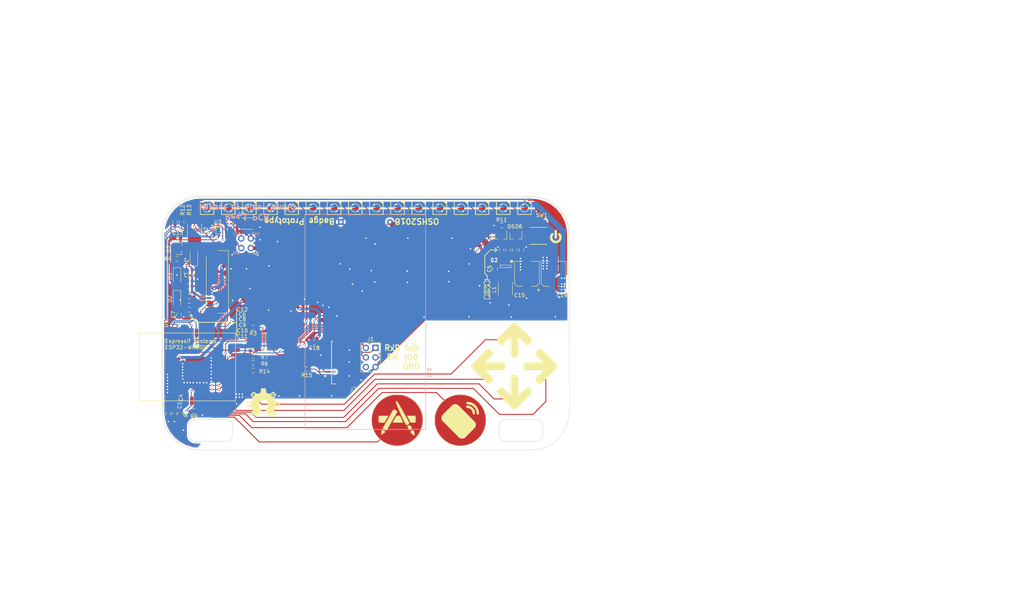
<source format=kicad_pcb>
(kicad_pcb (version 4) (host pcbnew 4.0.7)

  (general
    (links 174)
    (no_connects 0)
    (area 10.949999 23.131999 282.498001 186.232001)
    (thickness 1.6)
    (drawings 710)
    (tracks 1277)
    (zones 0)
    (modules 66)
    (nets 83)
  )

  (page A4)
  (layers
    (0 F.Cu signal hide)
    (31 B.Cu signal hide)
    (32 B.Adhes user)
    (33 F.Adhes user)
    (34 B.Paste user)
    (35 F.Paste user)
    (36 B.SilkS user)
    (37 F.SilkS user)
    (38 B.Mask user)
    (39 F.Mask user)
    (40 Dwgs.User user)
    (41 Cmts.User user)
    (42 Eco1.User user)
    (43 Eco2.User user hide)
    (44 Edge.Cuts user)
    (45 Margin user)
    (46 B.CrtYd user)
    (47 F.CrtYd user)
    (48 B.Fab user)
    (49 F.Fab user hide)
  )

  (setup
    (last_trace_width 0.25)
    (trace_clearance 0.2)
    (zone_clearance 0.508)
    (zone_45_only no)
    (trace_min 0.2)
    (segment_width 0.2)
    (edge_width 0.1)
    (via_size 0.6)
    (via_drill 0.4)
    (via_min_size 0.4)
    (via_min_drill 0.3)
    (uvia_size 0.3)
    (uvia_drill 0.1)
    (uvias_allowed no)
    (uvia_min_size 0.2)
    (uvia_min_drill 0.1)
    (pcb_text_width 0.3)
    (pcb_text_size 1.5 1.5)
    (mod_edge_width 0.15)
    (mod_text_size 1 1)
    (mod_text_width 0.15)
    (pad_size 2 2)
    (pad_drill 1.02)
    (pad_to_mask_clearance 0.2)
    (aux_axis_origin 0 0)
    (visible_elements 7FFFFFFF)
    (pcbplotparams
      (layerselection 0x01008_00000000)
      (usegerberextensions false)
      (excludeedgelayer true)
      (linewidth 0.100000)
      (plotframeref false)
      (viasonmask false)
      (mode 1)
      (useauxorigin false)
      (hpglpennumber 1)
      (hpglpenspeed 20)
      (hpglpendiameter 15)
      (hpglpenoverlay 2)
      (psnegative false)
      (psa4output false)
      (plotreference true)
      (plotvalue true)
      (plotinvisibletext false)
      (padsonsilk false)
      (subtractmaskfromsilk false)
      (outputformat 1)
      (mirror false)
      (drillshape 0)
      (scaleselection 1)
      (outputdirectory ./stencil))
  )

  (net 0 "")
  (net 1 BAT)
  (net 2 GND)
  (net 3 +3V3)
  (net 4 "Net-(C3-Pad2)")
  (net 5 VGH)
  (net 6 VGL)
  (net 7 "Net-(C8-Pad1)")
  (net 8 "Net-(C9-Pad1)")
  (net 9 "Net-(C10-Pad1)")
  (net 10 "Net-(C11-Pad1)")
  (net 11 "Net-(C12-Pad1)")
  (net 12 "Net-(C13-Pad2)")
  (net 13 "Net-(C13-Pad1)")
  (net 14 DCDCEN)
  (net 15 TxD)
  (net 16 RxD)
  (net 17 IO0)
  (net 18 EN)
  (net 19 "Net-(J1-Pad6)")
  (net 20 "Net-(L1-Pad1)")
  (net 21 GDR)
  (net 22 RESE)
  (net 23 BATSENSE)
  (net 24 SDA)
  (net 25 SCL)
  (net 26 T9)
  (net 27 T8)
  (net 28 T7)
  (net 29 T6)
  (net 30 T5)
  (net 31 EINK_MOSI)
  (net 32 "Net-(U1-Pad32)")
  (net 33 EINK_SCLK)
  (net 34 EINK_CS)
  (net 35 EINK_DC)
  (net 36 EINK_RESET)
  (net 37 EINK_BUSY)
  (net 38 INT)
  (net 39 "Net-(U1-Pad5)")
  (net 40 "Net-(U1-Pad4)")
  (net 41 "Net-(U3-Pad6)")
  (net 42 "Net-(U3-Pad11)")
  (net 43 "Net-(U4-Pad3)")
  (net 44 "Net-(U4-Pad4)")
  (net 45 "Net-(X1-Pad1)")
  (net 46 "Net-(X1-Pad4)")
  (net 47 "Net-(X1-Pad6)")
  (net 48 "Net-(X1-Pad7)")
  (net 49 "Net-(X1-Pad19)")
  (net 50 LED_BAR_DOUT)
  (net 51 LED_BUTTON_DOUT)
  (net 52 "Net-(U1-Pad6)")
  (net 53 "Net-(U5-Pad4)")
  (net 54 "Net-(U5-Pad2)")
  (net 55 "Net-(U10-Pad2)")
  (net 56 "Net-(U17-Pad4)")
  (net 57 "Net-(U11-Pad2)")
  (net 58 "Net-(U18-Pad4)")
  (net 59 "Net-(U12-Pad2)")
  (net 60 "Net-(U19-Pad4)")
  (net 61 "Net-(U13-Pad2)")
  (net 62 "Net-(U10-Pad4)")
  (net 63 "Net-(U11-Pad4)")
  (net 64 "Net-(U12-Pad4)")
  (net 65 "Net-(U13-Pad4)")
  (net 66 "Net-(U14-Pad4)")
  (net 67 "Net-(U15-Pad4)")
  (net 68 "Net-(U16-Pad4)")
  (net 69 "Net-(J2-Pad5)")
  (net 70 "Net-(J2-Pad7)")
  (net 71 "Net-(J2-Pad11)")
  (net 72 "Net-(J2-Pad13)")
  (net 73 SD2)
  (net 74 SD3)
  (net 75 CMD)
  (net 76 SD1)
  (net 77 SD0)
  (net 78 CLK)
  (net 79 "Net-(D5-Pad2)")
  (net 80 POW_SW)
  (net 81 T4)
  (net 82 "Net-(J2-Pad9)")

  (net_class Default "This is the default net class."
    (clearance 0.2)
    (trace_width 0.25)
    (via_dia 0.6)
    (via_drill 0.4)
    (uvia_dia 0.3)
    (uvia_drill 0.1)
    (add_net +3V3)
    (add_net BAT)
    (add_net BATSENSE)
    (add_net CLK)
    (add_net CMD)
    (add_net DCDCEN)
    (add_net EINK_BUSY)
    (add_net EINK_CS)
    (add_net EINK_DC)
    (add_net EINK_MOSI)
    (add_net EINK_RESET)
    (add_net EINK_SCLK)
    (add_net EN)
    (add_net GDR)
    (add_net GND)
    (add_net INT)
    (add_net IO0)
    (add_net LED_BAR_DOUT)
    (add_net LED_BUTTON_DOUT)
    (add_net "Net-(C10-Pad1)")
    (add_net "Net-(C11-Pad1)")
    (add_net "Net-(C12-Pad1)")
    (add_net "Net-(C13-Pad1)")
    (add_net "Net-(C13-Pad2)")
    (add_net "Net-(C3-Pad2)")
    (add_net "Net-(C8-Pad1)")
    (add_net "Net-(C9-Pad1)")
    (add_net "Net-(D5-Pad2)")
    (add_net "Net-(J1-Pad6)")
    (add_net "Net-(J2-Pad11)")
    (add_net "Net-(J2-Pad13)")
    (add_net "Net-(J2-Pad5)")
    (add_net "Net-(J2-Pad7)")
    (add_net "Net-(J2-Pad9)")
    (add_net "Net-(L1-Pad1)")
    (add_net "Net-(U1-Pad32)")
    (add_net "Net-(U1-Pad4)")
    (add_net "Net-(U1-Pad5)")
    (add_net "Net-(U1-Pad6)")
    (add_net "Net-(U10-Pad2)")
    (add_net "Net-(U10-Pad4)")
    (add_net "Net-(U11-Pad2)")
    (add_net "Net-(U11-Pad4)")
    (add_net "Net-(U12-Pad2)")
    (add_net "Net-(U12-Pad4)")
    (add_net "Net-(U13-Pad2)")
    (add_net "Net-(U13-Pad4)")
    (add_net "Net-(U14-Pad4)")
    (add_net "Net-(U15-Pad4)")
    (add_net "Net-(U16-Pad4)")
    (add_net "Net-(U17-Pad4)")
    (add_net "Net-(U18-Pad4)")
    (add_net "Net-(U19-Pad4)")
    (add_net "Net-(U3-Pad11)")
    (add_net "Net-(U3-Pad6)")
    (add_net "Net-(U4-Pad3)")
    (add_net "Net-(U4-Pad4)")
    (add_net "Net-(U5-Pad2)")
    (add_net "Net-(U5-Pad4)")
    (add_net "Net-(X1-Pad1)")
    (add_net "Net-(X1-Pad19)")
    (add_net "Net-(X1-Pad4)")
    (add_net "Net-(X1-Pad6)")
    (add_net "Net-(X1-Pad7)")
    (add_net POW_SW)
    (add_net RESE)
    (add_net RxD)
    (add_net SCL)
    (add_net SD0)
    (add_net SD1)
    (add_net SD2)
    (add_net SD3)
    (add_net SDA)
    (add_net T4)
    (add_net T5)
    (add_net T6)
    (add_net T7)
    (add_net T8)
    (add_net T9)
    (add_net TxD)
    (add_net VGH)
    (add_net VGL)
  )

  (module Socket_Strips:Socket_Strip_Straight_2x03_Pitch2.54mm (layer F.Cu) (tedit 58CD5448) (tstamp 5B174F60)
    (at 110.51 115.37)
    (descr "Through hole straight socket strip, 2x03, 2.54mm pitch, double rows")
    (tags "Through hole socket strip THT 2x03 2.54mm double row")
    (path /5B18FD1B)
    (fp_text reference J1 (at -1.27 -2.33) (layer F.SilkS)
      (effects (font (size 1 1) (thickness 0.15)))
    )
    (fp_text value Conn_02x03_Top_Bottom (at -1.27 7.41) (layer F.Fab)
      (effects (font (size 1 1) (thickness 0.15)))
    )
    (fp_line (start -3.81 -1.27) (end -3.81 6.35) (layer F.Fab) (width 0.1))
    (fp_line (start -3.81 6.35) (end 1.27 6.35) (layer F.Fab) (width 0.1))
    (fp_line (start 1.27 6.35) (end 1.27 -1.27) (layer F.Fab) (width 0.1))
    (fp_line (start 1.27 -1.27) (end -3.81 -1.27) (layer F.Fab) (width 0.1))
    (fp_line (start 1.33 1.27) (end 1.33 6.41) (layer F.SilkS) (width 0.12))
    (fp_line (start 1.33 6.41) (end -3.87 6.41) (layer F.SilkS) (width 0.12))
    (fp_line (start -3.87 6.41) (end -3.87 -1.33) (layer F.SilkS) (width 0.12))
    (fp_line (start -3.87 -1.33) (end -1.27 -1.33) (layer F.SilkS) (width 0.12))
    (fp_line (start -1.27 -1.33) (end -1.27 1.27) (layer F.SilkS) (width 0.12))
    (fp_line (start -1.27 1.27) (end 1.33 1.27) (layer F.SilkS) (width 0.12))
    (fp_line (start 1.33 0) (end 1.33 -1.33) (layer F.SilkS) (width 0.12))
    (fp_line (start 1.33 -1.33) (end 0.06 -1.33) (layer F.SilkS) (width 0.12))
    (fp_line (start -4.35 -1.8) (end -4.35 6.85) (layer F.CrtYd) (width 0.05))
    (fp_line (start -4.35 6.85) (end 1.8 6.85) (layer F.CrtYd) (width 0.05))
    (fp_line (start 1.8 6.85) (end 1.8 -1.8) (layer F.CrtYd) (width 0.05))
    (fp_line (start 1.8 -1.8) (end -4.35 -1.8) (layer F.CrtYd) (width 0.05))
    (fp_text user %R (at -1.27 -2.33) (layer F.Fab)
      (effects (font (size 1 1) (thickness 0.15)))
    )
    (pad 1 thru_hole rect (at 0 0) (size 1.7 1.7) (drill 1) (layers *.Cu *.Mask)
      (net 15 TxD))
    (pad 2 thru_hole oval (at -2.54 0) (size 1.7 1.7) (drill 1) (layers *.Cu *.Mask)
      (net 16 RxD))
    (pad 3 thru_hole oval (at 0 2.54) (size 1.7 1.7) (drill 1) (layers *.Cu *.Mask)
      (net 17 IO0))
    (pad 4 thru_hole oval (at -2.54 2.54) (size 1.7 1.7) (drill 1) (layers *.Cu *.Mask)
      (net 18 EN))
    (pad 5 thru_hole oval (at 0 5.08) (size 1.7 1.7) (drill 1) (layers *.Cu *.Mask)
      (net 2 GND))
    (pad 6 thru_hole oval (at -2.54 5.08) (size 1.7 1.7) (drill 1) (layers *.Cu *.Mask)
      (net 19 "Net-(J1-Pad6)"))
    (model ${KISYS3DMOD}/Socket_Strips.3dshapes/Socket_Strip_Straight_2x03_Pitch2.54mm.wrl
      (at (xyz -0.05 -0.1 0))
      (scale (xyz 1 1 1))
      (rotate (xyz 0 0 270))
    )
  )

  (module Capacitors_SMD:CP_Elec_6.3x5.7 (layer F.Cu) (tedit 58AA8B43) (tstamp 5B174F24)
    (at 150.672 95.746 90)
    (descr "SMT capacitor, aluminium electrolytic, 6.3x5.7")
    (path /5B1792DA)
    (attr smd)
    (fp_text reference C15 (at -5.664 -1.952 180) (layer F.SilkS)
      (effects (font (size 1 1) (thickness 0.15)))
    )
    (fp_text value 220uF (at 0 -4.56 90) (layer F.Fab)
      (effects (font (size 1 1) (thickness 0.15)))
    )
    (fp_circle (center 0 0) (end 0.6 3) (layer F.Fab) (width 0.1))
    (fp_text user + (at -1.79 -0.06 90) (layer F.Fab)
      (effects (font (size 1 1) (thickness 0.15)))
    )
    (fp_text user + (at -4.28 3.01 90) (layer F.SilkS)
      (effects (font (size 1 1) (thickness 0.15)))
    )
    (fp_text user %R (at 0 4.56 90) (layer F.Fab)
      (effects (font (size 1 1) (thickness 0.15)))
    )
    (fp_line (start 3.15 3.15) (end 3.15 -3.15) (layer F.Fab) (width 0.1))
    (fp_line (start -2.48 3.15) (end 3.15 3.15) (layer F.Fab) (width 0.1))
    (fp_line (start -3.15 2.48) (end -2.48 3.15) (layer F.Fab) (width 0.1))
    (fp_line (start -3.15 -2.48) (end -3.15 2.48) (layer F.Fab) (width 0.1))
    (fp_line (start -2.48 -3.15) (end -3.15 -2.48) (layer F.Fab) (width 0.1))
    (fp_line (start 3.15 -3.15) (end -2.48 -3.15) (layer F.Fab) (width 0.1))
    (fp_line (start 3.3 -3.3) (end 3.3 -1.12) (layer F.SilkS) (width 0.12))
    (fp_line (start 3.3 3.3) (end 3.3 1.12) (layer F.SilkS) (width 0.12))
    (fp_line (start -3.3 2.54) (end -3.3 1.12) (layer F.SilkS) (width 0.12))
    (fp_line (start -3.3 -2.54) (end -3.3 -1.12) (layer F.SilkS) (width 0.12))
    (fp_line (start 3.3 3.3) (end -2.54 3.3) (layer F.SilkS) (width 0.12))
    (fp_line (start -2.54 3.3) (end -3.3 2.54) (layer F.SilkS) (width 0.12))
    (fp_line (start -3.3 -2.54) (end -2.54 -3.3) (layer F.SilkS) (width 0.12))
    (fp_line (start -2.54 -3.3) (end 3.3 -3.3) (layer F.SilkS) (width 0.12))
    (fp_line (start -4.7 -3.4) (end 4.7 -3.4) (layer F.CrtYd) (width 0.05))
    (fp_line (start -4.7 -3.4) (end -4.7 3.4) (layer F.CrtYd) (width 0.05))
    (fp_line (start 4.7 3.4) (end 4.7 -3.4) (layer F.CrtYd) (width 0.05))
    (fp_line (start 4.7 3.4) (end -4.7 3.4) (layer F.CrtYd) (width 0.05))
    (pad 1 smd rect (at -2.7 0 270) (size 3.5 1.6) (layers F.Cu F.Paste F.Mask)
      (net 3 +3V3))
    (pad 2 smd rect (at 2.7 0 270) (size 3.5 1.6) (layers F.Cu F.Paste F.Mask)
      (net 2 GND))
    (model Capacitors_SMD.3dshapes/CP_Elec_6.3x5.7.wrl
      (at (xyz 0 0 0))
      (scale (xyz 1 1 1))
      (rotate (xyz 0 0 180))
    )
  )

  (module Diodes_SMD:D_SOD-123 (layer F.Cu) (tedit 58645DC7) (tstamp 5B174F36)
    (at 62.37 91.36 90)
    (descr SOD-123)
    (tags SOD-123)
    (path /5B12E682)
    (attr smd)
    (fp_text reference D1 (at -1.44 -1.97 90) (layer F.SilkS)
      (effects (font (size 1 1) (thickness 0.15)))
    )
    (fp_text value D_Schottky (at 0 2.1 90) (layer F.Fab)
      (effects (font (size 1 1) (thickness 0.15)))
    )
    (fp_text user %R (at 0 -2 90) (layer F.Fab)
      (effects (font (size 1 1) (thickness 0.15)))
    )
    (fp_line (start -2.25 -1) (end -2.25 1) (layer F.SilkS) (width 0.12))
    (fp_line (start 0.25 0) (end 0.75 0) (layer F.Fab) (width 0.1))
    (fp_line (start 0.25 0.4) (end -0.35 0) (layer F.Fab) (width 0.1))
    (fp_line (start 0.25 -0.4) (end 0.25 0.4) (layer F.Fab) (width 0.1))
    (fp_line (start -0.35 0) (end 0.25 -0.4) (layer F.Fab) (width 0.1))
    (fp_line (start -0.35 0) (end -0.35 0.55) (layer F.Fab) (width 0.1))
    (fp_line (start -0.35 0) (end -0.35 -0.55) (layer F.Fab) (width 0.1))
    (fp_line (start -0.75 0) (end -0.35 0) (layer F.Fab) (width 0.1))
    (fp_line (start -1.4 0.9) (end -1.4 -0.9) (layer F.Fab) (width 0.1))
    (fp_line (start 1.4 0.9) (end -1.4 0.9) (layer F.Fab) (width 0.1))
    (fp_line (start 1.4 -0.9) (end 1.4 0.9) (layer F.Fab) (width 0.1))
    (fp_line (start -1.4 -0.9) (end 1.4 -0.9) (layer F.Fab) (width 0.1))
    (fp_line (start -2.35 -1.15) (end 2.35 -1.15) (layer F.CrtYd) (width 0.05))
    (fp_line (start 2.35 -1.15) (end 2.35 1.15) (layer F.CrtYd) (width 0.05))
    (fp_line (start 2.35 1.15) (end -2.35 1.15) (layer F.CrtYd) (width 0.05))
    (fp_line (start -2.35 -1.15) (end -2.35 1.15) (layer F.CrtYd) (width 0.05))
    (fp_line (start -2.25 1) (end 1.65 1) (layer F.SilkS) (width 0.12))
    (fp_line (start -2.25 -1) (end 1.65 -1) (layer F.SilkS) (width 0.12))
    (pad 1 smd rect (at -1.65 0 90) (size 0.9 1.2) (layers F.Cu F.Paste F.Mask)
      (net 5 VGH))
    (pad 2 smd rect (at 1.65 0 90) (size 0.9 1.2) (layers F.Cu F.Paste F.Mask)
      (net 12 "Net-(C13-Pad2)"))
    (model ${KISYS3DMOD}/Diodes_SMD.3dshapes/D_SOD-123.wrl
      (at (xyz 0 0 0))
      (scale (xyz 1 1 1))
      (rotate (xyz 0 0 0))
    )
  )

  (module Diodes_SMD:D_SOD-123 (layer F.Cu) (tedit 58645DC7) (tstamp 5B174F3C)
    (at 57.8932 102.3732 270)
    (descr SOD-123)
    (tags SOD-123)
    (path /5B12E427)
    (attr smd)
    (fp_text reference D2 (at 0.0368 1.9232 270) (layer F.SilkS)
      (effects (font (size 1 1) (thickness 0.15)))
    )
    (fp_text value D_Schottky (at 0 2.1 270) (layer F.Fab)
      (effects (font (size 1 1) (thickness 0.15)))
    )
    (fp_text user %R (at 0 -2 270) (layer F.Fab)
      (effects (font (size 1 1) (thickness 0.15)))
    )
    (fp_line (start -2.25 -1) (end -2.25 1) (layer F.SilkS) (width 0.12))
    (fp_line (start 0.25 0) (end 0.75 0) (layer F.Fab) (width 0.1))
    (fp_line (start 0.25 0.4) (end -0.35 0) (layer F.Fab) (width 0.1))
    (fp_line (start 0.25 -0.4) (end 0.25 0.4) (layer F.Fab) (width 0.1))
    (fp_line (start -0.35 0) (end 0.25 -0.4) (layer F.Fab) (width 0.1))
    (fp_line (start -0.35 0) (end -0.35 0.55) (layer F.Fab) (width 0.1))
    (fp_line (start -0.35 0) (end -0.35 -0.55) (layer F.Fab) (width 0.1))
    (fp_line (start -0.75 0) (end -0.35 0) (layer F.Fab) (width 0.1))
    (fp_line (start -1.4 0.9) (end -1.4 -0.9) (layer F.Fab) (width 0.1))
    (fp_line (start 1.4 0.9) (end -1.4 0.9) (layer F.Fab) (width 0.1))
    (fp_line (start 1.4 -0.9) (end 1.4 0.9) (layer F.Fab) (width 0.1))
    (fp_line (start -1.4 -0.9) (end 1.4 -0.9) (layer F.Fab) (width 0.1))
    (fp_line (start -2.35 -1.15) (end 2.35 -1.15) (layer F.CrtYd) (width 0.05))
    (fp_line (start 2.35 -1.15) (end 2.35 1.15) (layer F.CrtYd) (width 0.05))
    (fp_line (start 2.35 1.15) (end -2.35 1.15) (layer F.CrtYd) (width 0.05))
    (fp_line (start -2.35 -1.15) (end -2.35 1.15) (layer F.CrtYd) (width 0.05))
    (fp_line (start -2.25 1) (end 1.65 1) (layer F.SilkS) (width 0.12))
    (fp_line (start -2.25 -1) (end 1.65 -1) (layer F.SilkS) (width 0.12))
    (pad 1 smd rect (at -1.65 0 270) (size 0.9 1.2) (layers F.Cu F.Paste F.Mask)
      (net 13 "Net-(C13-Pad1)"))
    (pad 2 smd rect (at 1.65 0 270) (size 0.9 1.2) (layers F.Cu F.Paste F.Mask)
      (net 6 VGL))
    (model ${KISYS3DMOD}/Diodes_SMD.3dshapes/D_SOD-123.wrl
      (at (xyz 0 0 0))
      (scale (xyz 1 1 1))
      (rotate (xyz 0 0 0))
    )
  )

  (module Diodes_SMD:D_SOD-123 (layer F.Cu) (tedit 58645DC7) (tstamp 5B174F42)
    (at 57.8932 96.3524 270)
    (descr SOD-123)
    (tags SOD-123)
    (path /5B12E64F)
    (attr smd)
    (fp_text reference D3 (at 0.0576 1.9232 270) (layer F.SilkS)
      (effects (font (size 1 1) (thickness 0.15)))
    )
    (fp_text value D_Schottky (at 0 2.1 270) (layer F.Fab)
      (effects (font (size 1 1) (thickness 0.15)))
    )
    (fp_text user %R (at 0 -2 270) (layer F.Fab)
      (effects (font (size 1 1) (thickness 0.15)))
    )
    (fp_line (start -2.25 -1) (end -2.25 1) (layer F.SilkS) (width 0.12))
    (fp_line (start 0.25 0) (end 0.75 0) (layer F.Fab) (width 0.1))
    (fp_line (start 0.25 0.4) (end -0.35 0) (layer F.Fab) (width 0.1))
    (fp_line (start 0.25 -0.4) (end 0.25 0.4) (layer F.Fab) (width 0.1))
    (fp_line (start -0.35 0) (end 0.25 -0.4) (layer F.Fab) (width 0.1))
    (fp_line (start -0.35 0) (end -0.35 0.55) (layer F.Fab) (width 0.1))
    (fp_line (start -0.35 0) (end -0.35 -0.55) (layer F.Fab) (width 0.1))
    (fp_line (start -0.75 0) (end -0.35 0) (layer F.Fab) (width 0.1))
    (fp_line (start -1.4 0.9) (end -1.4 -0.9) (layer F.Fab) (width 0.1))
    (fp_line (start 1.4 0.9) (end -1.4 0.9) (layer F.Fab) (width 0.1))
    (fp_line (start 1.4 -0.9) (end 1.4 0.9) (layer F.Fab) (width 0.1))
    (fp_line (start -1.4 -0.9) (end 1.4 -0.9) (layer F.Fab) (width 0.1))
    (fp_line (start -2.35 -1.15) (end 2.35 -1.15) (layer F.CrtYd) (width 0.05))
    (fp_line (start 2.35 -1.15) (end 2.35 1.15) (layer F.CrtYd) (width 0.05))
    (fp_line (start 2.35 1.15) (end -2.35 1.15) (layer F.CrtYd) (width 0.05))
    (fp_line (start -2.35 -1.15) (end -2.35 1.15) (layer F.CrtYd) (width 0.05))
    (fp_line (start -2.25 1) (end 1.65 1) (layer F.SilkS) (width 0.12))
    (fp_line (start -2.25 -1) (end 1.65 -1) (layer F.SilkS) (width 0.12))
    (pad 1 smd rect (at -1.65 0 270) (size 0.9 1.2) (layers F.Cu F.Paste F.Mask)
      (net 2 GND))
    (pad 2 smd rect (at 1.65 0 270) (size 0.9 1.2) (layers F.Cu F.Paste F.Mask)
      (net 13 "Net-(C13-Pad1)"))
    (model ${KISYS3DMOD}/Diodes_SMD.3dshapes/D_SOD-123.wrl
      (at (xyz 0 0 0))
      (scale (xyz 1 1 1))
      (rotate (xyz 0 0 0))
    )
  )

  (module Inductors_SMD:L_1812 (layer F.Cu) (tedit 58307CF5) (tstamp 5B174F66)
    (at 144.97 99.66 270)
    (descr "Resistor SMD 1812, flow soldering, Panasonic (see ERJ12)")
    (tags "resistor 1812")
    (path /5B133489)
    (attr smd)
    (fp_text reference L1 (at 0.25 3 270) (layer F.SilkS)
      (effects (font (size 1 1) (thickness 0.15)))
    )
    (fp_text value L (at 0 3.17 270) (layer F.Fab)
      (effects (font (size 1 1) (thickness 0.15)))
    )
    (fp_text user %R (at 0 0 270) (layer F.Fab)
      (effects (font (size 1 1) (thickness 0.15)))
    )
    (fp_line (start -2.25 1.6) (end -2.25 -1.6) (layer F.Fab) (width 0.1))
    (fp_line (start 2.25 1.6) (end -2.25 1.6) (layer F.Fab) (width 0.1))
    (fp_line (start 2.25 -1.6) (end 2.25 1.6) (layer F.Fab) (width 0.1))
    (fp_line (start -2.25 -1.6) (end 2.25 -1.6) (layer F.Fab) (width 0.1))
    (fp_line (start -3.51 -2.24) (end 3.51 -2.24) (layer F.CrtYd) (width 0.05))
    (fp_line (start 3.51 -2.24) (end 3.51 2.24) (layer F.CrtYd) (width 0.05))
    (fp_line (start 3.51 2.24) (end -3.51 2.24) (layer F.CrtYd) (width 0.05))
    (fp_line (start -3.51 2.24) (end -3.51 -2.24) (layer F.CrtYd) (width 0.05))
    (fp_line (start -1.73 1.88) (end 1.73 1.88) (layer F.SilkS) (width 0.12))
    (fp_line (start -1.73 -1.88) (end 1.73 -1.88) (layer F.SilkS) (width 0.12))
    (pad 1 smd rect (at -2.44 0 270) (size 1.6 3.5) (layers F.Cu F.Paste F.Mask)
      (net 20 "Net-(L1-Pad1)"))
    (pad 2 smd rect (at 2.44 0 270) (size 1.6 3.5) (layers F.Cu F.Paste F.Mask)
      (net 1 BAT))
    (model ${KISYS3DMOD}/Inductors_SMD.3dshapes/L_1812.wrl
      (at (xyz 0 0 0))
      (scale (xyz 1 1 1))
      (rotate (xyz 0 0 0))
    )
  )

  (module Inductors_SMD:L_1812 (layer F.Cu) (tedit 58307CF5) (tstamp 5B174F6C)
    (at 62.52 84.16 90)
    (descr "Resistor SMD 1812, flow soldering, Panasonic (see ERJ12)")
    (tags "resistor 1812")
    (path /5B12EA44)
    (attr smd)
    (fp_text reference L2 (at 0 2.95 90) (layer F.SilkS)
      (effects (font (size 1 1) (thickness 0.15)))
    )
    (fp_text value 68uH (at 0 3.17 90) (layer F.Fab)
      (effects (font (size 1 1) (thickness 0.15)))
    )
    (fp_text user %R (at 0 0 90) (layer F.Fab)
      (effects (font (size 1 1) (thickness 0.15)))
    )
    (fp_line (start -2.25 1.6) (end -2.25 -1.6) (layer F.Fab) (width 0.1))
    (fp_line (start 2.25 1.6) (end -2.25 1.6) (layer F.Fab) (width 0.1))
    (fp_line (start 2.25 -1.6) (end 2.25 1.6) (layer F.Fab) (width 0.1))
    (fp_line (start -2.25 -1.6) (end 2.25 -1.6) (layer F.Fab) (width 0.1))
    (fp_line (start -3.51 -2.24) (end 3.51 -2.24) (layer F.CrtYd) (width 0.05))
    (fp_line (start 3.51 -2.24) (end 3.51 2.24) (layer F.CrtYd) (width 0.05))
    (fp_line (start 3.51 2.24) (end -3.51 2.24) (layer F.CrtYd) (width 0.05))
    (fp_line (start -3.51 2.24) (end -3.51 -2.24) (layer F.CrtYd) (width 0.05))
    (fp_line (start -1.73 1.88) (end 1.73 1.88) (layer F.SilkS) (width 0.12))
    (fp_line (start -1.73 -1.88) (end 1.73 -1.88) (layer F.SilkS) (width 0.12))
    (pad 1 smd rect (at -2.44 0 90) (size 1.6 3.5) (layers F.Cu F.Paste F.Mask)
      (net 12 "Net-(C13-Pad2)"))
    (pad 2 smd rect (at 2.44 0 90) (size 1.6 3.5) (layers F.Cu F.Paste F.Mask)
      (net 3 +3V3))
    (model ${KISYS3DMOD}/Inductors_SMD.3dshapes/L_1812.wrl
      (at (xyz 0 0 0))
      (scale (xyz 1 1 1))
      (rotate (xyz 0 0 0))
    )
  )

  (module TO_SOT_Packages_SMD:SOT-23 (layer F.Cu) (tedit 58CE4E7E) (tstamp 5B174F7A)
    (at 58.37 89.06)
    (descr "SOT-23, Standard")
    (tags SOT-23)
    (path /5B1A8017)
    (attr smd)
    (fp_text reference Q2 (at -2.65 0.1 90) (layer F.SilkS)
      (effects (font (size 1 1) (thickness 0.15)))
    )
    (fp_text value Q_NMOS_GSD (at 0 2.5) (layer F.Fab)
      (effects (font (size 1 1) (thickness 0.15)))
    )
    (fp_text user %R (at 0 0 90) (layer F.Fab)
      (effects (font (size 0.5 0.5) (thickness 0.075)))
    )
    (fp_line (start -0.7 -0.95) (end -0.7 1.5) (layer F.Fab) (width 0.1))
    (fp_line (start -0.15 -1.52) (end 0.7 -1.52) (layer F.Fab) (width 0.1))
    (fp_line (start -0.7 -0.95) (end -0.15 -1.52) (layer F.Fab) (width 0.1))
    (fp_line (start 0.7 -1.52) (end 0.7 1.52) (layer F.Fab) (width 0.1))
    (fp_line (start -0.7 1.52) (end 0.7 1.52) (layer F.Fab) (width 0.1))
    (fp_line (start 0.76 1.58) (end 0.76 0.65) (layer F.SilkS) (width 0.12))
    (fp_line (start 0.76 -1.58) (end 0.76 -0.65) (layer F.SilkS) (width 0.12))
    (fp_line (start -1.7 -1.75) (end 1.7 -1.75) (layer F.CrtYd) (width 0.05))
    (fp_line (start 1.7 -1.75) (end 1.7 1.75) (layer F.CrtYd) (width 0.05))
    (fp_line (start 1.7 1.75) (end -1.7 1.75) (layer F.CrtYd) (width 0.05))
    (fp_line (start -1.7 1.75) (end -1.7 -1.75) (layer F.CrtYd) (width 0.05))
    (fp_line (start 0.76 -1.58) (end -1.4 -1.58) (layer F.SilkS) (width 0.12))
    (fp_line (start 0.76 1.58) (end -0.7 1.58) (layer F.SilkS) (width 0.12))
    (pad 1 smd rect (at -1 -0.95) (size 0.9 0.8) (layers F.Cu F.Paste F.Mask)
      (net 21 GDR))
    (pad 2 smd rect (at -1 0.95) (size 0.9 0.8) (layers F.Cu F.Paste F.Mask)
      (net 22 RESE))
    (pad 3 smd rect (at 1 0) (size 0.9 0.8) (layers F.Cu F.Paste F.Mask)
      (net 12 "Net-(C13-Pad2)"))
    (model ${KISYS3DMOD}/TO_SOT_Packages_SMD.3dshapes/SOT-23.wrl
      (at (xyz 0 0 0))
      (scale (xyz 1 1 1))
      (rotate (xyz 0 0 0))
    )
  )

  (module TL3305:SPST-4mm (layer F.Cu) (tedit 5B17264B) (tstamp 5B174FD0)
    (at 153.72 85.66 270)
    (path /5B135223)
    (fp_text reference SW1 (at -5.46 -0.88 360) (layer F.SilkS)
      (effects (font (size 1 1) (thickness 0.15)))
    )
    (fp_text value SW_Push (at 0 -3.81 270) (layer F.Fab)
      (effects (font (size 1 1) (thickness 0.15)))
    )
    (fp_line (start 2.25 -2.25) (end 2.25 2.25) (layer F.SilkS) (width 0.15))
    (fp_line (start -2.25 -2.25) (end -2.25 2.25) (layer F.SilkS) (width 0.15))
    (fp_line (start 2.25 -2.25) (end 2.25 2.25) (layer F.SilkS) (width 0.15))
    (pad 3 smd rect (at -3.5 -1.4 270) (size 1.4 1.4) (layers F.Cu F.Paste F.Mask))
    (pad 4 smd rect (at 3.5 -1.4 270) (size 1.4 1.4) (layers F.Cu F.Paste F.Mask))
    (pad 1 smd rect (at -3.5 1.4 270) (size 1.4 1.4) (layers F.Cu F.Paste F.Mask)
      (net 79 "Net-(D5-Pad2)"))
    (pad 2 smd rect (at 3.5 1.4 270) (size 1.4 1.4) (layers F.Cu F.Paste F.Mask)
      (net 1 BAT))
  )

  (module SOT95P280X130-5N:SOT95P280X130-5N (layer F.Cu) (tedit 5B1D82AA) (tstamp 5B175022)
    (at 145 93.75 270)
    (path /5B12CE42)
    (attr smd)
    (fp_text reference U2 (at -1.59 3.03 360) (layer F.SilkS)
      (effects (font (size 1.00033 1.00033) (thickness 0.15)))
    )
    (fp_text value XC9141 (at 0.875065 2.26517 270) (layer F.SilkS) hide
      (effects (font (size 1.00007 1.00007) (thickness 0.05)))
    )
    (fp_line (start -0.325 -1.45) (end 0.325 -1.45) (layer F.SilkS) (width 0.127))
    (fp_line (start 0.325 -1.45) (end 0.325 1.45) (layer F.SilkS) (width 0.127))
    (fp_line (start 0.325 1.45) (end -0.325 1.45) (layer F.SilkS) (width 0.127))
    (fp_line (start -0.325 1.45) (end -0.325 -1.45) (layer F.SilkS) (width 0.127))
    (fp_line (start -2.1 -1.8) (end 2.1 -1.8) (layer Dwgs.User) (width 0.127))
    (fp_line (start 2.1 -1.8) (end 2.1 1.8) (layer Dwgs.User) (width 0.127))
    (fp_line (start 2.1 1.8) (end -2.1 1.8) (layer Dwgs.User) (width 0.127))
    (fp_line (start -2.1 1.8) (end -2.1 -1.8) (layer Dwgs.User) (width 0.127))
    (fp_circle (center -1.3 -1.6) (end -1.2 -1.6) (layer F.SilkS) (width 0.3048))
    (pad 1 smd rect (at -1.25 -0.95 270) (size 1.2 0.55) (layers F.Cu F.Paste F.Mask)
      (net 4 "Net-(C3-Pad2)"))
    (pad 2 smd rect (at -1.25 0 270) (size 1.2 0.55) (layers F.Cu F.Paste F.Mask)
      (net 2 GND))
    (pad 3 smd rect (at -1.25 0.95 270) (size 1.2 0.55) (layers F.Cu F.Paste F.Mask)
      (net 1 BAT))
    (pad 4 smd rect (at 1.25 0.95 270) (size 1.2 0.55) (layers F.Cu F.Paste F.Mask)
      (net 3 +3V3))
    (pad 5 smd rect (at 1.25 -0.95 270) (size 1.2 0.55) (layers F.Cu F.Paste F.Mask)
      (net 20 "Net-(L1-Pad1)"))
  )

  (module LGA16R50P4X4_200X200X100:LGA16R50P4X4_200X200X100 (layer F.Cu) (tedit 5B1D823B) (tstamp 5B175032)
    (at 69.22 84.16)
    (path /5B187A13)
    (attr smd)
    (fp_text reference U3 (at -0.5 -2.13987) (layer F.SilkS)
      (effects (font (size 1 1) (thickness 0.15)))
    )
    (fp_text value KX122-1037 (at 0 1) (layer F.SilkS) hide
      (effects (font (size 1.1969 1.1969) (thickness 0.05)))
    )
    (fp_line (start -1 -1) (end 1 -1) (layer F.SilkS) (width 0.127))
    (fp_line (start 1 -1) (end 1 1) (layer F.SilkS) (width 0.127))
    (fp_line (start 1 1) (end -1 1) (layer F.SilkS) (width 0.127))
    (fp_line (start -1 1) (end -1 -1) (layer F.SilkS) (width 0.127))
    (fp_circle (center -1.38 -0.77) (end -1.25 -0.77) (layer F.SilkS) (width 0.3048))
    (fp_line (start -1.25 1.25) (end 1.25 1.25) (layer Dwgs.User) (width 0.127))
    (fp_line (start 1.25 1.25) (end 1.25 -1.25) (layer Dwgs.User) (width 0.127))
    (fp_line (start 1.25 -1.25) (end -1.25 -1.25) (layer Dwgs.User) (width 0.127))
    (fp_line (start -1.25 -1.25) (end -1.25 1.25) (layer Dwgs.User) (width 0.127))
    (fp_circle (center -0.49 -0.49) (end -0.34 -0.49) (layer Dwgs.User) (width 0.127))
    (pad 1 smd rect (at -0.7625 -0.75) (size 0.28 0.255) (layers F.Cu F.Paste F.Mask)
      (net 2 GND))
    (pad 2 smd rect (at -0.7625 -0.25) (size 0.28 0.255) (layers F.Cu F.Paste F.Mask)
      (net 24 SDA))
    (pad 3 smd rect (at -0.7625 0.25) (size 0.28 0.255) (layers F.Cu F.Paste F.Mask)
      (net 3 +3V3))
    (pad 4 smd rect (at -0.7625 0.75) (size 0.28 0.255) (layers F.Cu F.Paste F.Mask)
      (net 2 GND))
    (pad 5 smd rect (at -0.25 0.75 90) (size 0.28 0.255) (layers F.Cu F.Paste F.Mask)
      (net 38 INT))
    (pad 6 smd rect (at 0.25 0.75 90) (size 0.28 0.255) (layers F.Cu F.Paste F.Mask)
      (net 41 "Net-(U3-Pad6)"))
    (pad 7 smd rect (at 0.7625 0.75 180) (size 0.28 0.255) (layers F.Cu F.Paste F.Mask)
      (net 3 +3V3))
    (pad 8 smd rect (at 0.7625 0.25) (size 0.28 0.255) (layers F.Cu F.Paste F.Mask)
      (net 2 GND))
    (pad 9 smd rect (at 0.7625 -0.25) (size 0.28 0.255) (layers F.Cu F.Paste F.Mask)
      (net 2 GND))
    (pad 10 smd rect (at 0.7625 -0.75) (size 0.28 0.255) (layers F.Cu F.Paste F.Mask)
      (net 2 GND))
    (pad 11 smd rect (at 0.25 -0.75 90) (size 0.28 0.255) (layers F.Cu F.Paste F.Mask)
      (net 42 "Net-(U3-Pad11)"))
    (pad 12 smd rect (at -0.25 -0.75 90) (size 0.28 0.255) (layers F.Cu F.Paste F.Mask)
      (net 25 SCL))
  )

  (module SI7006-A20-IM:SON100P300X300X80-7N (layer F.Cu) (tedit 5B1D8250) (tstamp 5B17503D)
    (at 76.47 82.41)
    (path /5B1927D7)
    (attr smd)
    (fp_text reference U4 (at -1.3 -2.5) (layer F.SilkS)
      (effects (font (size 1 1) (thickness 0.15)))
    )
    (fp_text value Si7006-A20 (at 0.75 5.75) (layer F.SilkS) hide
      (effects (font (size 1.00215 1.00215) (thickness 0.05)))
    )
    (fp_poly (pts (xy -0.471615 -0.76) (xy 0.47 -0.76) (xy 0.47 0.762611) (xy -0.471615 0.762611)) (layer F.Paste) (width 0.381))
    (fp_circle (center -2.26 -1.42) (end -2.16 -1.42) (layer F.SilkS) (width 0.2))
    (fp_circle (center -2.26 -1.42) (end -2.16 -1.42) (layer Dwgs.User) (width 0.2))
    (fp_line (start -1.5 -1.5) (end 1.5 -1.5) (layer Dwgs.User) (width 0.127))
    (fp_line (start -1.5 1.5) (end 1.5 1.5) (layer Dwgs.User) (width 0.127))
    (fp_line (start -1.5 -1.5) (end 1.5 -1.5) (layer F.SilkS) (width 0.127))
    (fp_line (start -1.5 1.5) (end 1.5 1.5) (layer F.SilkS) (width 0.127))
    (fp_line (start -1.5 -1.5) (end -1.5 1.5) (layer Dwgs.User) (width 0.127))
    (fp_line (start 1.5 -1.5) (end 1.5 1.5) (layer Dwgs.User) (width 0.127))
    (fp_line (start -2.105 -1.75) (end 2.105 -1.75) (layer Dwgs.User) (width 0.05))
    (fp_line (start -2.105 1.75) (end 2.105 1.75) (layer Dwgs.User) (width 0.05))
    (fp_line (start -2.105 -1.75) (end -2.105 1.75) (layer Dwgs.User) (width 0.05))
    (fp_line (start 2.105 -1.75) (end 2.105 1.75) (layer Dwgs.User) (width 0.05))
    (pad 1 smd rect (at -1.45 -1) (size 0.81 0.42) (layers F.Cu F.Paste F.Mask)
      (net 24 SDA))
    (pad 2 smd rect (at -1.45 0) (size 0.81 0.42) (layers F.Cu F.Paste F.Mask)
      (net 2 GND))
    (pad 3 smd rect (at -1.45 1) (size 0.81 0.42) (layers F.Cu F.Paste F.Mask)
      (net 43 "Net-(U4-Pad3)"))
    (pad 4 smd rect (at 1.45 1) (size 0.81 0.42) (layers F.Cu F.Paste F.Mask)
      (net 44 "Net-(U4-Pad4)"))
    (pad 5 smd rect (at 1.45 0) (size 0.81 0.42) (layers F.Cu F.Paste F.Mask)
      (net 3 +3V3))
    (pad 6 smd rect (at 1.45 -1) (size 0.81 0.42) (layers F.Cu F.Paste F.Mask)
      (net 25 SCL))
    (pad 7 smd rect (at 0 0) (size 1.5 2.4) (layers F.Cu F.Paste F.Mask))
  )

  (module 52435-2471:MOLEX_52435-2471 (layer F.Cu) (tedit 5B1D821E) (tstamp 5B189D60)
    (at 65.03 97.88 90)
    (path /5B12CF26)
    (attr smd)
    (fp_text reference X1 (at -7.02 -0.93 90) (layer F.SilkS) hide
      (effects (font (size 1.52276 1.52276) (thickness 0.05)))
    )
    (fp_text value 52435-2471 (at -4.32 5.77 90) (layer F.SilkS) hide
      (effects (font (size 1.52429 1.52429) (thickness 0.05)))
    )
    (fp_poly (pts (xy -9.4 0.4) (xy -9.4 2.6) (xy -8.3 2.6) (xy -8.3 3.45)
      (xy -7 3.45) (xy -7 0.4)) (layer F.Cu) (width 0))
    (fp_poly (pts (xy -7 2.25) (xy -6.2 2.25) (xy -6.2 0.95) (xy -7 0.95)) (layer Dwgs.User) (width 0))
    (fp_line (start -8.3 6.5) (end 8.3 6.5) (layer F.SilkS) (width 0.127))
    (fp_line (start 6.65 0.6) (end -6.7 0.6) (layer F.SilkS) (width 0.127))
    (fp_poly (pts (xy 9.4 0.4) (xy 9.4 2.6) (xy 8.3 2.6) (xy 8.3 3.45)
      (xy 7 3.45) (xy 7 0.4)) (layer F.Cu) (width 0))
    (fp_poly (pts (xy 7 2.25) (xy 6.2 2.25) (xy 6.2 0.95) (xy 7 0.95)) (layer Dwgs.User) (width 0))
    (fp_line (start -8.3 6.5) (end -8.3 3.7) (layer F.SilkS) (width 0.127))
    (fp_line (start 8.3 6.5) (end 8.3 3.7) (layer F.SilkS) (width 0.127))
    (fp_line (start 7 0.6) (end 8.3 0.6) (layer Dwgs.User) (width 0.127))
    (fp_line (start 8.3 0.6) (end 8.3 6.5) (layer Dwgs.User) (width 0.127))
    (fp_line (start -8.3 6.5) (end -8.3 0.6) (layer Dwgs.User) (width 0.127))
    (fp_line (start -8.3 0.6) (end -7 0.6) (layer Dwgs.User) (width 0.127))
    (fp_line (start -9.65 -0.65) (end -9.65 6.75) (layer Dwgs.User) (width 0.05))
    (fp_line (start -9.65 6.75) (end 9.65 6.7) (layer Dwgs.User) (width 0.05))
    (fp_line (start 9.65 6.7) (end 9.65 -0.65) (layer Dwgs.User) (width 0.05))
    (fp_line (start 9.65 -0.65) (end -9.65 -0.65) (layer Dwgs.User) (width 0.05))
    (fp_circle (center -6.5 -0.05) (end -6.3 -0.05) (layer F.SilkS) (width 0))
    (fp_poly (pts (xy -9.4 0.4) (xy -9.4 2.6) (xy -8.3 2.6) (xy -8.3 3.45)
      (xy -7 3.45) (xy -7 0.4)) (layer F.Cu) (width 0))
    (fp_poly (pts (xy -9.5 0.3) (xy -9.5 2.7) (xy -8.4 2.7) (xy -8.4 3.55)
      (xy -6.9 3.55) (xy -6.9 0.3)) (layer F.Mask) (width 0))
    (fp_poly (pts (xy 9.4 0.4) (xy 9.4 2.6) (xy 8.3 2.6) (xy 8.3 3.45)
      (xy 7 3.45) (xy 7 0.4)) (layer F.Cu) (width 0))
    (fp_poly (pts (xy 9.5 0.3) (xy 9.5 2.7) (xy 8.4 2.7) (xy 8.4 3.55)
      (xy 6.9 3.55) (xy 6.9 0.3)) (layer F.Mask) (width 0))
    (fp_poly (pts (xy -9.4 0.4) (xy -9.4 2.6) (xy -8.3 2.6) (xy -8.3 3.45)
      (xy -7 3.45) (xy -7 0.4)) (layer F.Paste) (width 0))
    (fp_poly (pts (xy 9.4 0.4) (xy 9.4 2.6) (xy 8.3 2.6) (xy 8.3 3.45)
      (xy 7 3.45) (xy 7 0.4)) (layer F.Paste) (width 0))
    (pad 24 smd rect (at -5.75 0 90) (size 0.3 0.8) (layers F.Cu F.Paste F.Mask)
      (net 10 "Net-(C11-Pad1)"))
    (pad 23 smd rect (at -5.25 0 90) (size 0.3 0.8) (layers F.Cu F.Paste F.Mask)
      (net 6 VGL))
    (pad 22 smd rect (at -4.75 0 90) (size 0.3 0.8) (layers F.Cu F.Paste F.Mask)
      (net 9 "Net-(C10-Pad1)"))
    (pad 21 smd rect (at -4.25 0 90) (size 0.3 0.8) (layers F.Cu F.Paste F.Mask)
      (net 5 VGH))
    (pad 20 smd rect (at -3.75 0 90) (size 0.3 0.8) (layers F.Cu F.Paste F.Mask)
      (net 8 "Net-(C9-Pad1)"))
    (pad 19 smd rect (at -3.25 0 90) (size 0.3 0.8) (layers F.Cu F.Paste F.Mask)
      (net 49 "Net-(X1-Pad19)"))
    (pad 18 smd rect (at -2.75 0 90) (size 0.3 0.8) (layers F.Cu F.Paste F.Mask)
      (net 7 "Net-(C8-Pad1)"))
    (pad 17 smd rect (at -2.25 0 90) (size 0.3 0.8) (layers F.Cu F.Paste F.Mask)
      (net 2 GND))
    (pad 16 smd rect (at -1.75 0 90) (size 0.3 0.8) (layers F.Cu F.Paste F.Mask)
      (net 3 +3V3))
    (pad 15 smd rect (at -1.25 0 90) (size 0.3 0.8) (layers F.Cu F.Paste F.Mask)
      (net 3 +3V3))
    (pad 14 smd rect (at -0.75 0 90) (size 0.3 0.8) (layers F.Cu F.Paste F.Mask)
      (net 31 EINK_MOSI))
    (pad 13 smd rect (at -0.25 0 90) (size 0.3 0.8) (layers F.Cu F.Paste F.Mask)
      (net 33 EINK_SCLK))
    (pad 12 smd rect (at 0.25 0 90) (size 0.3 0.8) (layers F.Cu F.Paste F.Mask)
      (net 34 EINK_CS))
    (pad 11 smd rect (at 0.75 0 90) (size 0.3 0.8) (layers F.Cu F.Paste F.Mask)
      (net 35 EINK_DC))
    (pad 10 smd rect (at 1.25 0 90) (size 0.3 0.8) (layers F.Cu F.Paste F.Mask)
      (net 36 EINK_RESET))
    (pad 9 smd rect (at 1.75 0 90) (size 0.3 0.8) (layers F.Cu F.Paste F.Mask)
      (net 37 EINK_BUSY))
    (pad 8 smd rect (at 2.25 0 90) (size 0.3 0.8) (layers F.Cu F.Paste F.Mask)
      (net 2 GND))
    (pad 7 smd rect (at 2.75 0 90) (size 0.3 0.8) (layers F.Cu F.Paste F.Mask)
      (net 48 "Net-(X1-Pad7)"))
    (pad 6 smd rect (at 3.25 0 90) (size 0.3 0.8) (layers F.Cu F.Paste F.Mask)
      (net 47 "Net-(X1-Pad6)"))
    (pad 5 smd rect (at 3.75 0 90) (size 0.3 0.8) (layers F.Cu F.Paste F.Mask)
      (net 11 "Net-(C12-Pad1)"))
    (pad 4 smd rect (at 4.25 0 90) (size 0.3 0.8) (layers F.Cu F.Paste F.Mask)
      (net 46 "Net-(X1-Pad4)"))
    (pad 3 smd rect (at 4.75 0 90) (size 0.3 0.8) (layers F.Cu F.Paste F.Mask)
      (net 22 RESE))
    (pad 2 smd rect (at 5.25 0 90) (size 0.3 0.8) (layers F.Cu F.Paste F.Mask)
      (net 21 GDR))
    (pad 1 smd rect (at 5.75 0 90) (size 0.3 0.8) (layers F.Cu F.Paste F.Mask)
      (net 45 "Net-(X1-Pad1)"))
  )

  (module Diodes_SMD:D_SOT-23_ANK (layer F.Cu) (tedit 587CCEF9) (tstamp 5B174F56)
    (at 147.75 85.75 270)
    (descr "SOT-23, Single Diode")
    (tags SOT-23)
    (path /5B148C4D)
    (attr smd)
    (fp_text reference D6 (at -2.55 -0.75 360) (layer F.SilkS)
      (effects (font (size 1 1) (thickness 0.15)))
    )
    (fp_text value D (at 0 2.5 270) (layer F.Fab)
      (effects (font (size 1 1) (thickness 0.15)))
    )
    (fp_text user %R (at 0 -2.5 270) (layer F.Fab)
      (effects (font (size 1 1) (thickness 0.15)))
    )
    (fp_line (start -0.15 -0.45) (end -0.4 -0.45) (layer F.Fab) (width 0.1))
    (fp_line (start -0.15 -0.25) (end 0.15 -0.45) (layer F.Fab) (width 0.1))
    (fp_line (start -0.15 -0.65) (end -0.15 -0.25) (layer F.Fab) (width 0.1))
    (fp_line (start 0.15 -0.45) (end -0.15 -0.65) (layer F.Fab) (width 0.1))
    (fp_line (start 0.15 -0.45) (end 0.4 -0.45) (layer F.Fab) (width 0.1))
    (fp_line (start 0.15 -0.65) (end 0.15 -0.25) (layer F.Fab) (width 0.1))
    (fp_line (start 0.76 1.58) (end 0.76 0.65) (layer F.SilkS) (width 0.12))
    (fp_line (start 0.76 -1.58) (end 0.76 -0.65) (layer F.SilkS) (width 0.12))
    (fp_line (start 0.7 -1.52) (end 0.7 1.52) (layer F.Fab) (width 0.1))
    (fp_line (start -0.7 1.52) (end 0.7 1.52) (layer F.Fab) (width 0.1))
    (fp_line (start -1.7 -1.75) (end 1.7 -1.75) (layer F.CrtYd) (width 0.05))
    (fp_line (start 1.7 -1.75) (end 1.7 1.75) (layer F.CrtYd) (width 0.05))
    (fp_line (start 1.7 1.75) (end -1.7 1.75) (layer F.CrtYd) (width 0.05))
    (fp_line (start -1.7 1.75) (end -1.7 -1.75) (layer F.CrtYd) (width 0.05))
    (fp_line (start 0.76 -1.58) (end -1.4 -1.58) (layer F.SilkS) (width 0.12))
    (fp_line (start -0.7 -1.52) (end 0.7 -1.52) (layer F.Fab) (width 0.1))
    (fp_line (start -0.7 -1.52) (end -0.7 1.52) (layer F.Fab) (width 0.1))
    (fp_line (start 0.76 1.58) (end -0.7 1.58) (layer F.SilkS) (width 0.12))
    (pad 2 smd rect (at -1 -0.95 270) (size 0.9 0.8) (layers F.Cu F.Paste F.Mask)
      (net 14 DCDCEN))
    (pad "" smd rect (at -1 0.95 270) (size 0.9 0.8) (layers F.Cu F.Paste F.Mask))
    (pad 1 smd rect (at 1 0 270) (size 0.9 0.8) (layers F.Cu F.Paste F.Mask)
      (net 4 "Net-(C3-Pad2)"))
    (model ${KISYS3DMOD}/Diodes_SMD.3dshapes/D_SOT-23.wrl
      (at (xyz 0 0 0))
      (scale (xyz 1 1 1))
      (rotate (xyz 0 0 0))
    )
  )

  (module Diodes_SMD:D_SOT-23_ANK (layer F.Cu) (tedit 587CCEF9) (tstamp 5B174F50)
    (at 143.75 85.75 270)
    (descr "SOT-23, Single Diode")
    (tags SOT-23)
    (path /5B148DD0)
    (attr smd)
    (fp_text reference D5 (at -2.52 -2.71 360) (layer F.SilkS)
      (effects (font (size 1 1) (thickness 0.15)))
    )
    (fp_text value D (at 0 2.5 270) (layer F.Fab)
      (effects (font (size 1 1) (thickness 0.15)))
    )
    (fp_text user %R (at 0 -2.5 270) (layer F.Fab)
      (effects (font (size 1 1) (thickness 0.15)))
    )
    (fp_line (start -0.15 -0.45) (end -0.4 -0.45) (layer F.Fab) (width 0.1))
    (fp_line (start -0.15 -0.25) (end 0.15 -0.45) (layer F.Fab) (width 0.1))
    (fp_line (start -0.15 -0.65) (end -0.15 -0.25) (layer F.Fab) (width 0.1))
    (fp_line (start 0.15 -0.45) (end -0.15 -0.65) (layer F.Fab) (width 0.1))
    (fp_line (start 0.15 -0.45) (end 0.4 -0.45) (layer F.Fab) (width 0.1))
    (fp_line (start 0.15 -0.65) (end 0.15 -0.25) (layer F.Fab) (width 0.1))
    (fp_line (start 0.76 1.58) (end 0.76 0.65) (layer F.SilkS) (width 0.12))
    (fp_line (start 0.76 -1.58) (end 0.76 -0.65) (layer F.SilkS) (width 0.12))
    (fp_line (start 0.7 -1.52) (end 0.7 1.52) (layer F.Fab) (width 0.1))
    (fp_line (start -0.7 1.52) (end 0.7 1.52) (layer F.Fab) (width 0.1))
    (fp_line (start -1.7 -1.75) (end 1.7 -1.75) (layer F.CrtYd) (width 0.05))
    (fp_line (start 1.7 -1.75) (end 1.7 1.75) (layer F.CrtYd) (width 0.05))
    (fp_line (start 1.7 1.75) (end -1.7 1.75) (layer F.CrtYd) (width 0.05))
    (fp_line (start -1.7 1.75) (end -1.7 -1.75) (layer F.CrtYd) (width 0.05))
    (fp_line (start 0.76 -1.58) (end -1.4 -1.58) (layer F.SilkS) (width 0.12))
    (fp_line (start -0.7 -1.52) (end 0.7 -1.52) (layer F.Fab) (width 0.1))
    (fp_line (start -0.7 -1.52) (end -0.7 1.52) (layer F.Fab) (width 0.1))
    (fp_line (start 0.76 1.58) (end -0.7 1.58) (layer F.SilkS) (width 0.12))
    (pad 2 smd rect (at -1 -0.95 270) (size 0.9 0.8) (layers F.Cu F.Paste F.Mask)
      (net 79 "Net-(D5-Pad2)"))
    (pad "" smd rect (at -1 0.95 270) (size 0.9 0.8) (layers F.Cu F.Paste F.Mask))
    (pad 1 smd rect (at 1 0 270) (size 0.9 0.8) (layers F.Cu F.Paste F.Mask)
      (net 4 "Net-(C3-Pad2)"))
    (model ${KISYS3DMOD}/Diodes_SMD.3dshapes/D_SOT-23.wrl
      (at (xyz 0 0 0))
      (scale (xyz 1 1 1))
      (rotate (xyz 0 0 0))
    )
  )

  (module WS2812B:ws2812B_mini (layer F.Cu) (tedit 5B1D81A0) (tstamp 5B1B4035)
    (at 65.89 78.26 90)
    (path /5B1B7BFD)
    (fp_text reference U5 (at -3.47 -1.01 90) (layer F.SilkS) hide
      (effects (font (size 1 1) (thickness 0.15)))
    )
    (fp_text value WS2812B (at -1.27 3.81 90) (layer F.Fab)
      (effects (font (size 1 1) (thickness 0.15)))
    )
    (fp_circle (center 0 0) (end 0.6 -0.9) (layer F.SilkS) (width 0.15))
    (fp_line (start 1.4 1.6) (end 1.5 1.6) (layer F.SilkS) (width 0.15))
    (fp_line (start 1.6 1.3) (end 1.4 1.6) (layer F.SilkS) (width 0.15))
    (fp_line (start 1.6 1.4) (end 1.6 1.3) (layer F.SilkS) (width 0.15))
    (fp_line (start 1.6 1.7) (end 1.6 1.4) (layer F.SilkS) (width 0.15))
    (fp_line (start 1.2 1.7) (end 1.6 1.7) (layer F.SilkS) (width 0.15))
    (fp_line (start 1.7 1.1) (end 1.2 1.7) (layer F.SilkS) (width 0.15))
    (fp_line (start 1.7 1.8) (end 1.7 1.1) (layer F.SilkS) (width 0.15))
    (fp_line (start 1 1.8) (end 1.7 1.8) (layer F.SilkS) (width 0.15))
    (fp_line (start 1.7 1) (end 1 1.8) (layer F.SilkS) (width 0.15))
    (fp_line (start 1.74 -1.84) (end 1.74 1.84) (layer F.SilkS) (width 0.15))
    (fp_line (start -1.74 -1.84) (end 1.74 -1.84) (layer F.SilkS) (width 0.15))
    (fp_line (start -1.74 1.84) (end 1.74 1.84) (layer F.SilkS) (width 0.15))
    (fp_line (start -1.74 -1.84) (end -1.74 1.84) (layer F.SilkS) (width 0.15))
    (pad 3 smd rect (at -0.89 1.84 90) (size 1 1) (layers F.Cu F.Paste F.Mask)
      (net 2 GND))
    (pad 4 smd rect (at 0.89 1.84 90) (size 1 1) (layers F.Cu F.Paste F.Mask)
      (net 53 "Net-(U5-Pad4)"))
    (pad 1 smd rect (at 0.89 -1.84 90) (size 1 1) (layers F.Cu F.Paste F.Mask)
      (net 3 +3V3))
    (pad 2 smd rect (at -0.89 -1.84 90) (size 1 1) (layers F.Cu F.Paste F.Mask)
      (net 54 "Net-(U5-Pad2)"))
  )

  (module WS2812B:ws2812B_mini (layer F.Cu) (tedit 5B1D8196) (tstamp 5B1B404B)
    (at 88.322 78.26 90)
    (path /5B1B86C6)
    (fp_text reference U6 (at -3.47 -1.01 90) (layer F.SilkS) hide
      (effects (font (size 1 1) (thickness 0.15)))
    )
    (fp_text value WS2812B (at -1.27 3.81 90) (layer F.Fab)
      (effects (font (size 1 1) (thickness 0.15)))
    )
    (fp_circle (center 0 0) (end 0.6 -0.9) (layer F.SilkS) (width 0.15))
    (fp_line (start 1.4 1.6) (end 1.5 1.6) (layer F.SilkS) (width 0.15))
    (fp_line (start 1.6 1.3) (end 1.4 1.6) (layer F.SilkS) (width 0.15))
    (fp_line (start 1.6 1.4) (end 1.6 1.3) (layer F.SilkS) (width 0.15))
    (fp_line (start 1.6 1.7) (end 1.6 1.4) (layer F.SilkS) (width 0.15))
    (fp_line (start 1.2 1.7) (end 1.6 1.7) (layer F.SilkS) (width 0.15))
    (fp_line (start 1.7 1.1) (end 1.2 1.7) (layer F.SilkS) (width 0.15))
    (fp_line (start 1.7 1.8) (end 1.7 1.1) (layer F.SilkS) (width 0.15))
    (fp_line (start 1 1.8) (end 1.7 1.8) (layer F.SilkS) (width 0.15))
    (fp_line (start 1.7 1) (end 1 1.8) (layer F.SilkS) (width 0.15))
    (fp_line (start 1.74 -1.84) (end 1.74 1.84) (layer F.SilkS) (width 0.15))
    (fp_line (start -1.74 -1.84) (end 1.74 -1.84) (layer F.SilkS) (width 0.15))
    (fp_line (start -1.74 1.84) (end 1.74 1.84) (layer F.SilkS) (width 0.15))
    (fp_line (start -1.74 -1.84) (end -1.74 1.84) (layer F.SilkS) (width 0.15))
    (pad 3 smd rect (at -0.89 1.84 90) (size 1 1) (layers F.Cu F.Paste F.Mask)
      (net 2 GND))
    (pad 4 smd rect (at 0.89 1.84 90) (size 1 1) (layers F.Cu F.Paste F.Mask)
      (net 55 "Net-(U10-Pad2)"))
    (pad 1 smd rect (at 0.89 -1.84 90) (size 1 1) (layers F.Cu F.Paste F.Mask)
      (net 3 +3V3))
    (pad 2 smd rect (at -0.89 -1.84 90) (size 1 1) (layers F.Cu F.Paste F.Mask)
      (net 56 "Net-(U17-Pad4)"))
  )

  (module WS2812B:ws2812B_mini (layer F.Cu) (tedit 5B1D818B) (tstamp 5B1B4061)
    (at 110.754 78.26 90)
    (path /5B1B8A90)
    (fp_text reference U7 (at -3.47 -1.01 90) (layer F.SilkS) hide
      (effects (font (size 1 1) (thickness 0.15)))
    )
    (fp_text value WS2812B (at -1.27 3.81 90) (layer F.Fab)
      (effects (font (size 1 1) (thickness 0.15)))
    )
    (fp_circle (center 0 0) (end 0.6 -0.9) (layer F.SilkS) (width 0.15))
    (fp_line (start 1.4 1.6) (end 1.5 1.6) (layer F.SilkS) (width 0.15))
    (fp_line (start 1.6 1.3) (end 1.4 1.6) (layer F.SilkS) (width 0.15))
    (fp_line (start 1.6 1.4) (end 1.6 1.3) (layer F.SilkS) (width 0.15))
    (fp_line (start 1.6 1.7) (end 1.6 1.4) (layer F.SilkS) (width 0.15))
    (fp_line (start 1.2 1.7) (end 1.6 1.7) (layer F.SilkS) (width 0.15))
    (fp_line (start 1.7 1.1) (end 1.2 1.7) (layer F.SilkS) (width 0.15))
    (fp_line (start 1.7 1.8) (end 1.7 1.1) (layer F.SilkS) (width 0.15))
    (fp_line (start 1 1.8) (end 1.7 1.8) (layer F.SilkS) (width 0.15))
    (fp_line (start 1.7 1) (end 1 1.8) (layer F.SilkS) (width 0.15))
    (fp_line (start 1.74 -1.84) (end 1.74 1.84) (layer F.SilkS) (width 0.15))
    (fp_line (start -1.74 -1.84) (end 1.74 -1.84) (layer F.SilkS) (width 0.15))
    (fp_line (start -1.74 1.84) (end 1.74 1.84) (layer F.SilkS) (width 0.15))
    (fp_line (start -1.74 -1.84) (end -1.74 1.84) (layer F.SilkS) (width 0.15))
    (pad 3 smd rect (at -0.89 1.84 90) (size 1 1) (layers F.Cu F.Paste F.Mask)
      (net 2 GND))
    (pad 4 smd rect (at 0.89 1.84 90) (size 1 1) (layers F.Cu F.Paste F.Mask)
      (net 57 "Net-(U11-Pad2)"))
    (pad 1 smd rect (at 0.89 -1.84 90) (size 1 1) (layers F.Cu F.Paste F.Mask)
      (net 3 +3V3))
    (pad 2 smd rect (at -0.89 -1.84 90) (size 1 1) (layers F.Cu F.Paste F.Mask)
      (net 58 "Net-(U18-Pad4)"))
  )

  (module WS2812B:ws2812B_mini (layer F.Cu) (tedit 5B1D817E) (tstamp 5B1B4077)
    (at 133.186 78.26 90)
    (path /5B1B8F3F)
    (fp_text reference U8 (at 5.35 1.784 90) (layer F.SilkS) hide
      (effects (font (size 1 1) (thickness 0.15)))
    )
    (fp_text value WS2812B (at -1.27 3.81 90) (layer F.Fab)
      (effects (font (size 1 1) (thickness 0.15)))
    )
    (fp_circle (center 0 0) (end 0.6 -0.9) (layer F.SilkS) (width 0.15))
    (fp_line (start 1.4 1.6) (end 1.5 1.6) (layer F.SilkS) (width 0.15))
    (fp_line (start 1.6 1.3) (end 1.4 1.6) (layer F.SilkS) (width 0.15))
    (fp_line (start 1.6 1.4) (end 1.6 1.3) (layer F.SilkS) (width 0.15))
    (fp_line (start 1.6 1.7) (end 1.6 1.4) (layer F.SilkS) (width 0.15))
    (fp_line (start 1.2 1.7) (end 1.6 1.7) (layer F.SilkS) (width 0.15))
    (fp_line (start 1.7 1.1) (end 1.2 1.7) (layer F.SilkS) (width 0.15))
    (fp_line (start 1.7 1.8) (end 1.7 1.1) (layer F.SilkS) (width 0.15))
    (fp_line (start 1 1.8) (end 1.7 1.8) (layer F.SilkS) (width 0.15))
    (fp_line (start 1.7 1) (end 1 1.8) (layer F.SilkS) (width 0.15))
    (fp_line (start 1.74 -1.84) (end 1.74 1.84) (layer F.SilkS) (width 0.15))
    (fp_line (start -1.74 -1.84) (end 1.74 -1.84) (layer F.SilkS) (width 0.15))
    (fp_line (start -1.74 1.84) (end 1.74 1.84) (layer F.SilkS) (width 0.15))
    (fp_line (start -1.74 -1.84) (end -1.74 1.84) (layer F.SilkS) (width 0.15))
    (pad 3 smd rect (at -0.89 1.84 90) (size 1 1) (layers F.Cu F.Paste F.Mask)
      (net 2 GND))
    (pad 4 smd rect (at 0.89 1.84 90) (size 1 1) (layers F.Cu F.Paste F.Mask)
      (net 59 "Net-(U12-Pad2)"))
    (pad 1 smd rect (at 0.89 -1.84 90) (size 1 1) (layers F.Cu F.Paste F.Mask)
      (net 3 +3V3))
    (pad 2 smd rect (at -0.89 -1.84 90) (size 1 1) (layers F.Cu F.Paste F.Mask)
      (net 60 "Net-(U19-Pad4)"))
  )

  (module WS2812B:ws2812B_mini (layer F.Cu) (tedit 5B1D819D) (tstamp 5B1B408D)
    (at 71.498 78.26 90)
    (path /5B1B7CF4)
    (fp_text reference U9 (at -3.47 -1.01 90) (layer F.SilkS) hide
      (effects (font (size 1 1) (thickness 0.15)))
    )
    (fp_text value WS2812B (at -1.27 3.81 90) (layer F.Fab)
      (effects (font (size 1 1) (thickness 0.15)))
    )
    (fp_circle (center 0 0) (end 0.6 -0.9) (layer F.SilkS) (width 0.15))
    (fp_line (start 1.4 1.6) (end 1.5 1.6) (layer F.SilkS) (width 0.15))
    (fp_line (start 1.6 1.3) (end 1.4 1.6) (layer F.SilkS) (width 0.15))
    (fp_line (start 1.6 1.4) (end 1.6 1.3) (layer F.SilkS) (width 0.15))
    (fp_line (start 1.6 1.7) (end 1.6 1.4) (layer F.SilkS) (width 0.15))
    (fp_line (start 1.2 1.7) (end 1.6 1.7) (layer F.SilkS) (width 0.15))
    (fp_line (start 1.7 1.1) (end 1.2 1.7) (layer F.SilkS) (width 0.15))
    (fp_line (start 1.7 1.8) (end 1.7 1.1) (layer F.SilkS) (width 0.15))
    (fp_line (start 1 1.8) (end 1.7 1.8) (layer F.SilkS) (width 0.15))
    (fp_line (start 1.7 1) (end 1 1.8) (layer F.SilkS) (width 0.15))
    (fp_line (start 1.74 -1.84) (end 1.74 1.84) (layer F.SilkS) (width 0.15))
    (fp_line (start -1.74 -1.84) (end 1.74 -1.84) (layer F.SilkS) (width 0.15))
    (fp_line (start -1.74 1.84) (end 1.74 1.84) (layer F.SilkS) (width 0.15))
    (fp_line (start -1.74 -1.84) (end -1.74 1.84) (layer F.SilkS) (width 0.15))
    (pad 3 smd rect (at -0.89 1.84 90) (size 1 1) (layers F.Cu F.Paste F.Mask)
      (net 2 GND))
    (pad 4 smd rect (at 0.89 1.84 90) (size 1 1) (layers F.Cu F.Paste F.Mask)
      (net 61 "Net-(U13-Pad2)"))
    (pad 1 smd rect (at 0.89 -1.84 90) (size 1 1) (layers F.Cu F.Paste F.Mask)
      (net 3 +3V3))
    (pad 2 smd rect (at -0.89 -1.84 90) (size 1 1) (layers F.Cu F.Paste F.Mask)
      (net 53 "Net-(U5-Pad4)"))
  )

  (module WS2812B:ws2812B_mini (layer F.Cu) (tedit 5B1D8193) (tstamp 5B1B40A3)
    (at 93.93 78.26 90)
    (path /5B1B87EC)
    (fp_text reference U10 (at -3.47 -1.01 90) (layer F.SilkS) hide
      (effects (font (size 1 1) (thickness 0.15)))
    )
    (fp_text value WS2812B (at -1.27 3.81 90) (layer F.Fab)
      (effects (font (size 1 1) (thickness 0.15)))
    )
    (fp_circle (center 0 0) (end 0.6 -0.9) (layer F.SilkS) (width 0.15))
    (fp_line (start 1.4 1.6) (end 1.5 1.6) (layer F.SilkS) (width 0.15))
    (fp_line (start 1.6 1.3) (end 1.4 1.6) (layer F.SilkS) (width 0.15))
    (fp_line (start 1.6 1.4) (end 1.6 1.3) (layer F.SilkS) (width 0.15))
    (fp_line (start 1.6 1.7) (end 1.6 1.4) (layer F.SilkS) (width 0.15))
    (fp_line (start 1.2 1.7) (end 1.6 1.7) (layer F.SilkS) (width 0.15))
    (fp_line (start 1.7 1.1) (end 1.2 1.7) (layer F.SilkS) (width 0.15))
    (fp_line (start 1.7 1.8) (end 1.7 1.1) (layer F.SilkS) (width 0.15))
    (fp_line (start 1 1.8) (end 1.7 1.8) (layer F.SilkS) (width 0.15))
    (fp_line (start 1.7 1) (end 1 1.8) (layer F.SilkS) (width 0.15))
    (fp_line (start 1.74 -1.84) (end 1.74 1.84) (layer F.SilkS) (width 0.15))
    (fp_line (start -1.74 -1.84) (end 1.74 -1.84) (layer F.SilkS) (width 0.15))
    (fp_line (start -1.74 1.84) (end 1.74 1.84) (layer F.SilkS) (width 0.15))
    (fp_line (start -1.74 -1.84) (end -1.74 1.84) (layer F.SilkS) (width 0.15))
    (pad 3 smd rect (at -0.89 1.84 90) (size 1 1) (layers F.Cu F.Paste F.Mask)
      (net 2 GND))
    (pad 4 smd rect (at 0.89 1.84 90) (size 1 1) (layers F.Cu F.Paste F.Mask)
      (net 62 "Net-(U10-Pad4)"))
    (pad 1 smd rect (at 0.89 -1.84 90) (size 1 1) (layers F.Cu F.Paste F.Mask)
      (net 3 +3V3))
    (pad 2 smd rect (at -0.89 -1.84 90) (size 1 1) (layers F.Cu F.Paste F.Mask)
      (net 55 "Net-(U10-Pad2)"))
  )

  (module WS2812B:ws2812B_mini (layer F.Cu) (tedit 5B1D8188) (tstamp 5B1B40B9)
    (at 116.362 78.26 90)
    (path /5B1B8264)
    (fp_text reference U11 (at -3.47 -1.01 90) (layer F.SilkS) hide
      (effects (font (size 1 1) (thickness 0.15)))
    )
    (fp_text value WS2812B (at -1.27 3.81 90) (layer F.Fab)
      (effects (font (size 1 1) (thickness 0.15)))
    )
    (fp_circle (center 0 0) (end 0.6 -0.9) (layer F.SilkS) (width 0.15))
    (fp_line (start 1.4 1.6) (end 1.5 1.6) (layer F.SilkS) (width 0.15))
    (fp_line (start 1.6 1.3) (end 1.4 1.6) (layer F.SilkS) (width 0.15))
    (fp_line (start 1.6 1.4) (end 1.6 1.3) (layer F.SilkS) (width 0.15))
    (fp_line (start 1.6 1.7) (end 1.6 1.4) (layer F.SilkS) (width 0.15))
    (fp_line (start 1.2 1.7) (end 1.6 1.7) (layer F.SilkS) (width 0.15))
    (fp_line (start 1.7 1.1) (end 1.2 1.7) (layer F.SilkS) (width 0.15))
    (fp_line (start 1.7 1.8) (end 1.7 1.1) (layer F.SilkS) (width 0.15))
    (fp_line (start 1 1.8) (end 1.7 1.8) (layer F.SilkS) (width 0.15))
    (fp_line (start 1.7 1) (end 1 1.8) (layer F.SilkS) (width 0.15))
    (fp_line (start 1.74 -1.84) (end 1.74 1.84) (layer F.SilkS) (width 0.15))
    (fp_line (start -1.74 -1.84) (end 1.74 -1.84) (layer F.SilkS) (width 0.15))
    (fp_line (start -1.74 1.84) (end 1.74 1.84) (layer F.SilkS) (width 0.15))
    (fp_line (start -1.74 -1.84) (end -1.74 1.84) (layer F.SilkS) (width 0.15))
    (pad 3 smd rect (at -0.89 1.84 90) (size 1 1) (layers F.Cu F.Paste F.Mask)
      (net 2 GND))
    (pad 4 smd rect (at 0.89 1.84 90) (size 1 1) (layers F.Cu F.Paste F.Mask)
      (net 63 "Net-(U11-Pad4)"))
    (pad 1 smd rect (at 0.89 -1.84 90) (size 1 1) (layers F.Cu F.Paste F.Mask)
      (net 3 +3V3))
    (pad 2 smd rect (at -0.89 -1.84 90) (size 1 1) (layers F.Cu F.Paste F.Mask)
      (net 57 "Net-(U11-Pad2)"))
  )

  (module WS2812B:ws2812B_mini (layer F.Cu) (tedit 5B1D817B) (tstamp 5B1B40CF)
    (at 138.794 78.26 90)
    (path /5B1B9040)
    (fp_text reference U12 (at 6.35 0.926 90) (layer F.SilkS) hide
      (effects (font (size 1 1) (thickness 0.15)))
    )
    (fp_text value WS2812B (at -1.27 3.81 90) (layer F.Fab)
      (effects (font (size 1 1) (thickness 0.15)))
    )
    (fp_circle (center 0 0) (end 0.6 -0.9) (layer F.SilkS) (width 0.15))
    (fp_line (start 1.4 1.6) (end 1.5 1.6) (layer F.SilkS) (width 0.15))
    (fp_line (start 1.6 1.3) (end 1.4 1.6) (layer F.SilkS) (width 0.15))
    (fp_line (start 1.6 1.4) (end 1.6 1.3) (layer F.SilkS) (width 0.15))
    (fp_line (start 1.6 1.7) (end 1.6 1.4) (layer F.SilkS) (width 0.15))
    (fp_line (start 1.2 1.7) (end 1.6 1.7) (layer F.SilkS) (width 0.15))
    (fp_line (start 1.7 1.1) (end 1.2 1.7) (layer F.SilkS) (width 0.15))
    (fp_line (start 1.7 1.8) (end 1.7 1.1) (layer F.SilkS) (width 0.15))
    (fp_line (start 1 1.8) (end 1.7 1.8) (layer F.SilkS) (width 0.15))
    (fp_line (start 1.7 1) (end 1 1.8) (layer F.SilkS) (width 0.15))
    (fp_line (start 1.74 -1.84) (end 1.74 1.84) (layer F.SilkS) (width 0.15))
    (fp_line (start -1.74 -1.84) (end 1.74 -1.84) (layer F.SilkS) (width 0.15))
    (fp_line (start -1.74 1.84) (end 1.74 1.84) (layer F.SilkS) (width 0.15))
    (fp_line (start -1.74 -1.84) (end -1.74 1.84) (layer F.SilkS) (width 0.15))
    (pad 3 smd rect (at -0.89 1.84 90) (size 1 1) (layers F.Cu F.Paste F.Mask)
      (net 2 GND))
    (pad 4 smd rect (at 0.89 1.84 90) (size 1 1) (layers F.Cu F.Paste F.Mask)
      (net 64 "Net-(U12-Pad4)"))
    (pad 1 smd rect (at 0.89 -1.84 90) (size 1 1) (layers F.Cu F.Paste F.Mask)
      (net 3 +3V3))
    (pad 2 smd rect (at -0.89 -1.84 90) (size 1 1) (layers F.Cu F.Paste F.Mask)
      (net 59 "Net-(U12-Pad2)"))
  )

  (module WS2812B:ws2812B_mini (layer F.Cu) (tedit 5B1D819B) (tstamp 5B1B40E5)
    (at 77.106 78.26 90)
    (path /5B1B727C)
    (fp_text reference U13 (at -3.47 -1.01 90) (layer F.SilkS) hide
      (effects (font (size 1 1) (thickness 0.15)))
    )
    (fp_text value WS2812B (at -1.27 3.81 90) (layer F.Fab)
      (effects (font (size 1 1) (thickness 0.15)))
    )
    (fp_circle (center 0 0) (end 0.6 -0.9) (layer F.SilkS) (width 0.15))
    (fp_line (start 1.4 1.6) (end 1.5 1.6) (layer F.SilkS) (width 0.15))
    (fp_line (start 1.6 1.3) (end 1.4 1.6) (layer F.SilkS) (width 0.15))
    (fp_line (start 1.6 1.4) (end 1.6 1.3) (layer F.SilkS) (width 0.15))
    (fp_line (start 1.6 1.7) (end 1.6 1.4) (layer F.SilkS) (width 0.15))
    (fp_line (start 1.2 1.7) (end 1.6 1.7) (layer F.SilkS) (width 0.15))
    (fp_line (start 1.7 1.1) (end 1.2 1.7) (layer F.SilkS) (width 0.15))
    (fp_line (start 1.7 1.8) (end 1.7 1.1) (layer F.SilkS) (width 0.15))
    (fp_line (start 1 1.8) (end 1.7 1.8) (layer F.SilkS) (width 0.15))
    (fp_line (start 1.7 1) (end 1 1.8) (layer F.SilkS) (width 0.15))
    (fp_line (start 1.74 -1.84) (end 1.74 1.84) (layer F.SilkS) (width 0.15))
    (fp_line (start -1.74 -1.84) (end 1.74 -1.84) (layer F.SilkS) (width 0.15))
    (fp_line (start -1.74 1.84) (end 1.74 1.84) (layer F.SilkS) (width 0.15))
    (fp_line (start -1.74 -1.84) (end -1.74 1.84) (layer F.SilkS) (width 0.15))
    (pad 3 smd rect (at -0.89 1.84 90) (size 1 1) (layers F.Cu F.Paste F.Mask)
      (net 2 GND))
    (pad 4 smd rect (at 0.89 1.84 90) (size 1 1) (layers F.Cu F.Paste F.Mask)
      (net 65 "Net-(U13-Pad4)"))
    (pad 1 smd rect (at 0.89 -1.84 90) (size 1 1) (layers F.Cu F.Paste F.Mask)
      (net 3 +3V3))
    (pad 2 smd rect (at -0.89 -1.84 90) (size 1 1) (layers F.Cu F.Paste F.Mask)
      (net 61 "Net-(U13-Pad2)"))
  )

  (module WS2812B:ws2812B_mini (layer F.Cu) (tedit 5B1D8190) (tstamp 5B1B40FB)
    (at 99.538 78.26 90)
    (path /5B1B88D3)
    (fp_text reference U14 (at -3.47 -1.01 90) (layer F.SilkS) hide
      (effects (font (size 1 1) (thickness 0.15)))
    )
    (fp_text value WS2812B (at -1.27 3.81 90) (layer F.Fab)
      (effects (font (size 1 1) (thickness 0.15)))
    )
    (fp_circle (center 0 0) (end 0.6 -0.9) (layer F.SilkS) (width 0.15))
    (fp_line (start 1.4 1.6) (end 1.5 1.6) (layer F.SilkS) (width 0.15))
    (fp_line (start 1.6 1.3) (end 1.4 1.6) (layer F.SilkS) (width 0.15))
    (fp_line (start 1.6 1.4) (end 1.6 1.3) (layer F.SilkS) (width 0.15))
    (fp_line (start 1.6 1.7) (end 1.6 1.4) (layer F.SilkS) (width 0.15))
    (fp_line (start 1.2 1.7) (end 1.6 1.7) (layer F.SilkS) (width 0.15))
    (fp_line (start 1.7 1.1) (end 1.2 1.7) (layer F.SilkS) (width 0.15))
    (fp_line (start 1.7 1.8) (end 1.7 1.1) (layer F.SilkS) (width 0.15))
    (fp_line (start 1 1.8) (end 1.7 1.8) (layer F.SilkS) (width 0.15))
    (fp_line (start 1.7 1) (end 1 1.8) (layer F.SilkS) (width 0.15))
    (fp_line (start 1.74 -1.84) (end 1.74 1.84) (layer F.SilkS) (width 0.15))
    (fp_line (start -1.74 -1.84) (end 1.74 -1.84) (layer F.SilkS) (width 0.15))
    (fp_line (start -1.74 1.84) (end 1.74 1.84) (layer F.SilkS) (width 0.15))
    (fp_line (start -1.74 -1.84) (end -1.74 1.84) (layer F.SilkS) (width 0.15))
    (pad 3 smd rect (at -0.89 1.84 90) (size 1 1) (layers F.Cu F.Paste F.Mask)
      (net 2 GND))
    (pad 4 smd rect (at 0.89 1.84 90) (size 1 1) (layers F.Cu F.Paste F.Mask)
      (net 66 "Net-(U14-Pad4)"))
    (pad 1 smd rect (at 0.89 -1.84 90) (size 1 1) (layers F.Cu F.Paste F.Mask)
      (net 3 +3V3))
    (pad 2 smd rect (at -0.89 -1.84 90) (size 1 1) (layers F.Cu F.Paste F.Mask)
      (net 62 "Net-(U10-Pad4)"))
  )

  (module WS2812B:ws2812B_mini (layer F.Cu) (tedit 5B1D8186) (tstamp 5B1B4111)
    (at 121.97 78.26 90)
    (path /5B1B8C8E)
    (fp_text reference U15 (at -3.47 -1.01 90) (layer F.SilkS) hide
      (effects (font (size 1 1) (thickness 0.15)))
    )
    (fp_text value WS2812B (at -1.27 3.81 90) (layer F.Fab)
      (effects (font (size 1 1) (thickness 0.15)))
    )
    (fp_circle (center 0 0) (end 0.6 -0.9) (layer F.SilkS) (width 0.15))
    (fp_line (start 1.4 1.6) (end 1.5 1.6) (layer F.SilkS) (width 0.15))
    (fp_line (start 1.6 1.3) (end 1.4 1.6) (layer F.SilkS) (width 0.15))
    (fp_line (start 1.6 1.4) (end 1.6 1.3) (layer F.SilkS) (width 0.15))
    (fp_line (start 1.6 1.7) (end 1.6 1.4) (layer F.SilkS) (width 0.15))
    (fp_line (start 1.2 1.7) (end 1.6 1.7) (layer F.SilkS) (width 0.15))
    (fp_line (start 1.7 1.1) (end 1.2 1.7) (layer F.SilkS) (width 0.15))
    (fp_line (start 1.7 1.8) (end 1.7 1.1) (layer F.SilkS) (width 0.15))
    (fp_line (start 1 1.8) (end 1.7 1.8) (layer F.SilkS) (width 0.15))
    (fp_line (start 1.7 1) (end 1 1.8) (layer F.SilkS) (width 0.15))
    (fp_line (start 1.74 -1.84) (end 1.74 1.84) (layer F.SilkS) (width 0.15))
    (fp_line (start -1.74 -1.84) (end 1.74 -1.84) (layer F.SilkS) (width 0.15))
    (fp_line (start -1.74 1.84) (end 1.74 1.84) (layer F.SilkS) (width 0.15))
    (fp_line (start -1.74 -1.84) (end -1.74 1.84) (layer F.SilkS) (width 0.15))
    (pad 3 smd rect (at -0.89 1.84 90) (size 1 1) (layers F.Cu F.Paste F.Mask)
      (net 2 GND))
    (pad 4 smd rect (at 0.89 1.84 90) (size 1 1) (layers F.Cu F.Paste F.Mask)
      (net 67 "Net-(U15-Pad4)"))
    (pad 1 smd rect (at 0.89 -1.84 90) (size 1 1) (layers F.Cu F.Paste F.Mask)
      (net 3 +3V3))
    (pad 2 smd rect (at -0.89 -1.84 90) (size 1 1) (layers F.Cu F.Paste F.Mask)
      (net 63 "Net-(U11-Pad4)"))
  )

  (module WS2812B:ws2812B_mini (layer F.Cu) (tedit 5B1D8178) (tstamp 5B1B4127)
    (at 144.402 78.26 90)
    (path /5B1B9136)
    (fp_text reference U16 (at 4.6 0.068 90) (layer F.SilkS) hide
      (effects (font (size 1 1) (thickness 0.15)))
    )
    (fp_text value WS2812B (at -1.27 3.81 90) (layer F.Fab)
      (effects (font (size 1 1) (thickness 0.15)))
    )
    (fp_circle (center 0 0) (end 0.6 -0.9) (layer F.SilkS) (width 0.15))
    (fp_line (start 1.4 1.6) (end 1.5 1.6) (layer F.SilkS) (width 0.15))
    (fp_line (start 1.6 1.3) (end 1.4 1.6) (layer F.SilkS) (width 0.15))
    (fp_line (start 1.6 1.4) (end 1.6 1.3) (layer F.SilkS) (width 0.15))
    (fp_line (start 1.6 1.7) (end 1.6 1.4) (layer F.SilkS) (width 0.15))
    (fp_line (start 1.2 1.7) (end 1.6 1.7) (layer F.SilkS) (width 0.15))
    (fp_line (start 1.7 1.1) (end 1.2 1.7) (layer F.SilkS) (width 0.15))
    (fp_line (start 1.7 1.8) (end 1.7 1.1) (layer F.SilkS) (width 0.15))
    (fp_line (start 1 1.8) (end 1.7 1.8) (layer F.SilkS) (width 0.15))
    (fp_line (start 1.7 1) (end 1 1.8) (layer F.SilkS) (width 0.15))
    (fp_line (start 1.74 -1.84) (end 1.74 1.84) (layer F.SilkS) (width 0.15))
    (fp_line (start -1.74 -1.84) (end 1.74 -1.84) (layer F.SilkS) (width 0.15))
    (fp_line (start -1.74 1.84) (end 1.74 1.84) (layer F.SilkS) (width 0.15))
    (fp_line (start -1.74 -1.84) (end -1.74 1.84) (layer F.SilkS) (width 0.15))
    (pad 3 smd rect (at -0.89 1.84 90) (size 1 1) (layers F.Cu F.Paste F.Mask)
      (net 2 GND))
    (pad 4 smd rect (at 0.89 1.84 90) (size 1 1) (layers F.Cu F.Paste F.Mask)
      (net 68 "Net-(U16-Pad4)"))
    (pad 1 smd rect (at 0.89 -1.84 90) (size 1 1) (layers F.Cu F.Paste F.Mask)
      (net 3 +3V3))
    (pad 2 smd rect (at -0.89 -1.84 90) (size 1 1) (layers F.Cu F.Paste F.Mask)
      (net 64 "Net-(U12-Pad4)"))
  )

  (module WS2812B:ws2812B_mini (layer F.Cu) (tedit 5B1D8199) (tstamp 5B1B413D)
    (at 82.714 78.26 90)
    (path /5B1B7637)
    (fp_text reference U17 (at -3.47 -1.01 90) (layer F.SilkS) hide
      (effects (font (size 1 1) (thickness 0.15)))
    )
    (fp_text value WS2812B (at -1.27 3.81 90) (layer F.Fab)
      (effects (font (size 1 1) (thickness 0.15)))
    )
    (fp_circle (center 0 0) (end 0.6 -0.9) (layer F.SilkS) (width 0.15))
    (fp_line (start 1.4 1.6) (end 1.5 1.6) (layer F.SilkS) (width 0.15))
    (fp_line (start 1.6 1.3) (end 1.4 1.6) (layer F.SilkS) (width 0.15))
    (fp_line (start 1.6 1.4) (end 1.6 1.3) (layer F.SilkS) (width 0.15))
    (fp_line (start 1.6 1.7) (end 1.6 1.4) (layer F.SilkS) (width 0.15))
    (fp_line (start 1.2 1.7) (end 1.6 1.7) (layer F.SilkS) (width 0.15))
    (fp_line (start 1.7 1.1) (end 1.2 1.7) (layer F.SilkS) (width 0.15))
    (fp_line (start 1.7 1.8) (end 1.7 1.1) (layer F.SilkS) (width 0.15))
    (fp_line (start 1 1.8) (end 1.7 1.8) (layer F.SilkS) (width 0.15))
    (fp_line (start 1.7 1) (end 1 1.8) (layer F.SilkS) (width 0.15))
    (fp_line (start 1.74 -1.84) (end 1.74 1.84) (layer F.SilkS) (width 0.15))
    (fp_line (start -1.74 -1.84) (end 1.74 -1.84) (layer F.SilkS) (width 0.15))
    (fp_line (start -1.74 1.84) (end 1.74 1.84) (layer F.SilkS) (width 0.15))
    (fp_line (start -1.74 -1.84) (end -1.74 1.84) (layer F.SilkS) (width 0.15))
    (pad 3 smd rect (at -0.89 1.84 90) (size 1 1) (layers F.Cu F.Paste F.Mask)
      (net 2 GND))
    (pad 4 smd rect (at 0.89 1.84 90) (size 1 1) (layers F.Cu F.Paste F.Mask)
      (net 56 "Net-(U17-Pad4)"))
    (pad 1 smd rect (at 0.89 -1.84 90) (size 1 1) (layers F.Cu F.Paste F.Mask)
      (net 3 +3V3))
    (pad 2 smd rect (at -0.89 -1.84 90) (size 1 1) (layers F.Cu F.Paste F.Mask)
      (net 65 "Net-(U13-Pad4)"))
  )

  (module WS2812B:ws2812B_mini (layer F.Cu) (tedit 5B1D818D) (tstamp 5B1B4153)
    (at 105.146 78.26 90)
    (path /5B1B89B3)
    (fp_text reference U18 (at -3.47 -1.01 90) (layer F.SilkS) hide
      (effects (font (size 1 1) (thickness 0.15)))
    )
    (fp_text value WS2812B (at -1.27 3.81 90) (layer F.Fab)
      (effects (font (size 1 1) (thickness 0.15)))
    )
    (fp_circle (center 0 0) (end 0.6 -0.9) (layer F.SilkS) (width 0.15))
    (fp_line (start 1.4 1.6) (end 1.5 1.6) (layer F.SilkS) (width 0.15))
    (fp_line (start 1.6 1.3) (end 1.4 1.6) (layer F.SilkS) (width 0.15))
    (fp_line (start 1.6 1.4) (end 1.6 1.3) (layer F.SilkS) (width 0.15))
    (fp_line (start 1.6 1.7) (end 1.6 1.4) (layer F.SilkS) (width 0.15))
    (fp_line (start 1.2 1.7) (end 1.6 1.7) (layer F.SilkS) (width 0.15))
    (fp_line (start 1.7 1.1) (end 1.2 1.7) (layer F.SilkS) (width 0.15))
    (fp_line (start 1.7 1.8) (end 1.7 1.1) (layer F.SilkS) (width 0.15))
    (fp_line (start 1 1.8) (end 1.7 1.8) (layer F.SilkS) (width 0.15))
    (fp_line (start 1.7 1) (end 1 1.8) (layer F.SilkS) (width 0.15))
    (fp_line (start 1.74 -1.84) (end 1.74 1.84) (layer F.SilkS) (width 0.15))
    (fp_line (start -1.74 -1.84) (end 1.74 -1.84) (layer F.SilkS) (width 0.15))
    (fp_line (start -1.74 1.84) (end 1.74 1.84) (layer F.SilkS) (width 0.15))
    (fp_line (start -1.74 -1.84) (end -1.74 1.84) (layer F.SilkS) (width 0.15))
    (pad 3 smd rect (at -0.89 1.84 90) (size 1 1) (layers F.Cu F.Paste F.Mask)
      (net 2 GND))
    (pad 4 smd rect (at 0.89 1.84 90) (size 1 1) (layers F.Cu F.Paste F.Mask)
      (net 58 "Net-(U18-Pad4)"))
    (pad 1 smd rect (at 0.89 -1.84 90) (size 1 1) (layers F.Cu F.Paste F.Mask)
      (net 3 +3V3))
    (pad 2 smd rect (at -0.89 -1.84 90) (size 1 1) (layers F.Cu F.Paste F.Mask)
      (net 66 "Net-(U14-Pad4)"))
  )

  (module WS2812B:ws2812B_mini (layer F.Cu) (tedit 5B1D8183) (tstamp 5B1B4169)
    (at 127.578 78.26 90)
    (path /5B1B8D85)
    (fp_text reference U19 (at 4.6 0.392 90) (layer F.SilkS) hide
      (effects (font (size 1 1) (thickness 0.15)))
    )
    (fp_text value WS2812B (at -1.27 3.81 90) (layer F.Fab)
      (effects (font (size 1 1) (thickness 0.15)))
    )
    (fp_circle (center 0 0) (end 0.6 -0.9) (layer F.SilkS) (width 0.15))
    (fp_line (start 1.4 1.6) (end 1.5 1.6) (layer F.SilkS) (width 0.15))
    (fp_line (start 1.6 1.3) (end 1.4 1.6) (layer F.SilkS) (width 0.15))
    (fp_line (start 1.6 1.4) (end 1.6 1.3) (layer F.SilkS) (width 0.15))
    (fp_line (start 1.6 1.7) (end 1.6 1.4) (layer F.SilkS) (width 0.15))
    (fp_line (start 1.2 1.7) (end 1.6 1.7) (layer F.SilkS) (width 0.15))
    (fp_line (start 1.7 1.1) (end 1.2 1.7) (layer F.SilkS) (width 0.15))
    (fp_line (start 1.7 1.8) (end 1.7 1.1) (layer F.SilkS) (width 0.15))
    (fp_line (start 1 1.8) (end 1.7 1.8) (layer F.SilkS) (width 0.15))
    (fp_line (start 1.7 1) (end 1 1.8) (layer F.SilkS) (width 0.15))
    (fp_line (start 1.74 -1.84) (end 1.74 1.84) (layer F.SilkS) (width 0.15))
    (fp_line (start -1.74 -1.84) (end 1.74 -1.84) (layer F.SilkS) (width 0.15))
    (fp_line (start -1.74 1.84) (end 1.74 1.84) (layer F.SilkS) (width 0.15))
    (fp_line (start -1.74 -1.84) (end -1.74 1.84) (layer F.SilkS) (width 0.15))
    (pad 3 smd rect (at -0.89 1.84 90) (size 1 1) (layers F.Cu F.Paste F.Mask)
      (net 2 GND))
    (pad 4 smd rect (at 0.89 1.84 90) (size 1 1) (layers F.Cu F.Paste F.Mask)
      (net 60 "Net-(U19-Pad4)"))
    (pad 1 smd rect (at 0.89 -1.84 90) (size 1 1) (layers F.Cu F.Paste F.Mask)
      (net 3 +3V3))
    (pad 2 smd rect (at -0.89 -1.84 90) (size 1 1) (layers F.Cu F.Paste F.Mask)
      (net 67 "Net-(U15-Pad4)"))
  )

  (module WS2812B:ws2812B_mini (layer F.Cu) (tedit 5B1B3C8F) (tstamp 5B1B417F)
    (at 150.01 78.26 90)
    (path /5B1B9227)
    (fp_text reference U20 (at 5.35 -0.04 90) (layer F.SilkS) hide
      (effects (font (size 1 1) (thickness 0.15)))
    )
    (fp_text value WS2812B (at -1.27 3.81 90) (layer F.Fab)
      (effects (font (size 1 1) (thickness 0.15)))
    )
    (fp_circle (center 0 0) (end 0.6 -0.9) (layer F.SilkS) (width 0.15))
    (fp_line (start 1.4 1.6) (end 1.5 1.6) (layer F.SilkS) (width 0.15))
    (fp_line (start 1.6 1.3) (end 1.4 1.6) (layer F.SilkS) (width 0.15))
    (fp_line (start 1.6 1.4) (end 1.6 1.3) (layer F.SilkS) (width 0.15))
    (fp_line (start 1.6 1.7) (end 1.6 1.4) (layer F.SilkS) (width 0.15))
    (fp_line (start 1.2 1.7) (end 1.6 1.7) (layer F.SilkS) (width 0.15))
    (fp_line (start 1.7 1.1) (end 1.2 1.7) (layer F.SilkS) (width 0.15))
    (fp_line (start 1.7 1.8) (end 1.7 1.1) (layer F.SilkS) (width 0.15))
    (fp_line (start 1 1.8) (end 1.7 1.8) (layer F.SilkS) (width 0.15))
    (fp_line (start 1.7 1) (end 1 1.8) (layer F.SilkS) (width 0.15))
    (fp_line (start 1.74 -1.84) (end 1.74 1.84) (layer F.SilkS) (width 0.15))
    (fp_line (start -1.74 -1.84) (end 1.74 -1.84) (layer F.SilkS) (width 0.15))
    (fp_line (start -1.74 1.84) (end 1.74 1.84) (layer F.SilkS) (width 0.15))
    (fp_line (start -1.74 -1.84) (end -1.74 1.84) (layer F.SilkS) (width 0.15))
    (pad 3 smd rect (at -0.89 1.84 90) (size 1 1) (layers F.Cu F.Paste F.Mask)
      (net 2 GND))
    (pad 4 smd rect (at 0.89 1.84 90) (size 1 1) (layers F.Cu F.Paste F.Mask)
      (net 50 LED_BAR_DOUT))
    (pad 1 smd rect (at 0.89 -1.84 90) (size 1 1) (layers F.Cu F.Paste F.Mask)
      (net 3 +3V3))
    (pad 2 smd rect (at -0.89 -1.84 90) (size 1 1) (layers F.Cu F.Paste F.Mask)
      (net 68 "Net-(U16-Pad4)"))
  )

  (module Capacitors_SMD:CP_Elec_6.3x5.7 (layer F.Cu) (tedit 58AA8B43) (tstamp 5B1B790A)
    (at 157.784 95.746 90)
    (descr "SMT capacitor, aluminium electrolytic, 6.3x5.7")
    (path /5B1DF802)
    (attr smd)
    (fp_text reference C19 (at -5.664 2.186 180) (layer F.SilkS)
      (effects (font (size 1 1) (thickness 0.15)))
    )
    (fp_text value 220uF (at 0 -4.56 90) (layer F.Fab)
      (effects (font (size 1 1) (thickness 0.15)))
    )
    (fp_circle (center 0 0) (end 0.6 3) (layer F.Fab) (width 0.1))
    (fp_text user + (at -1.79 -0.06 90) (layer F.Fab)
      (effects (font (size 1 1) (thickness 0.15)))
    )
    (fp_text user + (at -4.28 3.01 90) (layer F.SilkS)
      (effects (font (size 1 1) (thickness 0.15)))
    )
    (fp_text user %R (at 0 4.56 90) (layer F.Fab)
      (effects (font (size 1 1) (thickness 0.15)))
    )
    (fp_line (start 3.15 3.15) (end 3.15 -3.15) (layer F.Fab) (width 0.1))
    (fp_line (start -2.48 3.15) (end 3.15 3.15) (layer F.Fab) (width 0.1))
    (fp_line (start -3.15 2.48) (end -2.48 3.15) (layer F.Fab) (width 0.1))
    (fp_line (start -3.15 -2.48) (end -3.15 2.48) (layer F.Fab) (width 0.1))
    (fp_line (start -2.48 -3.15) (end -3.15 -2.48) (layer F.Fab) (width 0.1))
    (fp_line (start 3.15 -3.15) (end -2.48 -3.15) (layer F.Fab) (width 0.1))
    (fp_line (start 3.3 -3.3) (end 3.3 -1.12) (layer F.SilkS) (width 0.12))
    (fp_line (start 3.3 3.3) (end 3.3 1.12) (layer F.SilkS) (width 0.12))
    (fp_line (start -3.3 2.54) (end -3.3 1.12) (layer F.SilkS) (width 0.12))
    (fp_line (start -3.3 -2.54) (end -3.3 -1.12) (layer F.SilkS) (width 0.12))
    (fp_line (start 3.3 3.3) (end -2.54 3.3) (layer F.SilkS) (width 0.12))
    (fp_line (start -2.54 3.3) (end -3.3 2.54) (layer F.SilkS) (width 0.12))
    (fp_line (start -3.3 -2.54) (end -2.54 -3.3) (layer F.SilkS) (width 0.12))
    (fp_line (start -2.54 -3.3) (end 3.3 -3.3) (layer F.SilkS) (width 0.12))
    (fp_line (start -4.7 -3.4) (end 4.7 -3.4) (layer F.CrtYd) (width 0.05))
    (fp_line (start -4.7 -3.4) (end -4.7 3.4) (layer F.CrtYd) (width 0.05))
    (fp_line (start 4.7 3.4) (end 4.7 -3.4) (layer F.CrtYd) (width 0.05))
    (fp_line (start 4.7 3.4) (end -4.7 3.4) (layer F.CrtYd) (width 0.05))
    (pad 1 smd rect (at -2.7 0 270) (size 3.5 1.6) (layers F.Cu F.Paste F.Mask)
      (net 3 +3V3))
    (pad 2 smd rect (at 2.7 0 270) (size 3.5 1.6) (layers F.Cu F.Paste F.Mask)
      (net 2 GND))
    (model Capacitors_SMD.3dshapes/CP_Elec_6.3x5.7.wrl
      (at (xyz 0 0 0))
      (scale (xyz 1 1 1))
      (rotate (xyz 0 0 180))
    )
  )

  (module 105162-0001:105162-0001 (layer F.Cu) (tedit 5B1D8289) (tstamp 5B1C1474)
    (at 105.31 119.26 270)
    (descr 105162-0001)
    (tags Connector)
    (path /5B1E05C2)
    (attr smd)
    (fp_text reference J2 (at 7.06 0.66 360) (layer F.SilkS)
      (effects (font (size 1 1) (thickness 0.15)))
    )
    (fp_text value 105162-0001 (at 0.01 2.36 270) (layer F.SilkS) hide
      (effects (font (size 1.27 1.27) (thickness 0.254)))
    )
    (fp_line (start -5.65 0) (end 5.65 0) (layer Dwgs.User) (width 0.2))
    (fp_line (start 5.65 0) (end 5.65 6.45) (layer Dwgs.User) (width 0.2))
    (fp_line (start 5.65 6.45) (end -5.65 6.45) (layer Dwgs.User) (width 0.2))
    (fp_line (start -5.65 6.45) (end -5.65 0) (layer Dwgs.User) (width 0.2))
    (fp_line (start -5.65 6.45) (end 5.65 6.45) (layer F.SilkS) (width 0.2))
    (fp_line (start 5.65 6.45) (end 5.65 5.355) (layer F.SilkS) (width 0.2))
    (fp_line (start -5.65 6.45) (end -5.65 6.028) (layer F.SilkS) (width 0.2))
    (fp_circle (center 3.584 8.15) (end 3.52743 8.15) (layer F.SilkS) (width 0.254))
    (pad 1 smd rect (at 3.55 7.34 270) (size 0.5 1) (layers F.Cu F.Paste F.Mask)
      (net 73 SD2))
    (pad 2 smd rect (at 2.45 7.34 270) (size 0.5 1) (layers F.Cu F.Paste F.Mask)
      (net 74 SD3))
    (pad 3 smd rect (at 1.35 7.34 270) (size 0.5 1) (layers F.Cu F.Paste F.Mask)
      (net 75 CMD))
    (pad 4 smd rect (at 0.25 7.34 270) (size 0.5 1) (layers F.Cu F.Paste F.Mask)
      (net 3 +3V3))
    (pad 5 smd rect (at -0.85 7.34 270) (size 0.5 1) (layers F.Cu F.Paste F.Mask)
      (net 69 "Net-(J2-Pad5)"))
    (pad 6 smd rect (at -1.95 7.34 270) (size 0.5 1) (layers F.Cu F.Paste F.Mask)
      (net 2 GND))
    (pad 7 smd rect (at -3.05 7.34 270) (size 0.5 1) (layers F.Cu F.Paste F.Mask)
      (net 70 "Net-(J2-Pad7)"))
    (pad 8 smd rect (at -4.15 7.34 270) (size 0.5 1) (layers F.Cu F.Paste F.Mask)
      (net 76 SD1))
    (pad 9 smd rect (at 5.31 4.66 270) (size 0.72 0.78) (layers F.Cu F.Paste F.Mask)
      (net 82 "Net-(J2-Pad9)"))
    (pad 10 smd rect (at 5.325 3.39 270) (size 1.05 1.08) (layers F.Cu F.Paste F.Mask)
      (net 2 GND))
    (pad 11 smd rect (at 5.325 0.78 270) (size 1.05 1.2) (layers F.Cu F.Paste F.Mask)
      (net 71 "Net-(J2-Pad11)"))
    (pad 12 smd rect (at -5.325 1.35 270) (size 1.05 1.2) (layers F.Cu F.Paste F.Mask)
      (net 2 GND))
    (pad 13 smd rect (at -5.325 4.535 270) (size 1.05 2.39) (layers F.Cu F.Paste F.Mask)
      (net 72 "Net-(J2-Pad13)"))
    (pad 14 smd rect (at 1.986 0.105) (size 0.55 2.91) (layers F.Cu F.Paste F.Mask))
    (pad 15 smd rect (at -2.204 0.105) (size 0.55 2.91) (layers F.Cu F.Paste F.Mask))
  )

  (module Capacitors_SMD:C_0603 (layer F.Cu) (tedit 59958EE7) (tstamp 5B1C8DF2)
    (at 94.27 113.91)
    (descr "Capacitor SMD 0603, reflow soldering, AVX (see smccp.pdf)")
    (tags "capacitor 0603")
    (path /5B1E019B)
    (attr smd)
    (fp_text reference C18 (at 0 1.5) (layer F.SilkS)
      (effects (font (size 1 1) (thickness 0.15)))
    )
    (fp_text value 1uF (at 0 1.5) (layer F.Fab)
      (effects (font (size 1 1) (thickness 0.15)))
    )
    (fp_line (start 1.4 0.65) (end -1.4 0.65) (layer F.CrtYd) (width 0.05))
    (fp_line (start 1.4 0.65) (end 1.4 -0.65) (layer F.CrtYd) (width 0.05))
    (fp_line (start -1.4 -0.65) (end -1.4 0.65) (layer F.CrtYd) (width 0.05))
    (fp_line (start -1.4 -0.65) (end 1.4 -0.65) (layer F.CrtYd) (width 0.05))
    (fp_line (start 0.35 0.6) (end -0.35 0.6) (layer F.SilkS) (width 0.12))
    (fp_line (start -0.35 -0.6) (end 0.35 -0.6) (layer F.SilkS) (width 0.12))
    (fp_line (start -0.8 -0.4) (end 0.8 -0.4) (layer F.Fab) (width 0.1))
    (fp_line (start 0.8 -0.4) (end 0.8 0.4) (layer F.Fab) (width 0.1))
    (fp_line (start 0.8 0.4) (end -0.8 0.4) (layer F.Fab) (width 0.1))
    (fp_line (start -0.8 0.4) (end -0.8 -0.4) (layer F.Fab) (width 0.1))
    (fp_text user %R (at 0 0) (layer F.Fab)
      (effects (font (size 0.3 0.3) (thickness 0.075)))
    )
    (pad 2 smd rect (at 0.75 0) (size 0.8 0.75) (layers F.Cu F.Paste F.Mask)
      (net 3 +3V3))
    (pad 1 smd rect (at -0.75 0) (size 0.8 0.75) (layers F.Cu F.Paste F.Mask)
      (net 2 GND))
    (model Capacitors_SMD.3dshapes/C_0603.wrl
      (at (xyz 0 0 0))
      (scale (xyz 1 1 1))
      (rotate (xyz 0 0 0))
    )
  )

  (module Capacitors_SMD:C_0603 (layer F.Cu) (tedit 59958EE7) (tstamp 5B1C8617)
    (at 78.07 116.11)
    (descr "Capacitor SMD 0603, reflow soldering, AVX (see smccp.pdf)")
    (tags "capacitor 0603")
    (path /5B1DD597)
    (attr smd)
    (fp_text reference R5 (at 3 0) (layer F.SilkS)
      (effects (font (size 1 1) (thickness 0.15)))
    )
    (fp_text value 2.2k (at 0 1.5) (layer F.Fab)
      (effects (font (size 1 1) (thickness 0.15)))
    )
    (fp_line (start 1.4 0.65) (end -1.4 0.65) (layer F.CrtYd) (width 0.05))
    (fp_line (start 1.4 0.65) (end 1.4 -0.65) (layer F.CrtYd) (width 0.05))
    (fp_line (start -1.4 -0.65) (end -1.4 0.65) (layer F.CrtYd) (width 0.05))
    (fp_line (start -1.4 -0.65) (end 1.4 -0.65) (layer F.CrtYd) (width 0.05))
    (fp_line (start 0.35 0.6) (end -0.35 0.6) (layer F.SilkS) (width 0.12))
    (fp_line (start -0.35 -0.6) (end 0.35 -0.6) (layer F.SilkS) (width 0.12))
    (fp_line (start -0.8 -0.4) (end 0.8 -0.4) (layer F.Fab) (width 0.1))
    (fp_line (start 0.8 -0.4) (end 0.8 0.4) (layer F.Fab) (width 0.1))
    (fp_line (start 0.8 0.4) (end -0.8 0.4) (layer F.Fab) (width 0.1))
    (fp_line (start -0.8 0.4) (end -0.8 -0.4) (layer F.Fab) (width 0.1))
    (fp_text user %R (at -5.75 -14.25) (layer F.Fab)
      (effects (font (size 0.3 0.3) (thickness 0.075)))
    )
    (pad 2 smd rect (at 0.75 0) (size 0.8 0.75) (layers F.Cu F.Paste F.Mask)
      (net 3 +3V3))
    (pad 1 smd rect (at -0.75 0) (size 0.8 0.75) (layers F.Cu F.Paste F.Mask)
      (net 77 SD0))
    (model Capacitors_SMD.3dshapes/C_0603.wrl
      (at (xyz 0 0 0))
      (scale (xyz 1 1 1))
      (rotate (xyz 0 0 0))
    )
  )

  (module Capacitors_SMD:C_0603 (layer F.Cu) (tedit 59958EE7) (tstamp 5B1C8628)
    (at 78.07 119.36)
    (descr "Capacitor SMD 0603, reflow soldering, AVX (see smccp.pdf)")
    (tags "capacitor 0603")
    (path /5B1D0C56)
    (attr smd)
    (fp_text reference R6 (at 3 0.25) (layer F.SilkS)
      (effects (font (size 1 1) (thickness 0.15)))
    )
    (fp_text value 10 (at 0 1.5) (layer F.Fab)
      (effects (font (size 1 1) (thickness 0.15)))
    )
    (fp_line (start 1.4 0.65) (end -1.4 0.65) (layer F.CrtYd) (width 0.05))
    (fp_line (start 1.4 0.65) (end 1.4 -0.65) (layer F.CrtYd) (width 0.05))
    (fp_line (start -1.4 -0.65) (end -1.4 0.65) (layer F.CrtYd) (width 0.05))
    (fp_line (start -1.4 -0.65) (end 1.4 -0.65) (layer F.CrtYd) (width 0.05))
    (fp_line (start 0.35 0.6) (end -0.35 0.6) (layer F.SilkS) (width 0.12))
    (fp_line (start -0.35 -0.6) (end 0.35 -0.6) (layer F.SilkS) (width 0.12))
    (fp_line (start -0.8 -0.4) (end 0.8 -0.4) (layer F.Fab) (width 0.1))
    (fp_line (start 0.8 -0.4) (end 0.8 0.4) (layer F.Fab) (width 0.1))
    (fp_line (start 0.8 0.4) (end -0.8 0.4) (layer F.Fab) (width 0.1))
    (fp_line (start -0.8 0.4) (end -0.8 -0.4) (layer F.Fab) (width 0.1))
    (fp_text user %R (at 0 0) (layer F.Fab)
      (effects (font (size 0.3 0.3) (thickness 0.075)))
    )
    (pad 2 smd rect (at 0.75 0) (size 0.8 0.75) (layers F.Cu F.Paste F.Mask)
      (net 69 "Net-(J2-Pad5)"))
    (pad 1 smd rect (at -0.75 0) (size 0.8 0.75) (layers F.Cu F.Paste F.Mask)
      (net 78 CLK))
    (model Capacitors_SMD.3dshapes/C_0603.wrl
      (at (xyz 0 0 0))
      (scale (xyz 1 1 1))
      (rotate (xyz 0 0 0))
    )
  )

  (module Capacitors_SMD:C_0603 (layer F.Cu) (tedit 59958EE7) (tstamp 5B1C8639)
    (at 78.07 117.61)
    (descr "Capacitor SMD 0603, reflow soldering, AVX (see smccp.pdf)")
    (tags "capacitor 0603")
    (path /5B1D1290)
    (attr smd)
    (fp_text reference R7 (at 3 0.25) (layer F.SilkS)
      (effects (font (size 1 1) (thickness 0.15)))
    )
    (fp_text value 220 (at 0 1.5) (layer F.Fab)
      (effects (font (size 1 1) (thickness 0.15)))
    )
    (fp_line (start 1.4 0.65) (end -1.4 0.65) (layer F.CrtYd) (width 0.05))
    (fp_line (start 1.4 0.65) (end 1.4 -0.65) (layer F.CrtYd) (width 0.05))
    (fp_line (start -1.4 -0.65) (end -1.4 0.65) (layer F.CrtYd) (width 0.05))
    (fp_line (start -1.4 -0.65) (end 1.4 -0.65) (layer F.CrtYd) (width 0.05))
    (fp_line (start 0.35 0.6) (end -0.35 0.6) (layer F.SilkS) (width 0.12))
    (fp_line (start -0.35 -0.6) (end 0.35 -0.6) (layer F.SilkS) (width 0.12))
    (fp_line (start -0.8 -0.4) (end 0.8 -0.4) (layer F.Fab) (width 0.1))
    (fp_line (start 0.8 -0.4) (end 0.8 0.4) (layer F.Fab) (width 0.1))
    (fp_line (start 0.8 0.4) (end -0.8 0.4) (layer F.Fab) (width 0.1))
    (fp_line (start -0.8 0.4) (end -0.8 -0.4) (layer F.Fab) (width 0.1))
    (fp_text user %R (at 0 0) (layer F.Fab)
      (effects (font (size 0.3 0.3) (thickness 0.075)))
    )
    (pad 2 smd rect (at 0.75 0) (size 0.8 0.75) (layers F.Cu F.Paste F.Mask)
      (net 70 "Net-(J2-Pad7)"))
    (pad 1 smd rect (at -0.75 0) (size 0.8 0.75) (layers F.Cu F.Paste F.Mask)
      (net 77 SD0))
    (model Capacitors_SMD.3dshapes/C_0603.wrl
      (at (xyz 0 0 0))
      (scale (xyz 1 1 1))
      (rotate (xyz 0 0 0))
    )
  )

  (module Capacitors_SMD:C_0603 (layer F.Cu) (tedit 59958EE7) (tstamp 5B1C864A)
    (at 78.07 121.36)
    (descr "Capacitor SMD 0603, reflow soldering, AVX (see smccp.pdf)")
    (tags "capacitor 0603")
    (path /5B1DC381)
    (attr smd)
    (fp_text reference R14 (at 3 0.25) (layer F.SilkS)
      (effects (font (size 1 1) (thickness 0.15)))
    )
    (fp_text value 10k (at 0 1.5) (layer F.Fab)
      (effects (font (size 1 1) (thickness 0.15)))
    )
    (fp_line (start 1.4 0.65) (end -1.4 0.65) (layer F.CrtYd) (width 0.05))
    (fp_line (start 1.4 0.65) (end 1.4 -0.65) (layer F.CrtYd) (width 0.05))
    (fp_line (start -1.4 -0.65) (end -1.4 0.65) (layer F.CrtYd) (width 0.05))
    (fp_line (start -1.4 -0.65) (end 1.4 -0.65) (layer F.CrtYd) (width 0.05))
    (fp_line (start 0.35 0.6) (end -0.35 0.6) (layer F.SilkS) (width 0.12))
    (fp_line (start -0.35 -0.6) (end 0.35 -0.6) (layer F.SilkS) (width 0.12))
    (fp_line (start -0.8 -0.4) (end 0.8 -0.4) (layer F.Fab) (width 0.1))
    (fp_line (start 0.8 -0.4) (end 0.8 0.4) (layer F.Fab) (width 0.1))
    (fp_line (start 0.8 0.4) (end -0.8 0.4) (layer F.Fab) (width 0.1))
    (fp_line (start -0.8 0.4) (end -0.8 -0.4) (layer F.Fab) (width 0.1))
    (fp_text user %R (at 0 0) (layer F.Fab)
      (effects (font (size 0.3 0.3) (thickness 0.075)))
    )
    (pad 2 smd rect (at 0.75 0) (size 0.8 0.75) (layers F.Cu F.Paste F.Mask)
      (net 3 +3V3))
    (pad 1 smd rect (at -0.75 0) (size 0.8 0.75) (layers F.Cu F.Paste F.Mask)
      (net 75 CMD))
    (model Capacitors_SMD.3dshapes/C_0603.wrl
      (at (xyz 0 0 0))
      (scale (xyz 1 1 1))
      (rotate (xyz 0 0 0))
    )
  )

  (module Capacitors_SMD:C_0603 (layer F.Cu) (tedit 59958EE7) (tstamp 5B1C865B)
    (at 92.17 121.01)
    (descr "Capacitor SMD 0603, reflow soldering, AVX (see smccp.pdf)")
    (tags "capacitor 0603")
    (path /5B1D2D0A)
    (attr smd)
    (fp_text reference R15 (at 0.13 1.59) (layer F.SilkS)
      (effects (font (size 1 1) (thickness 0.15)))
    )
    (fp_text value 2.2k (at 0 1.5) (layer F.Fab)
      (effects (font (size 1 1) (thickness 0.15)))
    )
    (fp_line (start 1.4 0.65) (end -1.4 0.65) (layer F.CrtYd) (width 0.05))
    (fp_line (start 1.4 0.65) (end 1.4 -0.65) (layer F.CrtYd) (width 0.05))
    (fp_line (start -1.4 -0.65) (end -1.4 0.65) (layer F.CrtYd) (width 0.05))
    (fp_line (start -1.4 -0.65) (end 1.4 -0.65) (layer F.CrtYd) (width 0.05))
    (fp_line (start 0.35 0.6) (end -0.35 0.6) (layer F.SilkS) (width 0.12))
    (fp_line (start -0.35 -0.6) (end 0.35 -0.6) (layer F.SilkS) (width 0.12))
    (fp_line (start -0.8 -0.4) (end 0.8 -0.4) (layer F.Fab) (width 0.1))
    (fp_line (start 0.8 -0.4) (end 0.8 0.4) (layer F.Fab) (width 0.1))
    (fp_line (start 0.8 0.4) (end -0.8 0.4) (layer F.Fab) (width 0.1))
    (fp_line (start -0.8 0.4) (end -0.8 -0.4) (layer F.Fab) (width 0.1))
    (fp_text user %R (at 0 0) (layer F.Fab)
      (effects (font (size 0.3 0.3) (thickness 0.075)))
    )
    (pad 2 smd rect (at 0.75 0) (size 0.8 0.75) (layers F.Cu F.Paste F.Mask)
      (net 74 SD3))
    (pad 1 smd rect (at -0.75 0) (size 0.8 0.75) (layers F.Cu F.Paste F.Mask)
      (net 3 +3V3))
    (model Capacitors_SMD.3dshapes/C_0603.wrl
      (at (xyz 0 0 0))
      (scale (xyz 1 1 1))
      (rotate (xyz 0 0 0))
    )
  )

  (module Capacitors_SMD:C_0603 (layer F.Cu) (tedit 59958EE7) (tstamp 5B1C8606)
    (at 61.17 97.61 180)
    (descr "Capacitor SMD 0603, reflow soldering, AVX (see smccp.pdf)")
    (tags "capacitor 0603")
    (path /5B12E32C)
    (attr smd)
    (fp_text reference C14 (at 0 1.5 180) (layer F.SilkS)
      (effects (font (size 1 1) (thickness 0.15)))
    )
    (fp_text value 2.2uF (at 0 1.5 180) (layer F.Fab)
      (effects (font (size 1 1) (thickness 0.15)))
    )
    (fp_line (start 1.4 0.65) (end -1.4 0.65) (layer F.CrtYd) (width 0.05))
    (fp_line (start 1.4 0.65) (end 1.4 -0.65) (layer F.CrtYd) (width 0.05))
    (fp_line (start -1.4 -0.65) (end -1.4 0.65) (layer F.CrtYd) (width 0.05))
    (fp_line (start -1.4 -0.65) (end 1.4 -0.65) (layer F.CrtYd) (width 0.05))
    (fp_line (start 0.35 0.6) (end -0.35 0.6) (layer F.SilkS) (width 0.12))
    (fp_line (start -0.35 -0.6) (end 0.35 -0.6) (layer F.SilkS) (width 0.12))
    (fp_line (start -0.8 -0.4) (end 0.8 -0.4) (layer F.Fab) (width 0.1))
    (fp_line (start 0.8 -0.4) (end 0.8 0.4) (layer F.Fab) (width 0.1))
    (fp_line (start 0.8 0.4) (end -0.8 0.4) (layer F.Fab) (width 0.1))
    (fp_line (start -0.8 0.4) (end -0.8 -0.4) (layer F.Fab) (width 0.1))
    (fp_text user %R (at 0 0 180) (layer F.Fab)
      (effects (font (size 0.3 0.3) (thickness 0.075)))
    )
    (pad 2 smd rect (at 0.75 0 180) (size 0.8 0.75) (layers F.Cu F.Paste F.Mask)
      (net 2 GND))
    (pad 1 smd rect (at -0.75 0 180) (size 0.8 0.75) (layers F.Cu F.Paste F.Mask)
      (net 3 +3V3))
    (model Capacitors_SMD.3dshapes/C_0603.wrl
      (at (xyz 0 0 0))
      (scale (xyz 1 1 1))
      (rotate (xyz 0 0 0))
    )
  )

  (module Capacitors_SMD:C_0603 (layer F.Cu) (tedit 59958EE7) (tstamp 5B174F86)
    (at 145.72 89.41 90)
    (descr "Capacitor SMD 0603, reflow soldering, AVX (see smccp.pdf)")
    (tags "capacitor 0603")
    (path /5B132257)
    (attr smd)
    (fp_text reference R2 (at -10.06 -5.63 360) (layer F.SilkS)
      (effects (font (size 1 1) (thickness 0.15)))
    )
    (fp_text value DNP (at 0 1.5 90) (layer F.Fab)
      (effects (font (size 1 1) (thickness 0.15)))
    )
    (fp_line (start 1.4 0.65) (end -1.4 0.65) (layer F.CrtYd) (width 0.05))
    (fp_line (start 1.4 0.65) (end 1.4 -0.65) (layer F.CrtYd) (width 0.05))
    (fp_line (start -1.4 -0.65) (end -1.4 0.65) (layer F.CrtYd) (width 0.05))
    (fp_line (start -1.4 -0.65) (end 1.4 -0.65) (layer F.CrtYd) (width 0.05))
    (fp_line (start 0.35 0.6) (end -0.35 0.6) (layer F.SilkS) (width 0.12))
    (fp_line (start -0.35 -0.6) (end 0.35 -0.6) (layer F.SilkS) (width 0.12))
    (fp_line (start -0.8 -0.4) (end 0.8 -0.4) (layer F.Fab) (width 0.1))
    (fp_line (start 0.8 -0.4) (end 0.8 0.4) (layer F.Fab) (width 0.1))
    (fp_line (start 0.8 0.4) (end -0.8 0.4) (layer F.Fab) (width 0.1))
    (fp_line (start -0.8 0.4) (end -0.8 -0.4) (layer F.Fab) (width 0.1))
    (fp_text user %R (at 0 0 90) (layer F.Fab)
      (effects (font (size 0.3 0.3) (thickness 0.075)))
    )
    (pad 2 smd rect (at 0.75 0 90) (size 0.8 0.75) (layers F.Cu F.Paste F.Mask)
      (net 1 BAT))
    (pad 1 smd rect (at -0.75 0 90) (size 0.8 0.75) (layers F.Cu F.Paste F.Mask)
      (net 4 "Net-(C3-Pad2)"))
    (model Capacitors_SMD.3dshapes/C_0603.wrl
      (at (xyz 0 0 0))
      (scale (xyz 1 1 1))
      (rotate (xyz 0 0 0))
    )
  )

  (module Capacitors_SMD:C_0603 (layer F.Cu) (tedit 59958EE7) (tstamp 5B174ED6)
    (at 143.97 89.41 90)
    (descr "Capacitor SMD 0603, reflow soldering, AVX (see smccp.pdf)")
    (tags "capacitor 0603")
    (path /5B133F7B)
    (attr smd)
    (fp_text reference C2 (at -8.81 -3.88 360) (layer F.SilkS)
      (effects (font (size 1 1) (thickness 0.15)))
    )
    (fp_text value 10uF (at 0 1.5 90) (layer F.Fab)
      (effects (font (size 1 1) (thickness 0.15)))
    )
    (fp_line (start 1.4 0.65) (end -1.4 0.65) (layer F.CrtYd) (width 0.05))
    (fp_line (start 1.4 0.65) (end 1.4 -0.65) (layer F.CrtYd) (width 0.05))
    (fp_line (start -1.4 -0.65) (end -1.4 0.65) (layer F.CrtYd) (width 0.05))
    (fp_line (start -1.4 -0.65) (end 1.4 -0.65) (layer F.CrtYd) (width 0.05))
    (fp_line (start 0.35 0.6) (end -0.35 0.6) (layer F.SilkS) (width 0.12))
    (fp_line (start -0.35 -0.6) (end 0.35 -0.6) (layer F.SilkS) (width 0.12))
    (fp_line (start -0.8 -0.4) (end 0.8 -0.4) (layer F.Fab) (width 0.1))
    (fp_line (start 0.8 -0.4) (end 0.8 0.4) (layer F.Fab) (width 0.1))
    (fp_line (start 0.8 0.4) (end -0.8 0.4) (layer F.Fab) (width 0.1))
    (fp_line (start -0.8 0.4) (end -0.8 -0.4) (layer F.Fab) (width 0.1))
    (fp_text user %R (at 0 0 90) (layer F.Fab)
      (effects (font (size 0.3 0.3) (thickness 0.075)))
    )
    (pad 2 smd rect (at 0.75 0 90) (size 0.8 0.75) (layers F.Cu F.Paste F.Mask)
      (net 2 GND))
    (pad 1 smd rect (at -0.75 0 90) (size 0.8 0.75) (layers F.Cu F.Paste F.Mask)
      (net 1 BAT))
    (model Capacitors_SMD.3dshapes/C_0603.wrl
      (at (xyz 0 0 0))
      (scale (xyz 1 1 1))
      (rotate (xyz 0 0 0))
    )
  )

  (module Capacitors_SMD:C_0603 (layer F.Cu) (tedit 59958EE7) (tstamp 5B174F18)
    (at 58.07 86.36)
    (descr "Capacitor SMD 0603, reflow soldering, AVX (see smccp.pdf)")
    (tags "capacitor 0603")
    (path /5B12E27D)
    (attr smd)
    (fp_text reference C13 (at 0 -1.5) (layer F.SilkS)
      (effects (font (size 1 1) (thickness 0.15)))
    )
    (fp_text value 1uF (at 0 1.5) (layer F.Fab)
      (effects (font (size 1 1) (thickness 0.15)))
    )
    (fp_line (start 1.4 0.65) (end -1.4 0.65) (layer F.CrtYd) (width 0.05))
    (fp_line (start 1.4 0.65) (end 1.4 -0.65) (layer F.CrtYd) (width 0.05))
    (fp_line (start -1.4 -0.65) (end -1.4 0.65) (layer F.CrtYd) (width 0.05))
    (fp_line (start -1.4 -0.65) (end 1.4 -0.65) (layer F.CrtYd) (width 0.05))
    (fp_line (start 0.35 0.6) (end -0.35 0.6) (layer F.SilkS) (width 0.12))
    (fp_line (start -0.35 -0.6) (end 0.35 -0.6) (layer F.SilkS) (width 0.12))
    (fp_line (start -0.8 -0.4) (end 0.8 -0.4) (layer F.Fab) (width 0.1))
    (fp_line (start 0.8 -0.4) (end 0.8 0.4) (layer F.Fab) (width 0.1))
    (fp_line (start 0.8 0.4) (end -0.8 0.4) (layer F.Fab) (width 0.1))
    (fp_line (start -0.8 0.4) (end -0.8 -0.4) (layer F.Fab) (width 0.1))
    (fp_text user %R (at 0 0) (layer F.Fab)
      (effects (font (size 0.3 0.3) (thickness 0.075)))
    )
    (pad 2 smd rect (at 0.75 0) (size 0.8 0.75) (layers F.Cu F.Paste F.Mask)
      (net 12 "Net-(C13-Pad2)"))
    (pad 1 smd rect (at -0.75 0) (size 0.8 0.75) (layers F.Cu F.Paste F.Mask)
      (net 13 "Net-(C13-Pad1)"))
    (model Capacitors_SMD.3dshapes/C_0603.wrl
      (at (xyz 0 0 0))
      (scale (xyz 1 1 1))
      (rotate (xyz 0 0 0))
    )
  )

  (module Capacitors_SMD:C_0603 (layer F.Cu) (tedit 59958EE7) (tstamp 5B174F12)
    (at 61.92 95.41 270)
    (descr "Capacitor SMD 0603, reflow soldering, AVX (see smccp.pdf)")
    (tags "capacitor 0603")
    (path /5B12D62E)
    (attr smd)
    (fp_text reference C12 (at 9.79 -13.28 540) (layer F.SilkS)
      (effects (font (size 1 1) (thickness 0.15)))
    )
    (fp_text value 1uF (at 0 1.5 270) (layer F.Fab)
      (effects (font (size 1 1) (thickness 0.15)))
    )
    (fp_line (start 1.4 0.65) (end -1.4 0.65) (layer F.CrtYd) (width 0.05))
    (fp_line (start 1.4 0.65) (end 1.4 -0.65) (layer F.CrtYd) (width 0.05))
    (fp_line (start -1.4 -0.65) (end -1.4 0.65) (layer F.CrtYd) (width 0.05))
    (fp_line (start -1.4 -0.65) (end 1.4 -0.65) (layer F.CrtYd) (width 0.05))
    (fp_line (start 0.35 0.6) (end -0.35 0.6) (layer F.SilkS) (width 0.12))
    (fp_line (start -0.35 -0.6) (end 0.35 -0.6) (layer F.SilkS) (width 0.12))
    (fp_line (start -0.8 -0.4) (end 0.8 -0.4) (layer F.Fab) (width 0.1))
    (fp_line (start 0.8 -0.4) (end 0.8 0.4) (layer F.Fab) (width 0.1))
    (fp_line (start 0.8 0.4) (end -0.8 0.4) (layer F.Fab) (width 0.1))
    (fp_line (start -0.8 0.4) (end -0.8 -0.4) (layer F.Fab) (width 0.1))
    (fp_text user %R (at 0 0 270) (layer F.Fab)
      (effects (font (size 0.3 0.3) (thickness 0.075)))
    )
    (pad 2 smd rect (at 0.75 0 270) (size 0.8 0.75) (layers F.Cu F.Paste F.Mask)
      (net 2 GND))
    (pad 1 smd rect (at -0.75 0 270) (size 0.8 0.75) (layers F.Cu F.Paste F.Mask)
      (net 11 "Net-(C12-Pad1)"))
    (model Capacitors_SMD.3dshapes/C_0603.wrl
      (at (xyz 0 0 0))
      (scale (xyz 1 1 1))
      (rotate (xyz 0 0 0))
    )
  )

  (module Capacitors_SMD:C_0603 (layer F.Cu) (tedit 59958EE7) (tstamp 5B174F0C)
    (at 61.1444 105.2688 180)
    (descr "Capacitor SMD 0603, reflow soldering, AVX (see smccp.pdf)")
    (tags "capacitor 0603")
    (path /5B12DC56)
    (attr smd)
    (fp_text reference C11 (at -14.0756 -7.0412 180) (layer F.SilkS)
      (effects (font (size 1 1) (thickness 0.15)))
    )
    (fp_text value 1uF (at 0 1.5 180) (layer F.Fab)
      (effects (font (size 1 1) (thickness 0.15)))
    )
    (fp_line (start 1.4 0.65) (end -1.4 0.65) (layer F.CrtYd) (width 0.05))
    (fp_line (start 1.4 0.65) (end 1.4 -0.65) (layer F.CrtYd) (width 0.05))
    (fp_line (start -1.4 -0.65) (end -1.4 0.65) (layer F.CrtYd) (width 0.05))
    (fp_line (start -1.4 -0.65) (end 1.4 -0.65) (layer F.CrtYd) (width 0.05))
    (fp_line (start 0.35 0.6) (end -0.35 0.6) (layer F.SilkS) (width 0.12))
    (fp_line (start -0.35 -0.6) (end 0.35 -0.6) (layer F.SilkS) (width 0.12))
    (fp_line (start -0.8 -0.4) (end 0.8 -0.4) (layer F.Fab) (width 0.1))
    (fp_line (start 0.8 -0.4) (end 0.8 0.4) (layer F.Fab) (width 0.1))
    (fp_line (start 0.8 0.4) (end -0.8 0.4) (layer F.Fab) (width 0.1))
    (fp_line (start -0.8 0.4) (end -0.8 -0.4) (layer F.Fab) (width 0.1))
    (fp_text user %R (at 0 0 180) (layer F.Fab)
      (effects (font (size 0.3 0.3) (thickness 0.075)))
    )
    (pad 2 smd rect (at 0.75 0 180) (size 0.8 0.75) (layers F.Cu F.Paste F.Mask)
      (net 2 GND))
    (pad 1 smd rect (at -0.75 0 180) (size 0.8 0.75) (layers F.Cu F.Paste F.Mask)
      (net 10 "Net-(C11-Pad1)"))
    (model Capacitors_SMD.3dshapes/C_0603.wrl
      (at (xyz 0 0 0))
      (scale (xyz 1 1 1))
      (rotate (xyz 0 0 0))
    )
  )

  (module Capacitors_SMD:C_0603 (layer F.Cu) (tedit 59958EE7) (tstamp 5B174F06)
    (at 61.1444 102.932 180)
    (descr "Capacitor SMD 0603, reflow soldering, AVX (see smccp.pdf)")
    (tags "capacitor 0603")
    (path /5B12DB15)
    (attr smd)
    (fp_text reference C10 (at -14.0756 -7.878 180) (layer F.SilkS)
      (effects (font (size 1 1) (thickness 0.15)))
    )
    (fp_text value 1uF (at 0 1.5 180) (layer F.Fab)
      (effects (font (size 1 1) (thickness 0.15)))
    )
    (fp_line (start 1.4 0.65) (end -1.4 0.65) (layer F.CrtYd) (width 0.05))
    (fp_line (start 1.4 0.65) (end 1.4 -0.65) (layer F.CrtYd) (width 0.05))
    (fp_line (start -1.4 -0.65) (end -1.4 0.65) (layer F.CrtYd) (width 0.05))
    (fp_line (start -1.4 -0.65) (end 1.4 -0.65) (layer F.CrtYd) (width 0.05))
    (fp_line (start 0.35 0.6) (end -0.35 0.6) (layer F.SilkS) (width 0.12))
    (fp_line (start -0.35 -0.6) (end 0.35 -0.6) (layer F.SilkS) (width 0.12))
    (fp_line (start -0.8 -0.4) (end 0.8 -0.4) (layer F.Fab) (width 0.1))
    (fp_line (start 0.8 -0.4) (end 0.8 0.4) (layer F.Fab) (width 0.1))
    (fp_line (start 0.8 0.4) (end -0.8 0.4) (layer F.Fab) (width 0.1))
    (fp_line (start -0.8 0.4) (end -0.8 -0.4) (layer F.Fab) (width 0.1))
    (fp_text user %R (at 0 0 180) (layer F.Fab)
      (effects (font (size 0.3 0.3) (thickness 0.075)))
    )
    (pad 2 smd rect (at 0.75 0 180) (size 0.8 0.75) (layers F.Cu F.Paste F.Mask)
      (net 2 GND))
    (pad 1 smd rect (at -0.75 0 180) (size 0.8 0.75) (layers F.Cu F.Paste F.Mask)
      (net 9 "Net-(C10-Pad1)"))
    (model Capacitors_SMD.3dshapes/C_0603.wrl
      (at (xyz 0 0 0))
      (scale (xyz 1 1 1))
      (rotate (xyz 0 0 0))
    )
  )

  (module Capacitors_SMD:C_0603 (layer F.Cu) (tedit 59958EE7) (tstamp 5B174F00)
    (at 61.1444 100.5952 180)
    (descr "Capacitor SMD 0603, reflow soldering, AVX (see smccp.pdf)")
    (tags "capacitor 0603")
    (path /5B12DA18)
    (attr smd)
    (fp_text reference C9 (at -14.0756 -8.7148 180) (layer F.SilkS)
      (effects (font (size 1 1) (thickness 0.15)))
    )
    (fp_text value 1uF (at 0 1.5 180) (layer F.Fab)
      (effects (font (size 1 1) (thickness 0.15)))
    )
    (fp_line (start 1.4 0.65) (end -1.4 0.65) (layer F.CrtYd) (width 0.05))
    (fp_line (start 1.4 0.65) (end 1.4 -0.65) (layer F.CrtYd) (width 0.05))
    (fp_line (start -1.4 -0.65) (end -1.4 0.65) (layer F.CrtYd) (width 0.05))
    (fp_line (start -1.4 -0.65) (end 1.4 -0.65) (layer F.CrtYd) (width 0.05))
    (fp_line (start 0.35 0.6) (end -0.35 0.6) (layer F.SilkS) (width 0.12))
    (fp_line (start -0.35 -0.6) (end 0.35 -0.6) (layer F.SilkS) (width 0.12))
    (fp_line (start -0.8 -0.4) (end 0.8 -0.4) (layer F.Fab) (width 0.1))
    (fp_line (start 0.8 -0.4) (end 0.8 0.4) (layer F.Fab) (width 0.1))
    (fp_line (start 0.8 0.4) (end -0.8 0.4) (layer F.Fab) (width 0.1))
    (fp_line (start -0.8 0.4) (end -0.8 -0.4) (layer F.Fab) (width 0.1))
    (fp_text user %R (at 0 0 180) (layer F.Fab)
      (effects (font (size 0.3 0.3) (thickness 0.075)))
    )
    (pad 2 smd rect (at 0.75 0 180) (size 0.8 0.75) (layers F.Cu F.Paste F.Mask)
      (net 2 GND))
    (pad 1 smd rect (at -0.75 0 180) (size 0.8 0.75) (layers F.Cu F.Paste F.Mask)
      (net 8 "Net-(C9-Pad1)"))
    (model Capacitors_SMD.3dshapes/C_0603.wrl
      (at (xyz 0 0 0))
      (scale (xyz 1 1 1))
      (rotate (xyz 0 0 0))
    )
  )

  (module Capacitors_SMD:C_0603 (layer F.Cu) (tedit 59958EE7) (tstamp 5B174EFA)
    (at 61.1444 99.0204 180)
    (descr "Capacitor SMD 0603, reflow soldering, AVX (see smccp.pdf)")
    (tags "capacitor 0603")
    (path /5B12D83D)
    (attr smd)
    (fp_text reference C8 (at -14.0756 -8.7896 180) (layer F.SilkS)
      (effects (font (size 1 1) (thickness 0.15)))
    )
    (fp_text value 1uF (at 0 1.5 180) (layer F.Fab)
      (effects (font (size 1 1) (thickness 0.15)))
    )
    (fp_line (start 1.4 0.65) (end -1.4 0.65) (layer F.CrtYd) (width 0.05))
    (fp_line (start 1.4 0.65) (end 1.4 -0.65) (layer F.CrtYd) (width 0.05))
    (fp_line (start -1.4 -0.65) (end -1.4 0.65) (layer F.CrtYd) (width 0.05))
    (fp_line (start -1.4 -0.65) (end 1.4 -0.65) (layer F.CrtYd) (width 0.05))
    (fp_line (start 0.35 0.6) (end -0.35 0.6) (layer F.SilkS) (width 0.12))
    (fp_line (start -0.35 -0.6) (end 0.35 -0.6) (layer F.SilkS) (width 0.12))
    (fp_line (start -0.8 -0.4) (end 0.8 -0.4) (layer F.Fab) (width 0.1))
    (fp_line (start 0.8 -0.4) (end 0.8 0.4) (layer F.Fab) (width 0.1))
    (fp_line (start 0.8 0.4) (end -0.8 0.4) (layer F.Fab) (width 0.1))
    (fp_line (start -0.8 0.4) (end -0.8 -0.4) (layer F.Fab) (width 0.1))
    (fp_text user %R (at 0 0 180) (layer F.Fab)
      (effects (font (size 0.3 0.3) (thickness 0.075)))
    )
    (pad 2 smd rect (at 0.75 0 180) (size 0.8 0.75) (layers F.Cu F.Paste F.Mask)
      (net 2 GND))
    (pad 1 smd rect (at -0.75 0 180) (size 0.8 0.75) (layers F.Cu F.Paste F.Mask)
      (net 7 "Net-(C8-Pad1)"))
    (model Capacitors_SMD.3dshapes/C_0603.wrl
      (at (xyz 0 0 0))
      (scale (xyz 1 1 1))
      (rotate (xyz 0 0 0))
    )
  )

  (module Capacitors_SMD:C_0603 (layer F.Cu) (tedit 59958EE7) (tstamp 5B174EF4)
    (at 58.4012 106.5388 90)
    (descr "Capacitor SMD 0603, reflow soldering, AVX (see smccp.pdf)")
    (tags "capacitor 0603")
    (path /5B12E361)
    (attr smd)
    (fp_text reference C7 (at 0 -1.5 90) (layer F.SilkS)
      (effects (font (size 1 1) (thickness 0.15)))
    )
    (fp_text value 1uF (at 0 1.5 90) (layer F.Fab)
      (effects (font (size 1 1) (thickness 0.15)))
    )
    (fp_line (start 1.4 0.65) (end -1.4 0.65) (layer F.CrtYd) (width 0.05))
    (fp_line (start 1.4 0.65) (end 1.4 -0.65) (layer F.CrtYd) (width 0.05))
    (fp_line (start -1.4 -0.65) (end -1.4 0.65) (layer F.CrtYd) (width 0.05))
    (fp_line (start -1.4 -0.65) (end 1.4 -0.65) (layer F.CrtYd) (width 0.05))
    (fp_line (start 0.35 0.6) (end -0.35 0.6) (layer F.SilkS) (width 0.12))
    (fp_line (start -0.35 -0.6) (end 0.35 -0.6) (layer F.SilkS) (width 0.12))
    (fp_line (start -0.8 -0.4) (end 0.8 -0.4) (layer F.Fab) (width 0.1))
    (fp_line (start 0.8 -0.4) (end 0.8 0.4) (layer F.Fab) (width 0.1))
    (fp_line (start 0.8 0.4) (end -0.8 0.4) (layer F.Fab) (width 0.1))
    (fp_line (start -0.8 0.4) (end -0.8 -0.4) (layer F.Fab) (width 0.1))
    (fp_text user %R (at 0 0 90) (layer F.Fab)
      (effects (font (size 0.3 0.3) (thickness 0.075)))
    )
    (pad 2 smd rect (at 0.75 0 90) (size 0.8 0.75) (layers F.Cu F.Paste F.Mask)
      (net 6 VGL))
    (pad 1 smd rect (at -0.75 0 90) (size 0.8 0.75) (layers F.Cu F.Paste F.Mask)
      (net 2 GND))
    (model Capacitors_SMD.3dshapes/C_0603.wrl
      (at (xyz 0 0 0))
      (scale (xyz 1 1 1))
      (rotate (xyz 0 0 0))
    )
  )

  (module Capacitors_SMD:C_0603 (layer F.Cu) (tedit 59958EE7) (tstamp 5B174EEE)
    (at 60.37 95.41 90)
    (descr "Capacitor SMD 0603, reflow soldering, AVX (see smccp.pdf)")
    (tags "capacitor 0603")
    (path /5B12E396)
    (attr smd)
    (fp_text reference C6 (at -11.09 14.83 180) (layer F.SilkS)
      (effects (font (size 1 1) (thickness 0.15)))
    )
    (fp_text value 1uF (at 0 1.5 90) (layer F.Fab)
      (effects (font (size 1 1) (thickness 0.15)))
    )
    (fp_line (start 1.4 0.65) (end -1.4 0.65) (layer F.CrtYd) (width 0.05))
    (fp_line (start 1.4 0.65) (end 1.4 -0.65) (layer F.CrtYd) (width 0.05))
    (fp_line (start -1.4 -0.65) (end -1.4 0.65) (layer F.CrtYd) (width 0.05))
    (fp_line (start -1.4 -0.65) (end 1.4 -0.65) (layer F.CrtYd) (width 0.05))
    (fp_line (start 0.35 0.6) (end -0.35 0.6) (layer F.SilkS) (width 0.12))
    (fp_line (start -0.35 -0.6) (end 0.35 -0.6) (layer F.SilkS) (width 0.12))
    (fp_line (start -0.8 -0.4) (end 0.8 -0.4) (layer F.Fab) (width 0.1))
    (fp_line (start 0.8 -0.4) (end 0.8 0.4) (layer F.Fab) (width 0.1))
    (fp_line (start 0.8 0.4) (end -0.8 0.4) (layer F.Fab) (width 0.1))
    (fp_line (start -0.8 0.4) (end -0.8 -0.4) (layer F.Fab) (width 0.1))
    (fp_text user %R (at 0 0 90) (layer F.Fab)
      (effects (font (size 0.3 0.3) (thickness 0.075)))
    )
    (pad 2 smd rect (at 0.75 0 90) (size 0.8 0.75) (layers F.Cu F.Paste F.Mask)
      (net 5 VGH))
    (pad 1 smd rect (at -0.75 0 90) (size 0.8 0.75) (layers F.Cu F.Paste F.Mask)
      (net 2 GND))
    (model Capacitors_SMD.3dshapes/C_0603.wrl
      (at (xyz 0 0 0))
      (scale (xyz 1 1 1))
      (rotate (xyz 0 0 0))
    )
  )

  (module Capacitors_SMD:C_0603 (layer F.Cu) (tedit 59958EE7) (tstamp 5B174EE8)
    (at 142.22 94.41 90)
    (descr "Capacitor SMD 0603, reflow soldering, AVX (see smccp.pdf)")
    (tags "capacitor 0603")
    (path /5B133AA7)
    (attr smd)
    (fp_text reference C5 (at 0 -1.5 90) (layer F.SilkS)
      (effects (font (size 1 1) (thickness 0.15)))
    )
    (fp_text value 10uf (at 0 1.5 90) (layer F.Fab)
      (effects (font (size 1 1) (thickness 0.15)))
    )
    (fp_line (start 1.4 0.65) (end -1.4 0.65) (layer F.CrtYd) (width 0.05))
    (fp_line (start 1.4 0.65) (end 1.4 -0.65) (layer F.CrtYd) (width 0.05))
    (fp_line (start -1.4 -0.65) (end -1.4 0.65) (layer F.CrtYd) (width 0.05))
    (fp_line (start -1.4 -0.65) (end 1.4 -0.65) (layer F.CrtYd) (width 0.05))
    (fp_line (start 0.35 0.6) (end -0.35 0.6) (layer F.SilkS) (width 0.12))
    (fp_line (start -0.35 -0.6) (end 0.35 -0.6) (layer F.SilkS) (width 0.12))
    (fp_line (start -0.8 -0.4) (end 0.8 -0.4) (layer F.Fab) (width 0.1))
    (fp_line (start 0.8 -0.4) (end 0.8 0.4) (layer F.Fab) (width 0.1))
    (fp_line (start 0.8 0.4) (end -0.8 0.4) (layer F.Fab) (width 0.1))
    (fp_line (start -0.8 0.4) (end -0.8 -0.4) (layer F.Fab) (width 0.1))
    (fp_text user %R (at 0 0 90) (layer F.Fab)
      (effects (font (size 0.3 0.3) (thickness 0.075)))
    )
    (pad 2 smd rect (at 0.75 0 90) (size 0.8 0.75) (layers F.Cu F.Paste F.Mask)
      (net 2 GND))
    (pad 1 smd rect (at -0.75 0 90) (size 0.8 0.75) (layers F.Cu F.Paste F.Mask)
      (net 3 +3V3))
    (model Capacitors_SMD.3dshapes/C_0603.wrl
      (at (xyz 0 0 0))
      (scale (xyz 1 1 1))
      (rotate (xyz 0 0 0))
    )
  )

  (module Capacitors_SMD:C_0603 (layer F.Cu) (tedit 59958EE7) (tstamp 5B174EE2)
    (at 57.17 132.81 270)
    (descr "Capacitor SMD 0603, reflow soldering, AVX (see smccp.pdf)")
    (tags "capacitor 0603")
    (path /5B14331B)
    (attr smd)
    (fp_text reference C4 (at -4.25 -1.75 270) (layer F.SilkS)
      (effects (font (size 1 1) (thickness 0.15)))
    )
    (fp_text value 1uF (at 0 1.5 270) (layer F.Fab)
      (effects (font (size 1 1) (thickness 0.15)))
    )
    (fp_line (start 1.4 0.65) (end -1.4 0.65) (layer F.CrtYd) (width 0.05))
    (fp_line (start 1.4 0.65) (end 1.4 -0.65) (layer F.CrtYd) (width 0.05))
    (fp_line (start -1.4 -0.65) (end -1.4 0.65) (layer F.CrtYd) (width 0.05))
    (fp_line (start -1.4 -0.65) (end 1.4 -0.65) (layer F.CrtYd) (width 0.05))
    (fp_line (start 0.35 0.6) (end -0.35 0.6) (layer F.SilkS) (width 0.12))
    (fp_line (start -0.35 -0.6) (end 0.35 -0.6) (layer F.SilkS) (width 0.12))
    (fp_line (start -0.8 -0.4) (end 0.8 -0.4) (layer F.Fab) (width 0.1))
    (fp_line (start 0.8 -0.4) (end 0.8 0.4) (layer F.Fab) (width 0.1))
    (fp_line (start 0.8 0.4) (end -0.8 0.4) (layer F.Fab) (width 0.1))
    (fp_line (start -0.8 0.4) (end -0.8 -0.4) (layer F.Fab) (width 0.1))
    (fp_text user %R (at 0 0 270) (layer F.Fab)
      (effects (font (size 0.3 0.3) (thickness 0.075)))
    )
    (pad 2 smd rect (at 0.75 0 270) (size 0.8 0.75) (layers F.Cu F.Paste F.Mask)
      (net 2 GND))
    (pad 1 smd rect (at -0.75 0 270) (size 0.8 0.75) (layers F.Cu F.Paste F.Mask)
      (net 3 +3V3))
    (model Capacitors_SMD.3dshapes/C_0603.wrl
      (at (xyz 0 0 0))
      (scale (xyz 1 1 1))
      (rotate (xyz 0 0 0))
    )
  )

  (module Capacitors_SMD:C_0603 (layer F.Cu) (tedit 59958EE7) (tstamp 5B174EDC)
    (at 149.22 89.41 270)
    (descr "Capacitor SMD 0603, reflow soldering, AVX (see smccp.pdf)")
    (tags "capacitor 0603")
    (path /5B13597A)
    (attr smd)
    (fp_text reference C3 (at 12.56 9.13 540) (layer F.SilkS)
      (effects (font (size 1 1) (thickness 0.15)))
    )
    (fp_text value 1uF (at 0 1.5 270) (layer F.Fab)
      (effects (font (size 1 1) (thickness 0.15)))
    )
    (fp_line (start 1.4 0.65) (end -1.4 0.65) (layer F.CrtYd) (width 0.05))
    (fp_line (start 1.4 0.65) (end 1.4 -0.65) (layer F.CrtYd) (width 0.05))
    (fp_line (start -1.4 -0.65) (end -1.4 0.65) (layer F.CrtYd) (width 0.05))
    (fp_line (start -1.4 -0.65) (end 1.4 -0.65) (layer F.CrtYd) (width 0.05))
    (fp_line (start 0.35 0.6) (end -0.35 0.6) (layer F.SilkS) (width 0.12))
    (fp_line (start -0.35 -0.6) (end 0.35 -0.6) (layer F.SilkS) (width 0.12))
    (fp_line (start -0.8 -0.4) (end 0.8 -0.4) (layer F.Fab) (width 0.1))
    (fp_line (start 0.8 -0.4) (end 0.8 0.4) (layer F.Fab) (width 0.1))
    (fp_line (start 0.8 0.4) (end -0.8 0.4) (layer F.Fab) (width 0.1))
    (fp_line (start -0.8 0.4) (end -0.8 -0.4) (layer F.Fab) (width 0.1))
    (fp_text user %R (at 0 0 270) (layer F.Fab)
      (effects (font (size 0.3 0.3) (thickness 0.075)))
    )
    (pad 2 smd rect (at 0.75 0 270) (size 0.8 0.75) (layers F.Cu F.Paste F.Mask)
      (net 4 "Net-(C3-Pad2)"))
    (pad 1 smd rect (at -0.75 0 270) (size 0.8 0.75) (layers F.Cu F.Paste F.Mask)
      (net 2 GND))
    (model Capacitors_SMD.3dshapes/C_0603.wrl
      (at (xyz 0 0 0))
      (scale (xyz 1 1 1))
      (rotate (xyz 0 0 0))
    )
  )

  (module Capacitors_SMD:C_0603 (layer F.Cu) (tedit 59958EE7) (tstamp 5B174ED0)
    (at 55.57 132.81 270)
    (descr "Capacitor SMD 0603, reflow soldering, AVX (see smccp.pdf)")
    (tags "capacitor 0603")
    (path /5B13C082)
    (attr smd)
    (fp_text reference C1 (at -2.25 -3 270) (layer F.SilkS)
      (effects (font (size 1 1) (thickness 0.15)))
    )
    (fp_text value 10uF (at 0 1.5 270) (layer F.Fab)
      (effects (font (size 1 1) (thickness 0.15)))
    )
    (fp_line (start 1.4 0.65) (end -1.4 0.65) (layer F.CrtYd) (width 0.05))
    (fp_line (start 1.4 0.65) (end 1.4 -0.65) (layer F.CrtYd) (width 0.05))
    (fp_line (start -1.4 -0.65) (end -1.4 0.65) (layer F.CrtYd) (width 0.05))
    (fp_line (start -1.4 -0.65) (end 1.4 -0.65) (layer F.CrtYd) (width 0.05))
    (fp_line (start 0.35 0.6) (end -0.35 0.6) (layer F.SilkS) (width 0.12))
    (fp_line (start -0.35 -0.6) (end 0.35 -0.6) (layer F.SilkS) (width 0.12))
    (fp_line (start -0.8 -0.4) (end 0.8 -0.4) (layer F.Fab) (width 0.1))
    (fp_line (start 0.8 -0.4) (end 0.8 0.4) (layer F.Fab) (width 0.1))
    (fp_line (start 0.8 0.4) (end -0.8 0.4) (layer F.Fab) (width 0.1))
    (fp_line (start -0.8 0.4) (end -0.8 -0.4) (layer F.Fab) (width 0.1))
    (fp_text user %R (at -0.8 -0.4 270) (layer F.Fab)
      (effects (font (size 0.3 0.3) (thickness 0.075)))
    )
    (pad 2 smd rect (at 0.75 0 270) (size 0.8 0.75) (layers F.Cu F.Paste F.Mask)
      (net 2 GND))
    (pad 1 smd rect (at -0.75 0 270) (size 0.8 0.75) (layers F.Cu F.Paste F.Mask)
      (net 3 +3V3))
    (model Capacitors_SMD.3dshapes/C_0603.wrl
      (at (xyz 0 0 0))
      (scale (xyz 1 1 1))
      (rotate (xyz 0 0 0))
    )
  )

  (module Capacitors_SMD:C_0603 (layer F.Cu) (tedit 59958EE7) (tstamp 5B174FC8)
    (at 59.12 81.96 270)
    (descr "Capacitor SMD 0603, reflow soldering, AVX (see smccp.pdf)")
    (tags "capacitor 0603")
    (path /5B197B52)
    (attr smd)
    (fp_text reference R13 (at -3.15 -2 270) (layer F.SilkS)
      (effects (font (size 1 1) (thickness 0.15)))
    )
    (fp_text value 2.2k (at 0 1.5 270) (layer F.Fab)
      (effects (font (size 1 1) (thickness 0.15)))
    )
    (fp_line (start 1.4 0.65) (end -1.4 0.65) (layer F.CrtYd) (width 0.05))
    (fp_line (start 1.4 0.65) (end 1.4 -0.65) (layer F.CrtYd) (width 0.05))
    (fp_line (start -1.4 -0.65) (end -1.4 0.65) (layer F.CrtYd) (width 0.05))
    (fp_line (start -1.4 -0.65) (end 1.4 -0.65) (layer F.CrtYd) (width 0.05))
    (fp_line (start 0.35 0.6) (end -0.35 0.6) (layer F.SilkS) (width 0.12))
    (fp_line (start -0.35 -0.6) (end 0.35 -0.6) (layer F.SilkS) (width 0.12))
    (fp_line (start -0.8 -0.4) (end 0.8 -0.4) (layer F.Fab) (width 0.1))
    (fp_line (start 0.8 -0.4) (end 0.8 0.4) (layer F.Fab) (width 0.1))
    (fp_line (start 0.8 0.4) (end -0.8 0.4) (layer F.Fab) (width 0.1))
    (fp_line (start -0.8 0.4) (end -0.8 -0.4) (layer F.Fab) (width 0.1))
    (fp_text user %R (at 0 0 270) (layer F.Fab)
      (effects (font (size 0.3 0.3) (thickness 0.075)))
    )
    (pad 2 smd rect (at 0.75 0 270) (size 0.8 0.75) (layers F.Cu F.Paste F.Mask)
      (net 25 SCL))
    (pad 1 smd rect (at -0.75 0 270) (size 0.8 0.75) (layers F.Cu F.Paste F.Mask)
      (net 3 +3V3))
    (model Capacitors_SMD.3dshapes/C_0603.wrl
      (at (xyz 0 0 0))
      (scale (xyz 1 1 1))
      (rotate (xyz 0 0 0))
    )
  )

  (module Capacitors_SMD:C_0603 (layer F.Cu) (tedit 59958EE7) (tstamp 5B174FC2)
    (at 57.37 81.96 270)
    (descr "Capacitor SMD 0603, reflow soldering, AVX (see smccp.pdf)")
    (tags "capacitor 0603")
    (path /5B197677)
    (attr smd)
    (fp_text reference R12 (at -3.15 -2 270) (layer F.SilkS)
      (effects (font (size 1 1) (thickness 0.15)))
    )
    (fp_text value 2.2k (at 0 1.5 270) (layer F.Fab)
      (effects (font (size 1 1) (thickness 0.15)))
    )
    (fp_line (start 1.4 0.65) (end -1.4 0.65) (layer F.CrtYd) (width 0.05))
    (fp_line (start 1.4 0.65) (end 1.4 -0.65) (layer F.CrtYd) (width 0.05))
    (fp_line (start -1.4 -0.65) (end -1.4 0.65) (layer F.CrtYd) (width 0.05))
    (fp_line (start -1.4 -0.65) (end 1.4 -0.65) (layer F.CrtYd) (width 0.05))
    (fp_line (start 0.35 0.6) (end -0.35 0.6) (layer F.SilkS) (width 0.12))
    (fp_line (start -0.35 -0.6) (end 0.35 -0.6) (layer F.SilkS) (width 0.12))
    (fp_line (start -0.8 -0.4) (end 0.8 -0.4) (layer F.Fab) (width 0.1))
    (fp_line (start 0.8 -0.4) (end 0.8 0.4) (layer F.Fab) (width 0.1))
    (fp_line (start 0.8 0.4) (end -0.8 0.4) (layer F.Fab) (width 0.1))
    (fp_line (start -0.8 0.4) (end -0.8 -0.4) (layer F.Fab) (width 0.1))
    (fp_text user %R (at 0 0 270) (layer F.Fab)
      (effects (font (size 0.3 0.3) (thickness 0.075)))
    )
    (pad 2 smd rect (at 0.75 0 270) (size 0.8 0.75) (layers F.Cu F.Paste F.Mask)
      (net 24 SDA))
    (pad 1 smd rect (at -0.75 0 270) (size 0.8 0.75) (layers F.Cu F.Paste F.Mask)
      (net 3 +3V3))
    (model Capacitors_SMD.3dshapes/C_0603.wrl
      (at (xyz 0 0 0))
      (scale (xyz 1 1 1))
      (rotate (xyz 0 0 0))
    )
  )

  (module Capacitors_SMD:C_0603 (layer F.Cu) (tedit 59958EE7) (tstamp 5B174FBC)
    (at 143.97 82.91)
    (descr "Capacitor SMD 0603, reflow soldering, AVX (see smccp.pdf)")
    (tags "capacitor 0603")
    (path /5B19EF45)
    (attr smd)
    (fp_text reference R11 (at 0 -1.5) (layer F.SilkS)
      (effects (font (size 1 1) (thickness 0.15)))
    )
    (fp_text value 100k (at 0 1.5) (layer F.Fab)
      (effects (font (size 1 1) (thickness 0.15)))
    )
    (fp_line (start 1.4 0.65) (end -1.4 0.65) (layer F.CrtYd) (width 0.05))
    (fp_line (start 1.4 0.65) (end 1.4 -0.65) (layer F.CrtYd) (width 0.05))
    (fp_line (start -1.4 -0.65) (end -1.4 0.65) (layer F.CrtYd) (width 0.05))
    (fp_line (start -1.4 -0.65) (end 1.4 -0.65) (layer F.CrtYd) (width 0.05))
    (fp_line (start 0.35 0.6) (end -0.35 0.6) (layer F.SilkS) (width 0.12))
    (fp_line (start -0.35 -0.6) (end 0.35 -0.6) (layer F.SilkS) (width 0.12))
    (fp_line (start -0.8 -0.4) (end 0.8 -0.4) (layer F.Fab) (width 0.1))
    (fp_line (start 0.8 -0.4) (end 0.8 0.4) (layer F.Fab) (width 0.1))
    (fp_line (start 0.8 0.4) (end -0.8 0.4) (layer F.Fab) (width 0.1))
    (fp_line (start -0.8 0.4) (end -0.8 -0.4) (layer F.Fab) (width 0.1))
    (fp_text user %R (at 0 0) (layer F.Fab)
      (effects (font (size 0.3 0.3) (thickness 0.075)))
    )
    (pad 2 smd rect (at 0.75 0) (size 0.8 0.75) (layers F.Cu F.Paste F.Mask)
      (net 79 "Net-(D5-Pad2)"))
    (pad 1 smd rect (at -0.75 0) (size 0.8 0.75) (layers F.Cu F.Paste F.Mask)
      (net 2 GND))
    (model Capacitors_SMD.3dshapes/C_0603.wrl
      (at (xyz 0 0 0))
      (scale (xyz 1 1 1))
      (rotate (xyz 0 0 0))
    )
  )

  (module Capacitors_SMD:C_0603 (layer F.Cu) (tedit 59958EE7) (tstamp 5B174FB0)
    (at 62.37 132.11 180)
    (descr "Capacitor SMD 0603, reflow soldering, AVX (see smccp.pdf)")
    (tags "capacitor 0603")
    (path /5B173F48)
    (attr smd)
    (fp_text reference R9 (at 0 -1.5 180) (layer F.SilkS)
      (effects (font (size 1 1) (thickness 0.15)))
    )
    (fp_text value 10k (at 0 1.5 180) (layer F.Fab)
      (effects (font (size 1 1) (thickness 0.15)))
    )
    (fp_line (start 1.4 0.65) (end -1.4 0.65) (layer F.CrtYd) (width 0.05))
    (fp_line (start 1.4 0.65) (end 1.4 -0.65) (layer F.CrtYd) (width 0.05))
    (fp_line (start -1.4 -0.65) (end -1.4 0.65) (layer F.CrtYd) (width 0.05))
    (fp_line (start -1.4 -0.65) (end 1.4 -0.65) (layer F.CrtYd) (width 0.05))
    (fp_line (start 0.35 0.6) (end -0.35 0.6) (layer F.SilkS) (width 0.12))
    (fp_line (start -0.35 -0.6) (end 0.35 -0.6) (layer F.SilkS) (width 0.12))
    (fp_line (start -0.8 -0.4) (end 0.8 -0.4) (layer F.Fab) (width 0.1))
    (fp_line (start 0.8 -0.4) (end 0.8 0.4) (layer F.Fab) (width 0.1))
    (fp_line (start 0.8 0.4) (end -0.8 0.4) (layer F.Fab) (width 0.1))
    (fp_line (start -0.8 0.4) (end -0.8 -0.4) (layer F.Fab) (width 0.1))
    (fp_text user %R (at 0 0 180) (layer F.Fab)
      (effects (font (size 0.3 0.3) (thickness 0.075)))
    )
    (pad 2 smd rect (at 0.75 0 180) (size 0.8 0.75) (layers F.Cu F.Paste F.Mask)
      (net 1 BAT))
    (pad 1 smd rect (at -0.75 0 180) (size 0.8 0.75) (layers F.Cu F.Paste F.Mask)
      (net 23 BATSENSE))
    (model Capacitors_SMD.3dshapes/C_0603.wrl
      (at (xyz 0 0 0))
      (scale (xyz 1 1 1))
      (rotate (xyz 0 0 0))
    )
  )

  (module Capacitors_SMD:C_0603 (layer F.Cu) (tedit 59958EE7) (tstamp 5B174FAA)
    (at 147.47 89.41 270)
    (descr "Capacitor SMD 0603, reflow soldering, AVX (see smccp.pdf)")
    (tags "capacitor 0603")
    (path /5B14A478)
    (attr smd)
    (fp_text reference R8 (at 11.31 7.38 540) (layer F.SilkS)
      (effects (font (size 1 1) (thickness 0.15)))
    )
    (fp_text value 100k (at 0 1.5 270) (layer F.Fab)
      (effects (font (size 1 1) (thickness 0.15)))
    )
    (fp_line (start 1.4 0.65) (end -1.4 0.65) (layer F.CrtYd) (width 0.05))
    (fp_line (start 1.4 0.65) (end 1.4 -0.65) (layer F.CrtYd) (width 0.05))
    (fp_line (start -1.4 -0.65) (end -1.4 0.65) (layer F.CrtYd) (width 0.05))
    (fp_line (start -1.4 -0.65) (end 1.4 -0.65) (layer F.CrtYd) (width 0.05))
    (fp_line (start 0.35 0.6) (end -0.35 0.6) (layer F.SilkS) (width 0.12))
    (fp_line (start -0.35 -0.6) (end 0.35 -0.6) (layer F.SilkS) (width 0.12))
    (fp_line (start -0.8 -0.4) (end 0.8 -0.4) (layer F.Fab) (width 0.1))
    (fp_line (start 0.8 -0.4) (end 0.8 0.4) (layer F.Fab) (width 0.1))
    (fp_line (start 0.8 0.4) (end -0.8 0.4) (layer F.Fab) (width 0.1))
    (fp_line (start -0.8 0.4) (end -0.8 -0.4) (layer F.Fab) (width 0.1))
    (fp_text user %R (at 0 0 270) (layer F.Fab)
      (effects (font (size 0.3 0.3) (thickness 0.075)))
    )
    (pad 2 smd rect (at 0.75 0 270) (size 0.8 0.75) (layers F.Cu F.Paste F.Mask)
      (net 4 "Net-(C3-Pad2)"))
    (pad 1 smd rect (at -0.75 0 270) (size 0.8 0.75) (layers F.Cu F.Paste F.Mask)
      (net 2 GND))
    (model Capacitors_SMD.3dshapes/C_0603.wrl
      (at (xyz 0 0 0))
      (scale (xyz 1 1 1))
      (rotate (xyz 0 0 0))
    )
  )

  (module Capacitors_SMD:C_0603 (layer F.Cu) (tedit 59958EE7) (tstamp 5B174F92)
    (at 57.92 91.76)
    (descr "Capacitor SMD 0603, reflow soldering, AVX (see smccp.pdf)")
    (tags "capacitor 0603")
    (path /5B12EE8C)
    (attr smd)
    (fp_text reference R4 (at -2.42 0.04 180) (layer F.SilkS)
      (effects (font (size 1 1) (thickness 0.15)))
    )
    (fp_text value 2.2kR (at 0 1.5) (layer F.Fab)
      (effects (font (size 1 1) (thickness 0.15)))
    )
    (fp_line (start 1.4 0.65) (end -1.4 0.65) (layer F.CrtYd) (width 0.05))
    (fp_line (start 1.4 0.65) (end 1.4 -0.65) (layer F.CrtYd) (width 0.05))
    (fp_line (start -1.4 -0.65) (end -1.4 0.65) (layer F.CrtYd) (width 0.05))
    (fp_line (start -1.4 -0.65) (end 1.4 -0.65) (layer F.CrtYd) (width 0.05))
    (fp_line (start 0.35 0.6) (end -0.35 0.6) (layer F.SilkS) (width 0.12))
    (fp_line (start -0.35 -0.6) (end 0.35 -0.6) (layer F.SilkS) (width 0.12))
    (fp_line (start -0.8 -0.4) (end 0.8 -0.4) (layer F.Fab) (width 0.1))
    (fp_line (start 0.8 -0.4) (end 0.8 0.4) (layer F.Fab) (width 0.1))
    (fp_line (start 0.8 0.4) (end -0.8 0.4) (layer F.Fab) (width 0.1))
    (fp_line (start -0.8 0.4) (end -0.8 -0.4) (layer F.Fab) (width 0.1))
    (fp_text user %R (at 0 0) (layer F.Fab)
      (effects (font (size 0.3 0.3) (thickness 0.075)))
    )
    (pad 2 smd rect (at 0.75 0) (size 0.8 0.75) (layers F.Cu F.Paste F.Mask)
      (net 2 GND))
    (pad 1 smd rect (at -0.75 0) (size 0.8 0.75) (layers F.Cu F.Paste F.Mask)
      (net 22 RESE))
    (model Capacitors_SMD.3dshapes/C_0603.wrl
      (at (xyz 0 0 0))
      (scale (xyz 1 1 1))
      (rotate (xyz 0 0 0))
    )
  )

  (module Capacitors_SMD:C_0603 (layer F.Cu) (tedit 59958EE7) (tstamp 5B174F8C)
    (at 78.07 110.01 180)
    (descr "Capacitor SMD 0603, reflow soldering, AVX (see smccp.pdf)")
    (tags "capacitor 0603")
    (path /5B13CD30)
    (attr smd)
    (fp_text reference R3 (at 0 -1.5 180) (layer F.SilkS)
      (effects (font (size 1 1) (thickness 0.15)))
    )
    (fp_text value 10K (at 0 1.5 180) (layer F.Fab)
      (effects (font (size 1 1) (thickness 0.15)))
    )
    (fp_line (start 1.4 0.65) (end -1.4 0.65) (layer F.CrtYd) (width 0.05))
    (fp_line (start 1.4 0.65) (end 1.4 -0.65) (layer F.CrtYd) (width 0.05))
    (fp_line (start -1.4 -0.65) (end -1.4 0.65) (layer F.CrtYd) (width 0.05))
    (fp_line (start -1.4 -0.65) (end 1.4 -0.65) (layer F.CrtYd) (width 0.05))
    (fp_line (start 0.35 0.6) (end -0.35 0.6) (layer F.SilkS) (width 0.12))
    (fp_line (start -0.35 -0.6) (end 0.35 -0.6) (layer F.SilkS) (width 0.12))
    (fp_line (start -0.8 -0.4) (end 0.8 -0.4) (layer F.Fab) (width 0.1))
    (fp_line (start 0.8 -0.4) (end 0.8 0.4) (layer F.Fab) (width 0.1))
    (fp_line (start 0.8 0.4) (end -0.8 0.4) (layer F.Fab) (width 0.1))
    (fp_line (start -0.8 0.4) (end -0.8 -0.4) (layer F.Fab) (width 0.1))
    (fp_text user %R (at 0 0 180) (layer F.Fab)
      (effects (font (size 0.3 0.3) (thickness 0.075)))
    )
    (pad 2 smd rect (at 0.75 0 180) (size 0.8 0.75) (layers F.Cu F.Paste F.Mask)
      (net 17 IO0))
    (pad 1 smd rect (at -0.75 0 180) (size 0.8 0.75) (layers F.Cu F.Paste F.Mask)
      (net 3 +3V3))
    (model Capacitors_SMD.3dshapes/C_0603.wrl
      (at (xyz 0 0 0))
      (scale (xyz 1 1 1))
      (rotate (xyz 0 0 0))
    )
  )

  (module Capacitors_SMD:C_0603 (layer F.Cu) (tedit 59958EE7) (tstamp 5B174F80)
    (at 58.77 132.81 270)
    (descr "Capacitor SMD 0603, reflow soldering, AVX (see smccp.pdf)")
    (tags "capacitor 0603")
    (path /5B13CDA2)
    (attr smd)
    (fp_text reference R1 (at 0 -1.5 270) (layer F.SilkS)
      (effects (font (size 1 1) (thickness 0.15)))
    )
    (fp_text value 10KR (at 0 1.5 270) (layer F.Fab)
      (effects (font (size 1 1) (thickness 0.15)))
    )
    (fp_line (start 1.4 0.65) (end -1.4 0.65) (layer F.CrtYd) (width 0.05))
    (fp_line (start 1.4 0.65) (end 1.4 -0.65) (layer F.CrtYd) (width 0.05))
    (fp_line (start -1.4 -0.65) (end -1.4 0.65) (layer F.CrtYd) (width 0.05))
    (fp_line (start -1.4 -0.65) (end 1.4 -0.65) (layer F.CrtYd) (width 0.05))
    (fp_line (start 0.35 0.6) (end -0.35 0.6) (layer F.SilkS) (width 0.12))
    (fp_line (start -0.35 -0.6) (end 0.35 -0.6) (layer F.SilkS) (width 0.12))
    (fp_line (start -0.8 -0.4) (end 0.8 -0.4) (layer F.Fab) (width 0.1))
    (fp_line (start 0.8 -0.4) (end 0.8 0.4) (layer F.Fab) (width 0.1))
    (fp_line (start 0.8 0.4) (end -0.8 0.4) (layer F.Fab) (width 0.1))
    (fp_line (start -0.8 0.4) (end -0.8 -0.4) (layer F.Fab) (width 0.1))
    (fp_text user %R (at 0 0 270) (layer F.Fab)
      (effects (font (size 0.3 0.3) (thickness 0.075)))
    )
    (pad 2 smd rect (at 0.75 0 270) (size 0.8 0.75) (layers F.Cu F.Paste F.Mask)
      (net 3 +3V3))
    (pad 1 smd rect (at -0.75 0 270) (size 0.8 0.75) (layers F.Cu F.Paste F.Mask)
      (net 18 EN))
    (model Capacitors_SMD.3dshapes/C_0603.wrl
      (at (xyz 0 0 0))
      (scale (xyz 1 1 1))
      (rotate (xyz 0 0 0))
    )
  )

  (module 12BH321P-GR:12BH321P-GR (layer B.Cu) (tedit 5B1D8271) (tstamp 5B1CC512)
    (at 107.82 81.985 90)
    (path /5B1AB78E)
    (fp_text reference BT1 (at -40 17 90) (layer B.SilkS)
      (effects (font (size 1 1) (thickness 0.15)) (justify mirror))
    )
    (fp_text value Battery_Cell (at -49 17 90) (layer B.Fab) hide
      (effects (font (size 1 1) (thickness 0.15)) (justify mirror))
    )
    (fp_line (start -55 16) (end -55 -16) (layer B.SilkS) (width 0.15))
    (fp_line (start 2 -16) (end -55 -16) (layer B.SilkS) (width 0.15))
    (fp_line (start 2 0) (end 2 -16) (layer B.SilkS) (width 0.15))
    (fp_line (start 2 16) (end 2 0) (layer B.SilkS) (width 0.15))
    (fp_line (start 2 16) (end -55 16) (layer B.SilkS) (width 0.15))
    (pad 1 thru_hole circle (at 0 6.5 90) (size 1.524 1.524) (drill 0.762) (layers *.Cu *.Mask)
      (net 1 BAT))
    (pad 2 thru_hole circle (at 0 -6.5 90) (size 1.524 1.524) (drill 0.762) (layers *.Cu *.Mask)
      (net 2 GND))
  )

  (module shitty:Badgelife-Shitty-2x2 (layer F.Cu) (tedit 5AAC5583) (tstamp 5B1D8F6D)
    (at 76.2 87.64 180)
    (descr "Through hole angled pin header, 2x02, 2.54mm pitch, 6mm pin length, double rows")
    (tags "Through hole angled pin header THT 2x02 2.54mm double row")
    (path /5B1FC5FF)
    (fp_text reference X2 (at 0 0 180) (layer F.Fab)
      (effects (font (size 1 1) (thickness 0.15)))
    )
    (fp_text value Badgelife_shitty_connector (at 0 4.2 180) (layer F.Fab)
      (effects (font (size 1 1) (thickness 0.15)))
    )
    (fp_text user SDA (at 2.54 -2.54 180) (layer B.SilkS)
      (effects (font (size 0.7 0.7) (thickness 0.1)) (justify mirror))
    )
    (fp_line (start -25 9) (end 25 9) (layer F.Fab) (width 0.1))
    (fp_circle (center -2.54 -2.54) (end -2.14 -2.54) (layer F.SilkS) (width 0.15))
    (fp_line (start -25 -41) (end -25 9) (layer F.Fab) (width 0.1))
    (fp_line (start 25 -41) (end 25 9) (layer F.Fab) (width 0.1))
    (fp_line (start -25 -41) (end 25 -41) (layer F.Fab) (width 0.1))
    (fp_text user SCL (at 2.54 2.54 180) (layer B.SilkS)
      (effects (font (size 0.7 0.7) (thickness 0.1)) (justify mirror))
    )
    (fp_text user GND (at -2.54 2.54 180) (layer B.SilkS)
      (effects (font (size 0.7 0.7) (thickness 0.1)) (justify mirror))
    )
    (fp_text user VCC (at -2.54 -2.54 180) (layer B.SilkS)
      (effects (font (size 0.7 0.7) (thickness 0.1)) (justify mirror))
    )
    (pad 4 thru_hole circle (at 1.27 -1.27 180) (size 1.7 1.7) (drill 1) (layers *.Cu *.Mask)
      (net 24 SDA))
    (pad 3 thru_hole oval (at 1.27 1.27 180) (size 1.7 1.7) (drill 1) (layers *.Cu *.Mask)
      (net 25 SCL))
    (pad 1 thru_hole oval (at -1.27 -1.27 180) (size 1.7 1.7) (drill 1) (layers *.Cu *.Mask)
      (net 3 +3V3))
    (pad 2 thru_hole oval (at -1.27 1.27 180) (size 1.7 1.7) (drill 1) (layers *.Cu *.Mask)
      (net 2 GND))
    (model ${KISYS3DMOD}/Pin_Headers.3dshapes/Pin_Header_Angled_2x02_Pitch2.54mm.wrl
      (at (xyz 0 0 0))
      (scale (xyz 1 1 1))
      (rotate (xyz 0 0 0))
    )
  )

  (module oshw:oshw (layer F.Cu) (tedit 0) (tstamp 5B1DA5D0)
    (at 80.9 130.1)
    (fp_text reference G*** (at 0 0) (layer F.SilkS) hide
      (effects (font (thickness 0.3)))
    )
    (fp_text value LOGO (at 0.75 0) (layer F.SilkS) hide
      (effects (font (thickness 0.3)))
    )
    (fp_poly (pts (xy 0.505678 -3.975101) (xy 0.512027 -3.949517) (xy 0.523543 -3.894932) (xy 0.539381 -3.815674)
      (xy 0.558696 -3.716071) (xy 0.580645 -3.600449) (xy 0.604382 -3.473138) (xy 0.61718 -3.403601)
      (xy 0.649211 -3.232182) (xy 0.676571 -3.093207) (xy 0.6995 -2.98561) (xy 0.718235 -2.908326)
      (xy 0.733014 -2.860289) (xy 0.742688 -2.84161) (xy 0.765718 -2.827382) (xy 0.815507 -2.802747)
      (xy 0.887348 -2.769827) (xy 0.976535 -2.730741) (xy 1.078363 -2.687609) (xy 1.151441 -2.657453)
      (xy 1.274073 -2.607757) (xy 1.369487 -2.570145) (xy 1.441584 -2.543336) (xy 1.494266 -2.526049)
      (xy 1.531431 -2.517005) (xy 1.556983 -2.514921) (xy 1.574774 -2.518501) (xy 1.598795 -2.531954)
      (xy 1.646923 -2.562256) (xy 1.715446 -2.606948) (xy 1.789402 -2.656097) (xy 2.099733 -2.656097)
      (xy 2.099733 -2.21829) (xy 2.099886 -2.084751) (xy 2.100515 -1.981205) (xy 2.101878 -1.903779)
      (xy 2.104234 -1.848601) (xy 2.107839 -1.811799) (xy 2.11295 -1.789498) (xy 2.119827 -1.777828)
      (xy 2.128725 -1.772914) (xy 2.129366 -1.77274) (xy 2.181236 -1.765349) (xy 2.256221 -1.762193)
      (xy 2.343886 -1.762919) (xy 2.43379 -1.767175) (xy 2.515498 -1.774609) (xy 2.578569 -1.784869)
      (xy 2.59196 -1.788345) (xy 2.679324 -1.828035) (xy 2.75879 -1.88919) (xy 2.821898 -1.963675)
      (xy 2.86019 -2.043355) (xy 2.861305 -2.047345) (xy 2.87666 -2.139656) (xy 2.87977 -2.245138)
      (xy 2.870615 -2.345806) (xy 2.861709 -2.387689) (xy 2.827428 -2.462718) (xy 2.769739 -2.536275)
      (xy 2.697938 -2.598086) (xy 2.642987 -2.629432) (xy 2.574897 -2.650376) (xy 2.483996 -2.665441)
      (xy 2.380975 -2.673706) (xy 2.276523 -2.674248) (xy 2.195193 -2.668024) (xy 2.099733 -2.656097)
      (xy 1.789402 -2.656097) (xy 1.800647 -2.66357) (xy 1.898813 -2.729665) (xy 2.006228 -2.802771)
      (xy 2.063951 -2.842359) (xy 2.173745 -2.917284) (xy 2.275457 -2.985604) (xy 2.365535 -3.045016)
      (xy 2.440424 -3.093219) (xy 2.496572 -3.127911) (xy 2.530427 -3.146791) (xy 2.538219 -3.1496)
      (xy 2.556435 -3.137988) (xy 2.594679 -3.105452) (xy 2.649482 -3.055442) (xy 2.717371 -2.991409)
      (xy 2.794878 -2.916804) (xy 2.878529 -2.835077) (xy 2.964855 -2.749679) (xy 3.050384 -2.66406)
      (xy 3.131646 -2.581672) (xy 3.20517 -2.505964) (xy 3.267484 -2.440388) (xy 3.315118 -2.388393)
      (xy 3.3446 -2.353431) (xy 3.3528 -2.339789) (xy 3.343517 -2.320953) (xy 3.317177 -2.277755)
      (xy 3.276043 -2.213648) (xy 3.222379 -2.132085) (xy 3.158448 -2.036519) (xy 3.086515 -1.930403)
      (xy 3.037417 -1.858683) (xy 2.961392 -1.746995) (xy 2.89196 -1.642961) (xy 2.831397 -1.550156)
      (xy 2.781984 -1.472153) (xy 2.745998 -1.412527) (xy 2.725719 -1.374852) (xy 2.722033 -1.364048)
      (xy 2.728427 -1.34063) (xy 2.746181 -1.291352) (xy 2.773154 -1.221412) (xy 2.807204 -1.136009)
      (xy 2.846191 -1.040341) (xy 2.887973 -0.939606) (xy 2.93041 -0.839004) (xy 2.971359 -0.743734)
      (xy 3.008679 -0.658992) (xy 3.04023 -0.58998) (xy 3.045075 -0.579747) (xy 3.053452 -0.562355)
      (xy 3.062566 -0.547894) (xy 3.075808 -0.535415) (xy 3.096571 -0.523972) (xy 3.128246 -0.512617)
      (xy 3.174227 -0.500403) (xy 3.237905 -0.486382) (xy 3.322673 -0.469607) (xy 3.431923 -0.44913)
      (xy 3.569046 -0.424005) (xy 3.666067 -0.406312) (xy 3.79028 -0.383357) (xy 3.905032 -0.361586)
      (xy 4.005679 -0.341925) (xy 4.087573 -0.3253) (xy 4.146072 -0.312636) (xy 4.176529 -0.304859)
      (xy 4.1783 -0.30421) (xy 4.2164 -0.288593) (xy 4.2164 0.276963) (xy 4.216096 0.439939)
      (xy 4.215118 0.571758) (xy 4.213369 0.675126) (xy 4.210749 0.752749) (xy 4.207161 0.807332)
      (xy 4.202507 0.841581) (xy 4.196687 0.8582) (xy 4.195233 0.859765) (xy 4.173882 0.866983)
      (xy 4.123387 0.879286) (xy 4.047941 0.895797) (xy 3.951736 0.91564) (xy 3.838967 0.937939)
      (xy 3.713827 0.961819) (xy 3.649133 0.973855) (xy 3.519441 0.998272) (xy 3.400062 1.021685)
      (xy 3.295192 1.043198) (xy 3.209025 1.061914) (xy 3.145756 1.076938) (xy 3.10958 1.087373)
      (xy 3.103013 1.09054) (xy 3.091872 1.110456) (xy 3.070465 1.15687) (xy 3.040849 1.224734)
      (xy 3.005079 1.309) (xy 2.965214 1.404621) (xy 2.92331 1.50655) (xy 2.881423 1.609739)
      (xy 2.84161 1.70914) (xy 2.805928 1.799706) (xy 2.776434 1.87639) (xy 2.755184 1.934143)
      (xy 2.744235 1.967919) (xy 2.7432 1.973588) (xy 2.75245 1.991715) (xy 2.778671 2.034207)
      (xy 2.819571 2.097577) (xy 2.872857 2.178334) (xy 2.936238 2.272992) (xy 3.007422 2.378061)
      (xy 3.048 2.437463) (xy 3.122432 2.546717) (xy 3.190289 2.647474) (xy 3.249278 2.736236)
      (xy 3.297104 2.809508) (xy 3.331476 2.863794) (xy 3.350099 2.895597) (xy 3.3528 2.902168)
      (xy 3.341206 2.918417) (xy 3.308284 2.95553) (xy 3.25682 3.010592) (xy 3.189601 3.080688)
      (xy 3.109413 3.162904) (xy 3.019046 3.254327) (xy 2.948239 3.325214) (xy 2.83807 3.434776)
      (xy 2.749147 3.522445) (xy 2.678935 3.590443) (xy 2.624901 3.640992) (xy 2.584513 3.676315)
      (xy 2.555236 3.698633) (xy 2.534537 3.71017) (xy 2.519884 3.713146) (xy 2.50942 3.710158)
      (xy 2.487034 3.696113) (xy 2.440623 3.665437) (xy 2.374038 3.620733) (xy 2.291131 3.564599)
      (xy 2.195752 3.499637) (xy 2.091755 3.428447) (xy 2.068156 3.412245) (xy 1.962876 3.340777)
      (xy 1.86516 3.276055) (xy 1.778863 3.220508) (xy 1.70784 3.176562) (xy 1.655946 3.146644)
      (xy 1.627036 3.13318) (xy 1.624033 3.132666) (xy 1.595674 3.140308) (xy 1.544456 3.161211)
      (xy 1.477207 3.192345) (xy 1.400756 3.230676) (xy 1.386567 3.238095) (xy 1.297766 3.283028)
      (xy 1.230433 3.313268) (xy 1.187174 3.327738) (xy 1.171415 3.326995) (xy 1.160595 3.306607)
      (xy 1.138759 3.258519) (xy 1.107267 3.186066) (xy 1.06748 3.092582) (xy 1.020758 2.981402)
      (xy 0.982744 2.890147) (xy 2.060814 2.890147) (xy 2.074355 2.999757) (xy 2.106338 3.100561)
      (xy 2.155864 3.185664) (xy 2.222031 3.248174) (xy 2.227839 3.251883) (xy 2.348691 3.308181)
      (xy 2.47767 3.332243) (xy 2.616221 3.324253) (xy 2.684609 3.309593) (xy 2.739976 3.29374)
      (xy 2.781631 3.279156) (xy 2.798327 3.270552) (xy 2.800922 3.248409) (xy 2.792827 3.208415)
      (xy 2.778047 3.162458) (xy 2.760585 3.122428) (xy 2.744443 3.100213) (xy 2.740495 3.098799)
      (xy 2.713364 3.106161) (xy 2.691235 3.116356) (xy 2.64458 3.129742) (xy 2.578103 3.135415)
      (xy 2.504895 3.133634) (xy 2.43805 3.124661) (xy 2.393746 3.110445) (xy 2.338232 3.06314)
      (xy 2.301351 2.990037) (xy 2.284614 2.894555) (xy 2.283749 2.861409) (xy 2.296512 2.756514)
      (xy 2.332626 2.675443) (xy 2.3905 2.619528) (xy 2.468544 2.590101) (xy 2.565166 2.588492)
      (xy 2.602523 2.594632) (xy 2.671676 2.608071) (xy 2.715494 2.612053) (xy 2.741757 2.604213)
      (xy 2.758246 2.582181) (xy 2.772741 2.543591) (xy 2.773024 2.542751) (xy 2.785358 2.494225)
      (xy 2.786166 2.46095) (xy 2.783054 2.454547) (xy 2.750344 2.436705) (xy 2.694224 2.419562)
      (xy 2.625124 2.405107) (xy 2.553476 2.395329) (xy 2.489711 2.392219) (xy 2.464351 2.39375)
      (xy 2.35639 2.419688) (xy 2.256676 2.468364) (xy 2.174729 2.53439) (xy 2.139833 2.5774)
      (xy 2.092653 2.672075) (xy 2.066613 2.778621) (xy 2.060814 2.890147) (xy 0.982744 2.890147)
      (xy 0.968461 2.855862) (xy 0.91195 2.719295) (xy 0.852585 2.575037) (xy 0.791726 2.426422)
      (xy 0.730734 2.276786) (xy 0.670968 2.129463) (xy 0.61379 1.987788) (xy 0.560559 1.855095)
      (xy 0.512636 1.734721) (xy 0.471381 1.629998) (xy 0.438154 1.544263) (xy 0.414315 1.48085)
      (xy 0.401226 1.443094) (xy 0.399159 1.433778) (xy 0.418398 1.411452) (xy 0.454908 1.384653)
      (xy 0.461964 1.380406) (xy 0.619684 1.272382) (xy 0.763429 1.142084) (xy 0.888185 0.995378)
      (xy 0.988939 0.838133) (xy 1.058705 0.681919) (xy 1.094375 0.544055) (xy 1.113685 0.388603)
      (xy 1.116144 0.227892) (xy 1.101262 0.074253) (xy 1.085874 -0.001302) (xy 1.037365 -0.149705)
      (xy 3.285067 -0.149705) (xy 3.285067 0.726598) (xy 3.3401 0.735769) (xy 3.48006 0.750612)
      (xy 3.621932 0.750525) (xy 3.752053 0.735795) (xy 3.79653 0.726177) (xy 3.883959 0.688877)
      (xy 3.947196 0.628923) (xy 3.984291 0.549195) (xy 3.993299 0.452575) (xy 3.992111 0.436842)
      (xy 3.982052 0.376417) (xy 3.961606 0.334462) (xy 3.930297 0.301443) (xy 3.87691 0.253741)
      (xy 3.915378 0.201711) (xy 3.944118 0.137512) (xy 3.951047 0.061653) (xy 3.936132 -0.011597)
      (xy 3.915923 -0.049411) (xy 3.857158 -0.102383) (xy 3.770747 -0.140546) (xy 3.659819 -0.163225)
      (xy 3.527505 -0.169742) (xy 3.396617 -0.161651) (xy 3.285067 -0.149705) (xy 1.037365 -0.149705)
      (xy 1.026774 -0.182104) (xy 0.94328 -0.34316) (xy 0.831443 -0.491721) (xy 0.800027 -0.526236)
      (xy 0.647977 -0.66656) (xy 0.485381 -0.774891) (xy 0.310822 -0.851849) (xy 0.122884 -0.898055)
      (xy -0.079849 -0.914127) (xy -0.086191 -0.91415) (xy -0.287344 -0.8982) (xy -0.47836 -0.850083)
      (xy -0.657844 -0.770351) (xy -0.824404 -0.659556) (xy -0.905497 -0.5898) (xy -1.043739 -0.439625)
      (xy -1.150815 -0.276261) (xy -1.226888 -0.099332) (xy -1.27212 0.091537) (xy -1.286683 0.289391)
      (xy -1.270912 0.490357) (xy -1.223264 0.680428) (xy -1.144188 0.858801) (xy -1.034137 1.024674)
      (xy -0.893559 1.177244) (xy -0.722905 1.315709) (xy -0.70267 1.329802) (xy -0.635578 1.377197)
      (xy -0.59313 1.411236) (xy -0.571027 1.436153) (xy -0.564971 1.456181) (xy -0.566189 1.464192)
      (xy -0.576149 1.492781) (xy -0.597491 1.547905) (xy -0.62882 1.626241) (xy -0.668741 1.724469)
      (xy -0.71586 1.839268) (xy -0.76878 1.967318) (xy -0.826108 2.105297) (xy -0.886447 2.249886)
      (xy -0.948403 2.397762) (xy -1.010581 2.545607) (xy -1.071585 2.690097) (xy -1.130021 2.827914)
      (xy -1.184494 2.955735) (xy -1.233609 3.070242) (xy -1.27597 3.168111) (xy -1.310182 3.246024)
      (xy -1.334851 3.300658) (xy -1.348581 3.328694) (xy -1.350744 3.331736) (xy -1.371518 3.326333)
      (xy -1.415683 3.307374) (xy -1.47702 3.277744) (xy -1.549312 3.240328) (xy -1.559042 3.235122)
      (xy -1.634795 3.196062) (xy -1.702998 3.163862) (xy -1.756521 3.141692) (xy -1.788236 3.132719)
      (xy -1.789616 3.132666) (xy -1.815118 3.142281) (xy -1.865242 3.169941) (xy -1.937153 3.213872)
      (xy -2.028013 3.272296) (xy -2.134985 3.343439) (xy -2.232492 3.409855) (xy -2.33761 3.481944)
      (xy -2.435211 3.548499) (xy -2.52137 3.606873) (xy -2.592161 3.654419) (xy -2.643658 3.68849)
      (xy -2.671937 3.706439) (xy -2.674287 3.707768) (xy -2.685891 3.712232) (xy -2.699287 3.711737)
      (xy -2.717078 3.704034) (xy -2.741867 3.686879) (xy -2.776258 3.658023) (xy -2.822855 3.615221)
      (xy -2.884261 3.556225) (xy -2.963078 3.478789) (xy -3.061912 3.380666) (xy -3.117572 3.325214)
      (xy -3.213604 3.228943) (xy -3.301491 3.139789) (xy -3.378448 3.06066) (xy -3.441688 2.994463)
      (xy -3.488426 2.944108) (xy -3.515876 2.912502) (xy -3.522133 2.902937) (xy -3.512859 2.884709)
      (xy -3.486609 2.842263) (xy -3.445747 2.779184) (xy -3.392634 2.699056) (xy -3.349344 2.634746)
      (xy -2.991215 2.634746) (xy -2.984845 2.717314) (xy -2.982964 2.72394) (xy -2.955232 2.7866)
      (xy -2.910058 2.838769) (xy -2.842026 2.885168) (xy -2.746185 2.930325) (xy -2.670399 2.962518)
      (xy -2.620767 2.986937) (xy -2.591809 3.00791) (xy -2.578047 3.029763) (xy -2.574004 3.056822)
      (xy -2.573867 3.06641) (xy -2.588267 3.111137) (xy -2.629127 3.13937) (xy -2.692934 3.150384)
      (xy -2.776176 3.143455) (xy -2.854809 3.124383) (xy -2.904148 3.109956) (xy -2.939077 3.100742)
      (xy -2.948433 3.098983) (xy -2.960765 3.113607) (xy -2.973716 3.149741) (xy -2.984527 3.195201)
      (xy -2.990434 3.237798) (xy -2.988677 3.265346) (xy -2.986812 3.268361) (xy -2.957192 3.284319)
      (xy -2.904437 3.301437) (xy -2.839079 3.317204) (xy -2.771651 3.329112) (xy -2.712685 3.334652)
      (xy -2.708174 3.334752) (xy -2.643658 3.330173) (xy -2.571567 3.317326) (xy -2.544667 3.310283)
      (xy -2.454589 3.268146) (xy -2.406127 3.225028) (xy -2.376858 3.187907) (xy -2.361069 3.152976)
      (xy -2.354723 3.107251) (xy -2.353734 3.056466) (xy -2.35557 2.993489) (xy -2.363742 2.951355)
      (xy -2.382243 2.917122) (xy -2.405549 2.888563) (xy -2.466432 2.83789) (xy -2.55937 2.788537)
      (xy -2.594169 2.773674) (xy -2.670537 2.738747) (xy -2.727312 2.705148) (xy -2.757401 2.677513)
      (xy -2.773714 2.647005) (xy -2.767415 2.625987) (xy -2.744705 2.605546) (xy -2.688233 2.580269)
      (xy -2.612893 2.576897) (xy -2.525805 2.595627) (xy -2.515248 2.599247) (xy -2.473696 2.613183)
      (xy -2.449135 2.619763) (xy -2.446481 2.61967) (xy -2.440053 2.603284) (xy -2.425583 2.565484)
      (xy -2.415896 2.539999) (xy -2.399456 2.49317) (xy -2.39606 2.466969) (xy -2.405561 2.450835)
      (xy -2.414561 2.443636) (xy -2.452261 2.426222) (xy -2.511259 2.409329) (xy -2.579067 2.395762)
      (xy -2.643192 2.388328) (xy -2.6636 2.387694) (xy -2.763378 2.400602) (xy -2.850131 2.43608)
      (xy -2.919756 2.489809) (xy -2.968151 2.557471) (xy -2.991215 2.634746) (xy -3.349344 2.634746)
      (xy -3.329632 2.605464) (xy -3.259102 2.501995) (xy -3.231763 2.462202) (xy -3.158082 2.354595)
      (xy -3.09018 2.254293) (xy -3.030599 2.165145) (xy -2.981886 2.090997) (xy -2.946584 2.0357)
      (xy -2.927238 2.0031) (xy -2.924801 1.998008) (xy -2.921424 1.980847) (xy -2.923466 1.95598)
      (xy -2.932149 1.919738) (xy -2.948697 1.868454) (xy -2.974334 1.798463) (xy -3.010284 1.706097)
      (xy -3.05777 1.587689) (xy -3.080153 1.532498) (xy -3.1265 1.419596) (xy -3.169657 1.316605)
      (xy -3.207746 1.227835) (xy -3.238891 1.157598) (xy -3.261214 1.110205) (xy -3.272814 1.08999)
      (xy -3.294054 1.082223) (xy -3.344445 1.06941) (xy -3.419799 1.052446) (xy -3.515927 1.032225)
      (xy -3.628639 1.009642) (xy -3.753745 0.98559) (xy -3.818467 0.973509) (xy -3.948141 0.949139)
      (xy -4.067504 0.925938) (xy -4.172363 0.904781) (xy -4.258524 0.886543) (xy -4.321796 0.8721)
      (xy -4.357985 0.862327) (xy -4.364567 0.859503) (xy -4.370718 0.846426) (xy -4.375648 0.816276)
      (xy -4.379456 0.766318) (xy -4.382242 0.693815) (xy -4.384108 0.59603) (xy -4.385154 0.470225)
      (xy -4.38548 0.313666) (xy -4.385474 0.290026) (xy -4.384983 0.15583) (xy -4.383711 0.032011)
      (xy -4.381764 -0.07724) (xy -4.379751 -0.149705) (xy -4.182533 -0.149705) (xy -4.182533 0.286392)
      (xy -4.182112 0.404663) (xy -4.180926 0.511623) (xy -4.179091 0.602651) (xy -4.176724 0.673124)
      (xy -4.173942 0.718418) (xy -4.171245 0.733777) (xy -4.149406 0.739873) (xy -4.104576 0.743972)
      (xy -4.061178 0.745066) (xy -3.9624 0.745066) (xy -3.9624 0.44472) (xy -3.835968 0.436606)
      (xy -3.716479 0.41872) (xy -3.620137 0.382638) (xy -3.54973 0.32967) (xy -3.519898 0.28813)
      (xy -3.495419 0.214206) (xy -3.488422 0.12654) (xy -3.498906 0.040396) (xy -3.519898 -0.017198)
      (xy -3.571682 -0.078718) (xy -3.651359 -0.125011) (xy -3.756225 -0.155366) (xy -3.883578 -0.169076)
      (xy -4.030713 -0.165433) (xy -4.070983 -0.161651) (xy -4.182533 -0.149705) (xy -4.379751 -0.149705)
      (xy -4.37925 -0.167735) (xy -4.376275 -0.235282) (xy -4.372946 -0.275694) (xy -4.3708 -0.285211)
      (xy -4.349824 -0.295025) (xy -4.297286 -0.309771) (xy -4.215065 -0.329033) (xy -4.105041 -0.352391)
      (xy -3.969092 -0.379428) (xy -3.820198 -0.407664) (xy -3.688696 -0.43243) (xy -3.567079 -0.455929)
      (xy -3.459569 -0.477299) (xy -3.370388 -0.495679) (xy -3.303757 -0.510206) (xy -3.263898 -0.520017)
      (xy -3.254906 -0.523098) (xy -3.239184 -0.54339) (xy -3.213576 -0.589998) (xy -3.180243 -0.657821)
      (xy -3.141352 -0.741756) (xy -3.099064 -0.8367) (xy -3.055545 -0.937551) (xy -3.012957 -1.039207)
      (xy -2.973466 -1.136566) (xy -2.939235 -1.224524) (xy -2.912428 -1.297981) (xy -2.895209 -1.351832)
      (xy -2.889741 -1.380977) (xy -2.890154 -1.383156) (xy -2.902218 -1.404221) (xy -2.93115 -1.449574)
      (xy -2.974569 -1.51564) (xy -3.030094 -1.598842) (xy -3.095345 -1.695603) (xy -3.139867 -1.761067)
      (xy -2.9464 -1.761067) (xy -2.7432 -1.761067) (xy -2.7432 -2.1336) (xy -2.3876 -2.1336)
      (xy -2.3876 -2.319867) (xy -2.7432 -2.319867) (xy -2.7432 -2.489201) (xy -2.33503 -2.489201)
      (xy -2.340149 -2.578101) (xy -2.345267 -2.667) (xy -2.645833 -2.671625) (xy -2.9464 -2.676249)
      (xy -2.9464 -1.761067) (xy -3.139867 -1.761067) (xy -3.167942 -1.802347) (xy -3.211795 -1.86643)
      (xy -3.286963 -1.976652) (xy -3.355569 -2.078447) (xy -3.415337 -2.168342) (xy -3.463989 -2.242867)
      (xy -3.49925 -2.298549) (xy -3.518844 -2.331917) (xy -3.522133 -2.339737) (xy -3.510439 -2.357936)
      (xy -3.477673 -2.39602) (xy -3.427308 -2.450543) (xy -3.362819 -2.518058) (xy -3.287678 -2.595115)
      (xy -3.205359 -2.678269) (xy -3.119336 -2.764072) (xy -3.033083 -2.849076) (xy -2.950074 -2.929833)
      (xy -2.873782 -3.002897) (xy -2.80768 -3.064819) (xy -2.755242 -3.112153) (xy -2.719943 -3.141451)
      (xy -2.706116 -3.1496) (xy -2.685514 -3.140303) (xy -2.640593 -3.113908) (xy -2.574829 -3.072659)
      (xy -2.491702 -3.018802) (xy -2.39469 -2.954583) (xy -2.287272 -2.882245) (xy -2.207587 -2.827867)
      (xy -2.095219 -2.751245) (xy -1.991112 -2.681151) (xy -1.898692 -2.619825) (xy -1.821388 -2.569505)
      (xy -1.762627 -2.53243) (xy -1.725836 -2.510838) (xy -1.714945 -2.506134) (xy -1.693527 -2.51228)
      (xy -1.645793 -2.529408) (xy -1.576718 -2.555547) (xy -1.49128 -2.588729) (xy -1.394455 -2.626985)
      (xy -1.291218 -2.668347) (xy -1.186548 -2.710846) (xy -1.08542 -2.752513) (xy -0.992811 -2.791378)
      (xy -0.978003 -2.79768) (xy -0.955008 -2.806988) (xy -0.936121 -2.815426) (xy -0.920335 -2.826246)
      (xy -0.906644 -2.842706) (xy -0.894043 -2.868059) (xy -0.881524 -2.90556) (xy -0.868083 -2.958465)
      (xy -0.852712 -3.030028) (xy -0.834405 -3.123504) (xy -0.812157 -3.242149) (xy -0.784962 -3.389216)
      (xy -0.769767 -3.471334) (xy -0.74586 -3.59941) (xy -0.723634 -3.71673) (xy -0.7039 -3.819155)
      (xy -0.687466 -3.902548) (xy -0.675143 -3.962772) (xy -0.66774 -3.995691) (xy -0.666225 -4.0005)
      (xy -0.648043 -4.003502) (xy -0.599955 -4.006251) (xy -0.525922 -4.00866) (xy -0.429906 -4.010644)
      (xy -0.315865 -4.012116) (xy -0.187763 -4.012989) (xy -0.083248 -4.013201) (xy 0.491905 -4.013201)
      (xy 0.505678 -3.975101)) (layer F.SilkS) (width 0.01))
    (fp_poly (pts (xy 3.585633 0.355849) (xy 3.670568 0.36146) (xy 3.727306 0.379313) (xy 3.760027 0.411713)
      (xy 3.772756 0.459038) (xy 3.770918 0.50541) (xy 3.752771 0.536794) (xy 3.713291 0.556602)
      (xy 3.647451 0.568242) (xy 3.606553 0.57182) (xy 3.488267 0.580283) (xy 3.488267 0.3556)
      (xy 3.585633 0.355849)) (layer F.SilkS) (width 0.01))
    (fp_poly (pts (xy 3.5687 0.000249) (xy 3.652735 0.009089) (xy 3.709178 0.034603) (xy 3.73686 0.076191)
      (xy 3.739 0.087655) (xy 3.729985 0.134429) (xy 3.691451 0.166797) (xy 3.624957 0.183804)
      (xy 3.577632 0.186266) (xy 3.488267 0.186266) (xy 3.488267 0) (xy 3.5687 0.000249)) (layer F.SilkS) (width 0.01))
    (fp_poly (pts (xy -3.862225 0.020108) (xy -3.787334 0.029925) (xy -3.740411 0.049032) (xy -3.715948 0.081601)
      (xy -3.708434 0.131803) (xy -3.7084 0.136579) (xy -3.718429 0.193385) (xy -3.750639 0.230324)
      (xy -3.808211 0.249667) (xy -3.873035 0.254) (xy -3.9624 0.254) (xy -3.9624 0.012862)
      (xy -3.862225 0.020108)) (layer F.SilkS) (width 0.01))
    (fp_poly (pts (xy 2.500673 -2.477518) (xy 2.575331 -2.442141) (xy 2.626471 -2.382576) (xy 2.65456 -2.298328)
      (xy 2.660776 -2.216181) (xy 2.649209 -2.115714) (xy 2.614991 -2.039318) (xy 2.557222 -1.985106)
      (xy 2.547867 -1.979551) (xy 2.490459 -1.957225) (xy 2.420375 -1.943114) (xy 2.355166 -1.940182)
      (xy 2.332566 -1.943191) (xy 2.321386 -1.948586) (xy 2.313409 -1.962266) (xy 2.308105 -1.989167)
      (xy 2.304945 -2.034225) (xy 2.3034 -2.102375) (xy 2.302941 -2.198552) (xy 2.302933 -2.219509)
      (xy 2.302933 -2.489201) (xy 2.402029 -2.489201) (xy 2.500673 -2.477518)) (layer F.SilkS) (width 0.01))
  )

  (module ESP32-footprints-Lib:ESP32-WROOM (layer F.Cu) (tedit 57D08EA8) (tstamp 5B1E2003)
    (at 60.67 120.435 270)
    (path /5B12CEBF)
    (fp_text reference U1 (at -11.435 5.67 270) (layer F.SilkS)
      (effects (font (size 1 1) (thickness 0.15)))
    )
    (fp_text value ESP32-WROOM (at 5.715 14.224 270) (layer F.Fab)
      (effects (font (size 1 1) (thickness 0.15)))
    )
    (fp_text user "Espressif Systems" (at -6.858 -0.889 360) (layer F.SilkS)
      (effects (font (size 1 1) (thickness 0.15)))
    )
    (fp_circle (center 9.906 6.604) (end 10.033 6.858) (layer F.SilkS) (width 0.5))
    (fp_text user ESP32-WROOM (at -5.207 0.254 360) (layer F.SilkS)
      (effects (font (size 1 1) (thickness 0.15)))
    )
    (fp_line (start -9 6.75) (end 9 6.75) (layer F.SilkS) (width 0.15))
    (fp_line (start 9 12.75) (end 9 -12.75) (layer F.SilkS) (width 0.15))
    (fp_line (start -9 12.75) (end -9 -12.75) (layer F.SilkS) (width 0.15))
    (fp_line (start -9 -12.75) (end 9 -12.75) (layer F.SilkS) (width 0.15))
    (fp_line (start -9 12.75) (end 9 12.75) (layer F.SilkS) (width 0.15))
    (pad 38 smd oval (at -9 5.25 270) (size 2.5 0.9) (layers F.Cu F.Paste F.Mask)
      (net 2 GND))
    (pad 37 smd oval (at -9 3.98 270) (size 2.5 0.9) (layers F.Cu F.Paste F.Mask)
      (net 31 EINK_MOSI))
    (pad 36 smd oval (at -9 2.71 270) (size 2.5 0.9) (layers F.Cu F.Paste F.Mask)
      (net 25 SCL))
    (pad 35 smd oval (at -9 1.44 270) (size 2.5 0.9) (layers F.Cu F.Paste F.Mask)
      (net 15 TxD))
    (pad 34 smd oval (at -9 0.17 270) (size 2.5 0.9) (layers F.Cu F.Paste F.Mask)
      (net 16 RxD))
    (pad 33 smd oval (at -9 -1.1 270) (size 2.5 0.9) (layers F.Cu F.Paste F.Mask)
      (net 24 SDA))
    (pad 32 smd oval (at -9 -2.37 270) (size 2.5 0.9) (layers F.Cu F.Paste F.Mask)
      (net 32 "Net-(U1-Pad32)"))
    (pad 31 smd oval (at -9 -3.64 270) (size 2.5 0.9) (layers F.Cu F.Paste F.Mask)
      (net 80 POW_SW))
    (pad 30 smd oval (at -9 -4.91 270) (size 2.5 0.9) (layers F.Cu F.Paste F.Mask)
      (net 33 EINK_SCLK))
    (pad 29 smd oval (at -9 -6.18 270) (size 2.5 0.9) (layers F.Cu F.Paste F.Mask)
      (net 34 EINK_CS))
    (pad 28 smd oval (at -9 -7.45 270) (size 2.5 0.9) (layers F.Cu F.Paste F.Mask)
      (net 35 EINK_DC))
    (pad 27 smd oval (at -9 -8.72 270) (size 2.5 0.9) (layers F.Cu F.Paste F.Mask)
      (net 36 EINK_RESET))
    (pad 26 smd oval (at -9 -9.99 270) (size 2.5 0.9) (layers F.Cu F.Paste F.Mask)
      (net 37 EINK_BUSY))
    (pad 25 smd oval (at -9 -11.26 270) (size 2.5 0.9) (layers F.Cu F.Paste F.Mask)
      (net 17 IO0))
    (pad 24 smd oval (at -5.715 -12.75 270) (size 0.9 2.5) (layers F.Cu F.Paste F.Mask)
      (net 14 DCDCEN))
    (pad 23 smd oval (at -4.445 -12.75 270) (size 0.9 2.5) (layers F.Cu F.Paste F.Mask)
      (net 38 INT))
    (pad 22 smd oval (at -3.175 -12.75 270) (size 0.9 2.5) (layers F.Cu F.Paste F.Mask)
      (net 76 SD1))
    (pad 21 smd oval (at -1.905 -12.75 270) (size 0.9 2.5) (layers F.Cu F.Paste F.Mask)
      (net 77 SD0))
    (pad 20 smd oval (at -0.635 -12.75 270) (size 0.9 2.5) (layers F.Cu F.Paste F.Mask)
      (net 78 CLK))
    (pad 19 smd oval (at 0.635 -12.75 270) (size 0.9 2.5) (layers F.Cu F.Paste F.Mask)
      (net 75 CMD))
    (pad 18 smd oval (at 1.905 -12.75 270) (size 0.9 2.5) (layers F.Cu F.Paste F.Mask)
      (net 74 SD3))
    (pad 17 smd oval (at 3.175 -12.75 270) (size 0.9 2.5) (layers F.Cu F.Paste F.Mask)
      (net 73 SD2))
    (pad 16 smd oval (at 4.445 -12.75 270) (size 0.9 2.5) (layers F.Cu F.Paste F.Mask)
      (net 81 T4))
    (pad 15 smd oval (at 5.715 -12.75 270) (size 0.9 2.5) (layers F.Cu F.Paste F.Mask)
      (net 2 GND))
    (pad 14 smd oval (at 9 -11.26 270) (size 2.5 0.9) (layers F.Cu F.Paste F.Mask)
      (net 30 T5))
    (pad 13 smd oval (at 9 -9.99 270) (size 2.5 0.9) (layers F.Cu F.Paste F.Mask)
      (net 29 T6))
    (pad 12 smd oval (at 9 -8.72 270) (size 2.5 0.9) (layers F.Cu F.Paste F.Mask)
      (net 28 T7))
    (pad 11 smd oval (at 9 -7.45 270) (size 2.5 0.9) (layers F.Cu F.Paste F.Mask)
      (net 50 LED_BAR_DOUT))
    (pad 10 smd oval (at 9 -6.18 270) (size 2.5 0.9) (layers F.Cu F.Paste F.Mask)
      (net 51 LED_BUTTON_DOUT))
    (pad 9 smd oval (at 9 -4.91 270) (size 2.5 0.9) (layers F.Cu F.Paste F.Mask)
      (net 27 T8))
    (pad 8 smd oval (at 9 -3.64 270) (size 2.5 0.9) (layers F.Cu F.Paste F.Mask)
      (net 26 T9))
    (pad 7 smd oval (at 9 -2.37 270) (size 2.5 0.9) (layers F.Cu F.Paste F.Mask)
      (net 23 BATSENSE))
    (pad 6 smd oval (at 9 -1.1 270) (size 2.5 0.9) (layers F.Cu F.Paste F.Mask)
      (net 52 "Net-(U1-Pad6)"))
    (pad 5 smd oval (at 9 0.17 270) (size 2.5 0.9) (layers F.Cu F.Paste F.Mask)
      (net 39 "Net-(U1-Pad5)"))
    (pad 4 smd oval (at 9 1.44 270) (size 2.5 0.9) (layers F.Cu F.Paste F.Mask)
      (net 40 "Net-(U1-Pad4)"))
    (pad 3 smd oval (at 9 2.71 270) (size 2.5 0.9) (layers F.Cu F.Paste F.Mask)
      (net 18 EN))
    (pad 2 smd oval (at 9 3.98 270) (size 2.5 0.9) (layers F.Cu F.Paste F.Mask)
      (net 3 +3V3))
    (pad 1 smd oval (at 9 5.25 270) (size 2.5 0.9) (layers F.Cu F.Paste F.Mask)
      (net 2 GND))
    (pad 39 smd rect (at 0.3 -2.45 270) (size 6 6) (layers F.Cu F.Paste F.Mask)
      (net 2 GND))
  )

  (gr_text "TxD\nIO0\nGND" (at 120 117.9) (layer F.SilkS)
    (effects (font (size 1.5 1.5) (thickness 0.3)))
  )
  (gr_text "RxD\nEN" (at 115 116.6) (layer F.SilkS)
    (effects (font (size 1.5 1.5) (thickness 0.3)))
  )
  (gr_line (start 142.2 89.9) (end 142.2 89.9) (layer F.SilkS) (width 0.2) (tstamp 5B206563))
  (gr_line (start 142.7 89.4) (end 142.2 89.9) (layer F.SilkS) (width 0.2))
  (gr_line (start 142.2 88.9) (end 142.2 88.9) (layer F.SilkS) (width 0.2) (tstamp 5B206562))
  (gr_line (start 142.7 89.4) (end 142.2 88.9) (layer F.SilkS) (width 0.2))
  (gr_line (start 142.7 89.4) (end 141 89.4) (layer F.SilkS) (width 0.2) (tstamp 5B206561))
  (gr_line (start 139.5 90.9) (end 141 89.4) (layer F.SilkS) (width 0.2))
  (gr_line (start 139.5 95.6) (end 139.5 90.9) (layer F.SilkS) (width 0.2))
  (gr_line (start 140.1 96.2) (end 139.5 95.6) (layer F.SilkS) (width 0.2))
  (gr_line (start 140.1 97.3) (end 140.1 96.2) (layer F.SilkS) (width 0.2))
  (gr_line (start 139.4 97.3) (end 140.7 97.3) (layer F.SilkS) (width 0.2))
  (gr_line (start 62 106.9) (end 62 106.9) (layer F.SilkS) (width 0.2) (tstamp 5B2064A2))
  (gr_line (start 61.6 106.5) (end 62 106.9) (layer F.SilkS) (width 0.2))
  (gr_line (start 61.2 106.9) (end 61.2 106.9) (layer F.SilkS) (width 0.2) (tstamp 5B2064A1))
  (gr_line (start 61.6 106.5) (end 61.2 106.9) (layer F.SilkS) (width 0.2))
  (gr_line (start 61.6 106.5) (end 61.6 107.1) (layer F.SilkS) (width 0.2) (tstamp 5B2064A0))
  (gr_line (start 63.1 108.6) (end 61.6 107.1) (layer F.SilkS) (width 0.2))
  (gr_line (start 73.7 108.6) (end 63.1 108.6) (layer F.SilkS) (width 0.2))
  (gr_line (start 73.7 105) (end 73.7 112.1) (layer F.SilkS) (width 0.2))
  (gr_line (start 155.2493 119.25901) (end 153.18695 117.19668) (layer F.SilkS) (width 0.1))
  (gr_line (start 149.977266 121.041144) (end 149.80522 120.62678) (layer F.SilkS) (width 0.1))
  (gr_line (start 153.18695 123.26841) (end 155.2493 121.21319) (layer F.SilkS) (width 0.1))
  (gr_line (start 153.016153 123.685607) (end 153.18695 123.26841) (layer F.SilkS) (width 0.1))
  (gr_line (start 158.57835 120.64673) (end 154.5718 124.65328) (layer F.SilkS) (width 0.1))
  (gr_line (start 150.38877 119.25901) (end 155.2493 119.25901) (layer F.SilkS) (width 0.1))
  (gr_line (start 139.449225 119.25189) (end 144.30689 119.25189) (layer F.SilkS) (width 0.1))
  (gr_line (start 144.721249 119.423936) (end 144.89329 119.8383) (layer F.SilkS) (width 0.1))
  (gr_line (start 153.7406 124.65328) (end 153.18695 124.09961) (layer F.SilkS) (width 0.1))
  (gr_line (start 149.80522 120.62678) (end 149.80238 119.8454) (layer F.SilkS) (width 0.1))
  (gr_line (start 150.39163 121.21319) (end 149.977266 121.041144) (layer F.SilkS) (width 0.1))
  (gr_line (start 154.5718 115.81182) (end 158.57835 119.81835) (layer F.SilkS) (width 0.1))
  (gr_line (start 141.51158 117.19667) (end 139.449225 119.25189) (layer F.SilkS) (width 0.1))
  (gr_line (start 154.5718 124.65328) (end 154.157794 124.824055) (layer F.SilkS) (width 0.1))
  (gr_line (start 158.57835 119.81835) (end 158.75056 120.23254) (layer F.SilkS) (width 0.1))
  (gr_line (start 153.7406 115.81182) (end 154.154595 115.641022) (layer F.SilkS) (width 0.1))
  (gr_line (start 153.18695 116.36549) (end 153.7406 115.81182) (layer F.SilkS) (width 0.1))
  (gr_line (start 153.18695 117.19668) (end 153.016153 116.782682) (layer F.SilkS) (width 0.1))
  (gr_line (start 155.2493 121.21319) (end 150.39163 121.21319) (layer F.SilkS) (width 0.1))
  (gr_line (start 154.157794 124.824055) (end 153.7406 124.65328) (layer F.SilkS) (width 0.1))
  (gr_line (start 144.30689 119.25189) (end 144.721249 119.423936) (layer F.SilkS) (width 0.1))
  (gr_line (start 158.75056 120.23254) (end 158.57835 120.64673) (layer F.SilkS) (width 0.1))
  (gr_line (start 149.973344 119.431054) (end 150.38877 119.25901) (layer F.SilkS) (width 0.1))
  (gr_line (start 154.154595 115.641022) (end 154.5718 115.81182) (layer F.SilkS) (width 0.1))
  (gr_line (start 153.016153 116.782682) (end 153.18695 116.36549) (layer F.SilkS) (width 0.1))
  (gr_line (start 149.80238 119.8454) (end 149.973344 119.431054) (layer F.SilkS) (width 0.1))
  (gr_line (start 144.89329 119.8383) (end 144.89614 120.61967) (layer F.SilkS) (width 0.1))
  (gr_line (start 153.18695 124.09961) (end 153.016153 123.685607) (layer F.SilkS) (width 0.1))
  (gr_line (start 148.15074 122.856619) (end 148.32278 123.27205) (layer F.SilkS) (width 0.1))
  (gr_line (start 141.51158 124.09959) (end 140.95793 124.65326) (layer F.SilkS) (width 0.1))
  (gr_line (start 142.92853 113.8412) (end 142.75774 113.427197) (layer F.SilkS) (width 0.1))
  (gr_line (start 141.682363 123.682394) (end 141.51158 124.09959) (layer F.SilkS) (width 0.1))
  (gr_line (start 144.30975 121.20607) (end 139.449225 121.20607) (layer F.SilkS) (width 0.1))
  (gr_line (start 151.940778 127.037872) (end 151.76998 127.45507) (layer F.SilkS) (width 0.1))
  (gr_line (start 146.36861 123.27491) (end 146.540656 122.860546) (layer F.SilkS) (width 0.1))
  (gr_line (start 151.76998 126.62387) (end 151.940778 127.037872) (layer F.SilkS) (width 0.1))
  (gr_line (start 143.896184 125.89943) (end 144.31339 126.07022) (layer F.SilkS) (width 0.1))
  (gr_line (start 142.92852 126.62387) (end 143.48218 126.07022) (layer F.SilkS) (width 0.1))
  (gr_line (start 150.799118 125.89943) (end 151.21631 126.07022) (layer F.SilkS) (width 0.1))
  (gr_line (start 151.77 113.8412) (end 151.21633 114.39485) (layer F.SilkS) (width 0.1))
  (gr_line (start 148.32278 128.13257) (end 150.38512 126.07022) (layer F.SilkS) (width 0.1))
  (gr_line (start 146.93507 109.00345) (end 147.34925 108.83124) (layer F.SilkS) (width 0.1))
  (gr_line (start 150.38513 114.39485) (end 148.32991 112.3325) (layer F.SilkS) (width 0.1))
  (gr_line (start 147.7435 117.77657) (end 146.96212 117.77942) (layer F.SilkS) (width 0.1))
  (gr_line (start 143.899398 114.565647) (end 143.4822 114.39485) (layer F.SilkS) (width 0.1))
  (gr_line (start 146.93507 131.46162) (end 142.92852 127.45507) (layer F.SilkS) (width 0.1))
  (gr_line (start 146.37573 112.3325) (end 144.3134 114.39485) (layer F.SilkS) (width 0.1))
  (gr_line (start 148.32278 123.27205) (end 148.32278 128.13257) (layer F.SilkS) (width 0.1))
  (gr_line (start 135.947957 120.23254) (end 136.120166 119.81835) (layer F.SilkS) (width 0.1))
  (gr_line (start 151.21633 114.39485) (end 150.802331 114.565647) (layer F.SilkS) (width 0.1))
  (gr_line (start 144.725176 121.034025) (end 144.30975 121.20607) (layer F.SilkS) (width 0.1))
  (gr_line (start 151.940775 113.424006) (end 151.77 113.8412) (layer F.SilkS) (width 0.1))
  (gr_line (start 148.157864 117.604524) (end 147.7435 117.77657) (layer F.SilkS) (width 0.1))
  (gr_line (start 147.34925 108.83124) (end 147.76344 109.00345) (layer F.SilkS) (width 0.1))
  (gr_line (start 142.757745 127.041067) (end 142.92852 126.62387) (layer F.SilkS) (width 0.1))
  (gr_line (start 150.38512 126.07022) (end 150.799118 125.89943) (layer F.SilkS) (width 0.1))
  (gr_line (start 136.120166 119.81835) (end 140.12672 115.8118) (layer F.SilkS) (width 0.1))
  (gr_line (start 141.51158 116.36547) (end 141.682363 116.779469) (layer F.SilkS) (width 0.1))
  (gr_line (start 142.75774 113.427197) (end 142.92853 113.01) (layer F.SilkS) (width 0.1))
  (gr_line (start 151.76998 127.45507) (end 147.76344 131.46162) (layer F.SilkS) (width 0.1))
  (gr_line (start 147.76344 109.00345) (end 151.77 113.01) (layer F.SilkS) (width 0.1))
  (gr_line (start 146.96212 117.77942) (end 146.547774 117.608451) (layer F.SilkS) (width 0.1))
  (gr_line (start 140.543923 124.824057) (end 140.12672 124.65326) (layer F.SilkS) (width 0.1))
  (gr_line (start 147.34926 131.63383) (end 146.93507 131.46162) (layer F.SilkS) (width 0.1))
  (gr_line (start 147.76344 131.46162) (end 147.34926 131.63383) (layer F.SilkS) (width 0.1))
  (gr_line (start 144.3134 114.39485) (end 143.899398 114.565647) (layer F.SilkS) (width 0.1))
  (gr_line (start 147.73639 122.68565) (end 148.15074 122.856619) (layer F.SilkS) (width 0.1))
  (gr_line (start 150.802331 114.565647) (end 150.38513 114.39485) (layer F.SilkS) (width 0.1))
  (gr_line (start 141.51158 123.2684) (end 141.682363 123.682394) (layer F.SilkS) (width 0.1))
  (gr_line (start 146.37573 117.19302) (end 146.37573 112.3325) (layer F.SilkS) (width 0.1))
  (gr_line (start 141.682363 116.779469) (end 141.51158 117.19667) (layer F.SilkS) (width 0.1))
  (gr_line (start 140.95793 115.8118) (end 141.51158 116.36547) (layer F.SilkS) (width 0.1))
  (gr_line (start 140.540724 115.641025) (end 140.95793 115.8118) (layer F.SilkS) (width 0.1))
  (gr_line (start 146.36861 128.13257) (end 146.36861 123.27491) (layer F.SilkS) (width 0.1))
  (gr_line (start 151.21631 126.07022) (end 151.76998 126.62387) (layer F.SilkS) (width 0.1))
  (gr_line (start 146.547774 117.608451) (end 146.37573 117.19302) (layer F.SilkS) (width 0.1))
  (gr_line (start 140.12672 115.8118) (end 140.540724 115.641025) (layer F.SilkS) (width 0.1))
  (gr_line (start 136.120166 120.64673) (end 135.947957 120.23254) (layer F.SilkS) (width 0.1))
  (gr_line (start 146.540656 122.860546) (end 146.95502 122.6885) (layer F.SilkS) (width 0.1))
  (gr_line (start 140.12672 124.65326) (end 136.120166 120.64673) (layer F.SilkS) (width 0.1))
  (gr_line (start 140.95793 124.65326) (end 140.543923 124.824057) (layer F.SilkS) (width 0.1))
  (gr_line (start 148.32991 112.3325) (end 148.32991 117.19016) (layer F.SilkS) (width 0.1))
  (gr_line (start 142.92853 113.01) (end 146.93507 109.00345) (layer F.SilkS) (width 0.1))
  (gr_line (start 139.449225 121.20607) (end 141.51158 123.2684) (layer F.SilkS) (width 0.1))
  (gr_line (start 146.95502 122.6885) (end 147.73639 122.68565) (layer F.SilkS) (width 0.1))
  (gr_line (start 143.48218 126.07022) (end 143.896184 125.89943) (layer F.SilkS) (width 0.1))
  (gr_line (start 144.89614 120.61967) (end 144.725176 121.034025) (layer F.SilkS) (width 0.1))
  (gr_line (start 144.31339 126.07022) (end 146.36861 128.13257) (layer F.SilkS) (width 0.1))
  (gr_line (start 142.92852 127.45507) (end 142.757745 127.041067) (layer F.SilkS) (width 0.1))
  (gr_line (start 143.4822 114.39485) (end 142.92853 113.8412) (layer F.SilkS) (width 0.1))
  (gr_line (start 148.32991 117.19016) (end 148.157864 117.604524) (layer F.SilkS) (width 0.1))
  (gr_line (start 151.77 113.01) (end 151.940775 113.424006) (layer F.SilkS) (width 0.1))
  (gr_text "Rev.1 PCB\nLayout by Alex Camilo" (at 76.47 79.41 180) (layer B.SilkS)
    (effects (font (size 1.5 1.5) (thickness 0.3)) (justify mirror))
  )
  (gr_text "OSHS2018              Badge Prototype" (at 104.2 81.8 180) (layer F.SilkS)
    (effects (font (size 1.5 1.5) (thickness 0.3)))
  )
  (gr_line (start 157.045706 85.284052) (end 156.92427 85.526628) (layer F.SilkS) (width 0.1))
  (gr_line (start 156.92427 85.526628) (end 156.847597 85.791955) (layer F.SilkS) (width 0.1))
  (gr_line (start 157.235807 85.041782) (end 157.193143 85.08742) (layer F.SilkS) (width 0.1))
  (gr_line (start 157.287445 85.008208) (end 157.235807 85.041782) (layer F.SilkS) (width 0.1))
  (gr_line (start 157.407798 84.982084) (end 157.345596 84.987908) (layer F.SilkS) (width 0.1))
  (gr_line (start 156.889258 86.519389) (end 156.939634 86.657223) (layer F.SilkS) (width 0.1))
  (gr_line (start 156.847597 85.791955) (end 156.821596 86.068363) (layer F.SilkS) (width 0.1))
  (gr_line (start 157.345596 84.987908) (end 157.287445 85.008208) (layer F.SilkS) (width 0.1))
  (gr_line (start 156.821596 86.068363) (end 156.829574 86.226732) (layer F.SilkS) (width 0.1))
  (gr_line (start 156.852324 86.375497) (end 156.889258 86.519389) (layer F.SilkS) (width 0.1))
  (gr_line (start 157.193143 85.08742) (end 157.045706 85.284052) (layer F.SilkS) (width 0.1))
  (gr_line (start 156.829574 86.226732) (end 156.852324 86.375497) (layer F.SilkS) (width 0.1))
  (gr_line (start 159.287715 86.273268) (end 159.263487 86.367669) (layer F.SilkS) (width 0.1))
  (gr_line (start 159.214001 84.98602) (end 159.148487 85.002815) (layer F.SilkS) (width 0.1))
  (gr_line (start 159.039669 85.395147) (end 159.15948 85.554846) (layer F.SilkS) (width 0.1))
  (gr_line (start 158.989842 85.271831) (end 159.006409 85.336258) (layer F.SilkS) (width 0.1))
  (gr_line (start 159.006409 85.336258) (end 159.039669 85.395147) (layer F.SilkS) (width 0.1))
  (gr_line (start 158.990372 85.205309) (end 158.989842 85.271831) (layer F.SilkS) (width 0.1))
  (gr_line (start 159.148487 85.002815) (end 159.09054 85.035489) (layer F.SilkS) (width 0.1))
  (gr_line (start 158.614795 87.015918) (end 158.520541 87.040146) (layer F.SilkS) (width 0.1))
  (gr_line (start 158.705207 86.982826) (end 158.614795 87.015918) (layer F.SilkS) (width 0.1))
  (gr_line (start 159.307508 86.079591) (end 159.302637 86.175321) (layer F.SilkS) (width 0.1))
  (gr_line (start 158.791335 86.941313) (end 158.705207 86.982826) (layer F.SilkS) (width 0.1))
  (gr_line (start 159.45005 85.08742) (end 159.402841 85.038991) (layer F.SilkS) (width 0.1))
  (gr_line (start 159.188735 86.544209) (end 159.139392 86.625462) (layer F.SilkS) (width 0.1))
  (gr_line (start 159.345636 85.005034) (end 159.281626 84.98692) (layer F.SilkS) (width 0.1))
  (gr_line (start 158.872587 86.891971) (end 158.791335 86.941313) (layer F.SilkS) (width 0.1))
  (gr_line (start 158.948522 86.835242) (end 158.872587 86.891971) (layer F.SilkS) (width 0.1))
  (gr_line (start 159.018695 86.771569) (end 158.948522 86.835242) (layer F.SilkS) (width 0.1))
  (gr_line (start 159.082515 86.701396) (end 159.018695 86.771569) (layer F.SilkS) (width 0.1))
  (gr_line (start 159.402841 85.038991) (end 159.345636 85.005034) (layer F.SilkS) (width 0.1))
  (gr_line (start 159.263487 86.367669) (end 159.230247 86.458081) (layer F.SilkS) (width 0.1))
  (gr_line (start 159.302637 86.175321) (end 159.287715 86.273268) (layer F.SilkS) (width 0.1))
  (gr_line (start 159.139392 86.625462) (end 159.082515 86.701396) (layer F.SilkS) (width 0.1))
  (gr_line (start 159.289484 85.887982) (end 159.307508 86.079591) (layer F.SilkS) (width 0.1))
  (gr_line (start 159.281626 84.98692) (end 159.214001 84.98602) (layer F.SilkS) (width 0.1))
  (gr_line (start 159.239256 85.714249) (end 159.289484 85.887982) (layer F.SilkS) (width 0.1))
  (gr_line (start 159.15948 85.554846) (end 159.239256 85.714249) (layer F.SilkS) (width 0.1))
  (gr_line (start 159.230247 86.458081) (end 159.188735 86.544209) (layer F.SilkS) (width 0.1))
  (gr_line (start 159.008457 85.14014) (end 158.990372 85.205309) (layer F.SilkS) (width 0.1))
  (gr_line (start 159.042938 85.081958) (end 159.008457 85.14014) (layer F.SilkS) (width 0.1))
  (gr_line (start 159.597486 85.284052) (end 159.45005 85.08742) (layer F.SilkS) (width 0.1))
  (gr_line (start 159.09054 85.035489) (end 159.042938 85.081958) (layer F.SilkS) (width 0.1))
  (gr_line (start 159.478415 87.028475) (end 159.56469 86.913096) (layer F.SilkS) (width 0.1))
  (gr_line (start 158.01941 87.543174) (end 158.168472 87.565925) (layer F.SilkS) (width 0.1))
  (gr_line (start 159.718922 85.526628) (end 159.597486 85.284052) (layer F.SilkS) (width 0.1))
  (gr_line (start 159.753787 86.520127) (end 159.790868 86.376089) (layer F.SilkS) (width 0.1))
  (gr_line (start 159.795595 85.791955) (end 159.718922 85.526628) (layer F.SilkS) (width 0.1))
  (gr_line (start 159.790868 86.376089) (end 159.813619 86.227027) (layer F.SilkS) (width 0.1))
  (gr_line (start 159.275135 87.231459) (end 159.38165 87.134842) (layer F.SilkS) (width 0.1))
  (gr_line (start 158.623191 87.543174) (end 158.767083 87.506241) (layer F.SilkS) (width 0.1))
  (gr_line (start 158.474426 87.565925) (end 158.623191 87.543174) (layer F.SilkS) (width 0.1))
  (gr_line (start 158.168472 87.565925) (end 158.32167 87.573607) (layer F.SilkS) (width 0.1))
  (gr_line (start 157.482551 87.317143) (end 157.606203 87.392339) (layer F.SilkS) (width 0.1))
  (gr_line (start 157.16404 87.027441) (end 157.260804 87.133956) (layer F.SilkS) (width 0.1))
  (gr_line (start 156.939634 86.657223) (end 157.002864 86.78841) (layer F.SilkS) (width 0.1))
  (gr_line (start 159.159755 87.317587) (end 159.275135 87.231459) (layer F.SilkS) (width 0.1))
  (gr_line (start 159.821596 86.068363) (end 159.795595 85.791955) (layer F.SilkS) (width 0.1))
  (gr_line (start 157.606203 87.392339) (end 157.737389 87.455569) (layer F.SilkS) (width 0.1))
  (gr_line (start 159.38165 87.134842) (end 159.478415 87.028475) (layer F.SilkS) (width 0.1))
  (gr_line (start 159.56469 86.913096) (end 159.639886 86.789296) (layer F.SilkS) (width 0.1))
  (gr_line (start 159.036104 87.392782) (end 159.159755 87.317587) (layer F.SilkS) (width 0.1))
  (gr_line (start 159.703263 86.65811) (end 159.753787 86.520127) (layer F.SilkS) (width 0.1))
  (gr_line (start 159.813619 86.227027) (end 159.821596 86.068363) (layer F.SilkS) (width 0.1))
  (gr_line (start 158.767083 87.506241) (end 158.904917 87.455864) (layer F.SilkS) (width 0.1))
  (gr_line (start 159.639886 86.789296) (end 159.703263 86.65811) (layer F.SilkS) (width 0.1))
  (gr_line (start 158.904917 87.455864) (end 159.036104 87.392782) (layer F.SilkS) (width 0.1))
  (gr_line (start 157.737389 87.455569) (end 157.875371 87.506093) (layer F.SilkS) (width 0.1))
  (gr_line (start 158.32167 87.573607) (end 158.474426 87.565925) (layer F.SilkS) (width 0.1))
  (gr_line (start 157.875371 87.506093) (end 158.01941 87.543174) (layer F.SilkS) (width 0.1))
  (gr_line (start 157.367172 87.230721) (end 157.482551 87.317143) (layer F.SilkS) (width 0.1))
  (gr_line (start 157.260804 87.133956) (end 157.367172 87.230721) (layer F.SilkS) (width 0.1))
  (gr_line (start 157.077912 86.912062) (end 157.16404 87.027441) (layer F.SilkS) (width 0.1))
  (gr_line (start 157.002864 86.78841) (end 157.077912 86.912062) (layer F.SilkS) (width 0.1))
  (gr_line (start 157.593342 85.069338) (end 157.54072 85.023696) (layer F.SilkS) (width 0.1))
  (gr_line (start 157.632282 85.128624) (end 157.593342 85.069338) (layer F.SilkS) (width 0.1))
  (gr_line (start 157.624102 86.770974) (end 157.560281 86.700949) (layer F.SilkS) (width 0.1))
  (gr_line (start 157.851462 86.941014) (end 157.770061 86.891671) (layer F.SilkS) (width 0.1))
  (gr_line (start 157.655514 85.265934) (end 157.65351 85.196304) (layer F.SilkS) (width 0.1))
  (gr_line (start 157.353752 85.887978) (end 157.403981 85.714245) (layer F.SilkS) (width 0.1))
  (gr_line (start 157.560281 86.700949) (end 157.503552 86.624867) (layer F.SilkS) (width 0.1))
  (gr_line (start 157.503552 86.624867) (end 157.454209 86.543614) (layer F.SilkS) (width 0.1))
  (gr_line (start 158.028001 87.015767) (end 157.937442 86.982527) (layer F.SilkS) (width 0.1))
  (gr_line (start 157.407821 84.982084) (end 157.407798 84.982084) (layer F.SilkS) (width 0.1))
  (gr_line (start 157.403981 85.714245) (end 157.483756 85.554842) (layer F.SilkS) (width 0.1))
  (gr_line (start 157.355524 86.272821) (end 157.340603 86.175022) (layer F.SilkS) (width 0.1))
  (gr_line (start 157.937442 86.982527) (end 157.851462 86.941014) (layer F.SilkS) (width 0.1))
  (gr_line (start 157.770061 86.891671) (end 157.694127 86.834795) (layer F.SilkS) (width 0.1))
  (gr_line (start 157.54072 85.023696) (end 157.477763 84.993882) (layer F.SilkS) (width 0.1))
  (gr_line (start 158.220349 87.054916) (end 158.122403 87.039995) (layer F.SilkS) (width 0.1))
  (gr_line (start 157.379752 86.367074) (end 157.355524 86.272821) (layer F.SilkS) (width 0.1))
  (gr_line (start 157.477763 84.993882) (end 157.407821 84.982084) (layer F.SilkS) (width 0.1))
  (gr_line (start 157.65351 85.196304) (end 157.632282 85.128624) (layer F.SilkS) (width 0.1))
  (gr_line (start 157.483756 85.554842) (end 157.603567 85.395143) (layer F.SilkS) (width 0.1))
  (gr_line (start 157.638724 85.333539) (end 157.655514 85.265934) (layer F.SilkS) (width 0.1))
  (gr_line (start 157.603567 85.395143) (end 157.638724 85.333539) (layer F.SilkS) (width 0.1))
  (gr_line (start 158.122403 87.039995) (end 158.028001 87.015767) (layer F.SilkS) (width 0.1))
  (gr_line (start 158.422742 87.055067) (end 158.321694 87.06009) (layer F.SilkS) (width 0.1))
  (gr_line (start 157.335728 86.079587) (end 157.353752 85.887978) (layer F.SilkS) (width 0.1))
  (gr_line (start 158.321694 87.06009) (end 158.220349 87.054916) (layer F.SilkS) (width 0.1))
  (gr_line (start 158.520541 87.040146) (end 158.422742 87.055067) (layer F.SilkS) (width 0.1))
  (gr_line (start 157.694127 86.834795) (end 157.624102 86.770974) (layer F.SilkS) (width 0.1))
  (gr_line (start 157.412844 86.457486) (end 157.379752 86.367074) (layer F.SilkS) (width 0.1))
  (gr_line (start 157.340603 86.175022) (end 157.335728 86.079587) (layer F.SilkS) (width 0.1))
  (gr_line (start 157.454209 86.543614) (end 157.412844 86.457486) (layer F.SilkS) (width 0.1))
  (gr_line (start 158.506071 86.256788) (end 158.546366 86.203425) (layer F.SilkS) (width 0.1))
  (gr_line (start 158.066832 84.398393) (end 158.066832 86.073973) (layer F.SilkS) (width 0.1))
  (gr_line (start 158.389593 86.324618) (end 158.452365 86.298486) (layer F.SilkS) (width 0.1))
  (gr_line (start 158.085574 84.298357) (end 158.066832 84.398393) (layer F.SilkS) (width 0.1))
  (gr_line (start 158.139334 84.216108) (end 158.085574 84.298357) (layer F.SilkS) (width 0.1))
  (gr_line (start 158.560908 84.298263) (end 158.504559 84.213373) (layer F.SilkS) (width 0.1))
  (gr_line (start 158.194226 86.298486) (end 158.256998 86.324618) (layer F.SilkS) (width 0.1))
  (gr_line (start 158.579759 84.398393) (end 158.560908 84.298263) (layer F.SilkS) (width 0.1))
  (gr_line (start 158.100225 86.203425) (end 158.14052 86.256788) (layer F.SilkS) (width 0.1))
  (gr_line (start 158.319454 84.138384) (end 158.319454 84.138384) (layer F.SilkS) (width 0.1))
  (gr_line (start 158.419605 84.157121) (end 158.319454 84.138384) (layer F.SilkS) (width 0.1))
  (gr_line (start 158.323296 86.333329) (end 158.389593 86.324618) (layer F.SilkS) (width 0.1))
  (gr_line (start 158.319454 84.138384) (end 158.22 84.16) (layer F.SilkS) (width 0.1))
  (gr_line (start 158.075082 86.141465) (end 158.100225 86.203425) (layer F.SilkS) (width 0.1))
  (gr_line (start 158.452365 86.298486) (end 158.506071 86.256788) (layer F.SilkS) (width 0.1))
  (gr_line (start 158.066832 86.073973) (end 158.075082 86.141465) (layer F.SilkS) (width 0.1))
  (gr_line (start 158.504559 84.213373) (end 158.419605 84.157121) (layer F.SilkS) (width 0.1))
  (gr_line (start 158.579759 86.073973) (end 158.579759 84.398393) (layer F.SilkS) (width 0.1))
  (gr_line (start 158.571509 86.141465) (end 158.579759 86.073973) (layer F.SilkS) (width 0.1))
  (gr_line (start 158.14052 86.256788) (end 158.194226 86.298486) (layer F.SilkS) (width 0.1))
  (gr_line (start 158.546366 86.203425) (end 158.571509 86.141465) (layer F.SilkS) (width 0.1))
  (gr_line (start 158.256998 86.324618) (end 158.323296 86.333329) (layer F.SilkS) (width 0.1))
  (gr_line (start 158.22 84.16) (end 158.139334 84.216108) (layer F.SilkS) (width 0.1))
  (gr_line (start 126.19224 134.55618) (end 126.324592 133.218471) (layer F.SilkS) (width 0.1))
  (gr_line (start 126.711762 137.167994) (end 126.324592 135.893889) (layer F.SilkS) (width 0.1))
  (gr_line (start 126.324592 135.893889) (end 126.19224 134.55618) (layer F.SilkS) (width 0.1))
  (gr_line (start 137.843244 129.730176) (end 138.69556 130.769666) (layer F.SilkS) (width 0.1))
  (gr_line (start 126.324592 133.218471) (end 126.711762 131.944366) (layer F.SilkS) (width 0.1))
  (gr_line (start 126.711762 131.944366) (end 127.33892 130.769666) (layer F.SilkS) (width 0.1))
  (gr_line (start 127.33892 130.769666) (end 128.191236 129.730176) (layer F.SilkS) (width 0.1))
  (gr_line (start 139.322718 137.167994) (end 138.69556 138.342693) (layer F.SilkS) (width 0.1))
  (gr_line (start 139.709888 135.893889) (end 139.322718 137.167994) (layer F.SilkS) (width 0.1))
  (gr_line (start 139.84224 134.55618) (end 139.84224 134.55618) (layer F.SilkS) (width 0.1))
  (gr_line (start 139.709888 133.218471) (end 139.84224 134.55618) (layer F.SilkS) (width 0.1))
  (gr_line (start 139.84224 134.55618) (end 139.709888 135.893889) (layer F.SilkS) (width 0.1))
  (gr_line (start 138.69556 138.342693) (end 137.843244 139.382184) (layer F.SilkS) (width 0.1))
  (gr_line (start 139.322718 131.944366) (end 139.709888 133.218471) (layer F.SilkS) (width 0.1))
  (gr_line (start 138.69556 130.769666) (end 139.322718 131.944366) (layer F.SilkS) (width 0.1))
  (gr_line (start 128.191236 139.382184) (end 127.33892 138.342693) (layer F.SilkS) (width 0.1))
  (gr_line (start 127.33892 138.342693) (end 126.711762 137.167994) (layer F.SilkS) (width 0.1))
  (gr_line (start 137.843244 139.382184) (end 136.803754 140.2345) (layer F.SilkS) (width 0.1))
  (gr_line (start 136.803754 140.2345) (end 135.629054 140.861658) (layer F.SilkS) (width 0.1))
  (gr_line (start 135.629054 140.861658) (end 134.354949 141.248828) (layer F.SilkS) (width 0.1))
  (gr_line (start 129.230727 140.2345) (end 128.191236 139.382184) (layer F.SilkS) (width 0.1))
  (gr_line (start 130.405426 140.861658) (end 129.230727 140.2345) (layer F.SilkS) (width 0.1))
  (gr_line (start 131.679531 141.248828) (end 130.405426 140.861658) (layer F.SilkS) (width 0.1))
  (gr_line (start 129.230727 128.87786) (end 130.405426 128.250702) (layer F.SilkS) (width 0.1))
  (gr_line (start 128.191236 129.730176) (end 129.230727 128.87786) (layer F.SilkS) (width 0.1))
  (gr_line (start 130.405426 128.250702) (end 131.679531 127.863532) (layer F.SilkS) (width 0.1))
  (gr_line (start 134.354949 127.863532) (end 135.629054 128.250702) (layer F.SilkS) (width 0.1))
  (gr_line (start 135.629054 128.250702) (end 136.803754 128.87786) (layer F.SilkS) (width 0.1))
  (gr_line (start 136.803754 128.87786) (end 137.843244 129.730176) (layer F.SilkS) (width 0.1))
  (gr_line (start 131.679531 127.863532) (end 133.01724 127.73118) (layer F.SilkS) (width 0.1))
  (gr_line (start 133.01724 127.73118) (end 134.354949 127.863532) (layer F.SilkS) (width 0.1))
  (gr_line (start 134.354949 141.248828) (end 133.01724 141.38118) (layer F.SilkS) (width 0.1))
  (gr_line (start 133.01724 141.38118) (end 131.679531 141.248828) (layer F.SilkS) (width 0.1))
  (gr_line (start 131.65885 130.864444) (end 131.915741 130.915493) (layer F.SilkS) (width 0.1))
  (gr_line (start 131.40195 130.915493) (end 131.65885 130.864444) (layer F.SilkS) (width 0.1))
  (gr_line (start 131.173981 131.068639) (end 131.40195 130.915493) (layer F.SilkS) (width 0.1))
  (gr_line (start 131.915741 130.915493) (end 132.143706 131.068642) (layer F.SilkS) (width 0.1))
  (gr_line (start 132.143706 131.068642) (end 132.143691 131.068639) (layer F.SilkS) (width 0.1))
  (gr_line (start 137.387271 131.068414) (end 137.019921 130.623324) (layer F.SilkS) (width 0.1))
  (gr_line (start 128.048636 133.962802) (end 128.070649 134.194062) (layer F.SilkS) (width 0.1))
  (gr_line (start 136.996702 136.237212) (end 137.06277 136.012982) (layer F.SilkS) (width 0.1))
  (gr_line (start 132.81008 139.19971) (end 133.019963 139.309972) (layer F.SilkS) (width 0.1))
  (gr_line (start 131.889584 130.368532) (end 131.658733 130.34646) (layer F.SilkS) (width 0.1))
  (gr_line (start 133.929379 139.309826) (end 134.139277 139.199534) (layer F.SilkS) (width 0.1))
  (gr_line (start 131.658733 130.34646) (end 131.427885 130.368495) (layer F.SilkS) (width 0.1))
  (gr_line (start 133.019963 139.309972) (end 133.24382 139.376113) (layer F.SilkS) (width 0.1))
  (gr_line (start 131.20402 130.434644) (end 130.994125 130.544911) (layer F.SilkS) (width 0.1))
  (gr_line (start 137.901331 132.748099) (end 137.840159 132.142983) (layer F.SilkS) (width 0.1))
  (gr_line (start 132.989933 138.67593) (end 128.769678 134.448447) (layer F.SilkS) (width 0.1))
  (gr_line (start 134.328214 139.045144) (end 136.732524 136.636719) (layer F.SilkS) (width 0.1))
  (gr_line (start 128.070657 133.731542) (end 128.048636 133.962802) (layer F.SilkS) (width 0.1))
  (gr_line (start 128.246781 133.297005) (end 128.136703 133.507275) (layer F.SilkS) (width 0.1))
  (gr_line (start 132.323325 130.545007) (end 132.113441 130.434717) (layer F.SilkS) (width 0.1))
  (gr_line (start 137.840159 132.142983) (end 137.664743 131.579029) (layer F.SilkS) (width 0.1))
  (gr_line (start 133.24382 139.376113) (end 133.474671 139.398111) (layer F.SilkS) (width 0.1))
  (gr_line (start 132.143691 131.068639) (end 136.363946 135.296128) (layer F.SilkS) (width 0.1))
  (gr_line (start 137.06277 135.550557) (end 136.996702 135.326341) (layer F.SilkS) (width 0.1))
  (gr_line (start 136.363946 135.296128) (end 136.516838 135.524465) (layer F.SilkS) (width 0.1))
  (gr_line (start 130.994125 130.544911) (end 130.805186 130.699295) (layer F.SilkS) (width 0.1))
  (gr_line (start 135.500449 129.803005) (end 134.895421 129.741819) (layer F.SilkS) (width 0.1))
  (gr_line (start 132.113441 130.434717) (end 131.889584 130.368532) (layer F.SilkS) (width 0.1))
  (gr_line (start 136.06433 129.978438) (end 135.500449 129.803005) (layer F.SilkS) (width 0.1))
  (gr_line (start 131.427885 130.368495) (end 131.20402 130.434644) (layer F.SilkS) (width 0.1))
  (gr_line (start 128.136703 133.507275) (end 128.070657 133.731542) (layer F.SilkS) (width 0.1))
  (gr_line (start 128.769681 133.47707) (end 131.173981 131.068639) (layer F.SilkS) (width 0.1))
  (gr_line (start 128.616791 133.705421) (end 128.769681 133.47707) (layer F.SilkS) (width 0.1))
  (gr_line (start 137.06277 136.012982) (end 137.084768 135.781773) (layer F.SilkS) (width 0.1))
  (gr_line (start 136.363953 136.267498) (end 133.959651 138.67593) (layer F.SilkS) (width 0.1))
  (gr_line (start 128.246775 134.628585) (end 128.40089 134.817851) (layer F.SilkS) (width 0.1))
  (gr_line (start 128.565822 133.962766) (end 128.616791 133.705421) (layer F.SilkS) (width 0.1))
  (gr_line (start 128.616784 134.220102) (end 128.565822 133.962766) (layer F.SilkS) (width 0.1))
  (gr_line (start 128.769678 134.448447) (end 128.616784 134.220102) (layer F.SilkS) (width 0.1))
  (gr_line (start 133.959651 138.67593) (end 133.731679 138.829078) (layer F.SilkS) (width 0.1))
  (gr_line (start 136.886622 135.116107) (end 136.732502 134.926856) (layer F.SilkS) (width 0.1))
  (gr_line (start 136.88663 136.447453) (end 136.996702 136.237212) (layer F.SilkS) (width 0.1))
  (gr_line (start 136.732502 134.926856) (end 132.512255 130.699404) (layer F.SilkS) (width 0.1))
  (gr_line (start 133.705515 139.37604) (end 133.929379 139.309826) (layer F.SilkS) (width 0.1))
  (gr_line (start 137.664743 131.579029) (end 137.387271 131.068414) (layer F.SilkS) (width 0.1))
  (gr_line (start 136.567778 135.781802) (end 136.516838 136.039146) (layer F.SilkS) (width 0.1))
  (gr_line (start 133.217897 138.829078) (end 132.989933 138.67593) (layer F.SilkS) (width 0.1))
  (gr_line (start 136.516838 135.524465) (end 136.567778 135.781802) (layer F.SilkS) (width 0.1))
  (gr_line (start 133.474788 138.880164) (end 133.217897 138.829078) (layer F.SilkS) (width 0.1))
  (gr_line (start 136.516838 136.039146) (end 136.363953 136.267498) (layer F.SilkS) (width 0.1))
  (gr_line (start 136.996702 135.326341) (end 136.886622 135.116107) (layer F.SilkS) (width 0.1))
  (gr_line (start 134.139277 139.199534) (end 134.328214 139.045144) (layer F.SilkS) (width 0.1))
  (gr_line (start 128.070649 134.194062) (end 128.136696 134.418321) (layer F.SilkS) (width 0.1))
  (gr_line (start 133.474671 139.398111) (end 133.705515 139.37604) (layer F.SilkS) (width 0.1))
  (gr_line (start 137.019921 130.623324) (end 136.574882 130.255938) (layer F.SilkS) (width 0.1))
  (gr_line (start 133.731679 138.829078) (end 133.474788 138.880164) (layer F.SilkS) (width 0.1))
  (gr_line (start 128.40089 134.817851) (end 132.62115 139.045327) (layer F.SilkS) (width 0.1))
  (gr_line (start 137.084768 135.781773) (end 137.06277 135.550557) (layer F.SilkS) (width 0.1))
  (gr_line (start 132.62115 139.045327) (end 132.81008 139.19971) (layer F.SilkS) (width 0.1))
  (gr_line (start 136.732524 136.636719) (end 136.88663 136.447453) (layer F.SilkS) (width 0.1))
  (gr_line (start 132.512255 130.699404) (end 132.323325 130.545007) (layer F.SilkS) (width 0.1))
  (gr_line (start 136.574882 130.255938) (end 136.06433 129.978438) (layer F.SilkS) (width 0.1))
  (gr_line (start 128.136696 134.418321) (end 128.246775 134.628585) (layer F.SilkS) (width 0.1))
  (gr_line (start 134.895421 129.741819) (end 134.895443 129.74182) (layer F.SilkS) (width 0.1))
  (gr_line (start 128.400886 133.107731) (end 128.246781 133.297005) (layer F.SilkS) (width 0.1))
  (gr_line (start 130.805186 130.699295) (end 128.400886 133.107731) (layer F.SilkS) (width 0.1))
  (gr_line (start 134.71426 130.179255) (end 134.895443 130.254346) (layer F.SilkS) (width 0.1))
  (gr_line (start 134.895443 130.254346) (end 135.397298 130.305103) (layer F.SilkS) (width 0.1))
  (gr_line (start 136.323669 132.445413) (end 136.354438 132.749334) (layer F.SilkS) (width 0.1))
  (gr_line (start 137.338093 132.246164) (end 137.388813 132.748099) (layer F.SilkS) (width 0.1))
  (gr_line (start 134.895443 129.74182) (end 134.71426 129.816852) (layer F.SilkS) (width 0.1))
  (gr_line (start 135.251604 130.767924) (end 134.844532 130.726755) (layer F.SilkS) (width 0.1))
  (gr_line (start 134.844481 130.726752) (end 134.66332 130.801859) (layer F.SilkS) (width 0.1))
  (gr_line (start 136.825809 132.342262) (end 136.707785 131.96286) (layer F.SilkS) (width 0.1))
  (gr_line (start 134.63921 129.998025) (end 134.71426 130.179255) (layer F.SilkS) (width 0.1))
  (gr_line (start 136.273935 131.319865) (end 135.974502 131.072682) (layer F.SilkS) (width 0.1))
  (gr_line (start 136.521092 131.619328) (end 136.273935 131.319865) (layer F.SilkS) (width 0.1))
  (gr_line (start 136.866955 132.749334) (end 136.825809 132.342262) (layer F.SilkS) (width 0.1))
  (gr_line (start 136.235544 132.162161) (end 136.323669 132.445413) (layer F.SilkS) (width 0.1))
  (gr_line (start 136.354438 132.749334) (end 136.429473 132.930502) (layer F.SilkS) (width 0.1))
  (gr_line (start 135.91162 131.682151) (end 136.096158 131.905701) (layer F.SilkS) (width 0.1))
  (gr_line (start 134.588285 130.983102) (end 134.663313 131.16433) (layer F.SilkS) (width 0.1))
  (gr_line (start 135.148373 131.270155) (end 135.431611 131.358264) (layer F.SilkS) (width 0.1))
  (gr_line (start 134.66332 130.801859) (end 134.588285 130.983102) (layer F.SilkS) (width 0.1))
  (gr_line (start 136.288523 130.680831) (end 136.657686 130.98559) (layer F.SilkS) (width 0.1))
  (gr_line (start 136.096158 131.905701) (end 136.235544 132.162161) (layer F.SilkS) (width 0.1))
  (gr_line (start 135.974502 131.072682) (end 135.630992 130.885966) (layer F.SilkS) (width 0.1))
  (gr_line (start 136.610649 133.005538) (end 136.791876 132.93051) (layer F.SilkS) (width 0.1))
  (gr_line (start 135.688063 131.497635) (end 135.91162 131.682151) (layer F.SilkS) (width 0.1))
  (gr_line (start 134.71426 129.816852) (end 134.63921 129.998025) (layer F.SilkS) (width 0.1))
  (gr_line (start 136.707785 131.96286) (end 136.521092 131.619328) (layer F.SilkS) (width 0.1))
  (gr_line (start 137.826295 132.929274) (end 137.901331 132.748099) (layer F.SilkS) (width 0.1))
  (gr_line (start 137.192575 131.778366) (end 137.338093 132.246164) (layer F.SilkS) (width 0.1))
  (gr_line (start 135.431611 131.358264) (end 135.688063 131.497635) (layer F.SilkS) (width 0.1))
  (gr_line (start 134.844532 130.726755) (end 134.844481 130.726752) (layer F.SilkS) (width 0.1))
  (gr_line (start 136.657686 130.98559) (end 136.962411 131.354799) (layer F.SilkS) (width 0.1))
  (gr_line (start 134.844481 131.239423) (end 135.148373 131.270155) (layer F.SilkS) (width 0.1))
  (gr_line (start 135.397298 130.305103) (end 135.865022 130.450633) (layer F.SilkS) (width 0.1))
  (gr_line (start 135.630992 130.885966) (end 135.251604 130.767924) (layer F.SilkS) (width 0.1))
  (gr_line (start 137.645032 133.00431) (end 137.826295 132.929274) (layer F.SilkS) (width 0.1))
  (gr_line (start 137.463841 132.929267) (end 137.645032 133.00431) (layer F.SilkS) (width 0.1))
  (gr_line (start 135.865022 130.450633) (end 136.288523 130.680831) (layer F.SilkS) (width 0.1))
  (gr_line (start 136.791876 132.93051) (end 136.866955 132.749334) (layer F.SilkS) (width 0.1))
  (gr_line (start 136.429473 132.930502) (end 136.610649 133.005538) (layer F.SilkS) (width 0.1))
  (gr_line (start 134.663313 131.16433) (end 134.844481 131.239423) (layer F.SilkS) (width 0.1))
  (gr_line (start 137.388813 132.748099) (end 137.463841 132.929267) (layer F.SilkS) (width 0.1))
  (gr_line (start 136.962411 131.354799) (end 137.192575 131.778366) (layer F.SilkS) (width 0.1))
  (gr_line (start 154.84686 136.02953) (end 154.84686 138.52953) (layer Edge.Cuts) (width 0.1) (tstamp 5B1CCBD1))
  (gr_line (start 143.26771 136.02953) (end 143.26771 138.52953) (layer Edge.Cuts) (width 0.1) (tstamp 5B1CCBCB))
  (gr_line (start 72.603646 136.02953) (end 72.603646 138.52953) (layer Edge.Cuts) (width 0.1) (tstamp 5B1CCBC3))
  (gr_line (start 61.025003 136.02953) (end 61.025003 138.52953) (layer Edge.Cuts) (width 0.1))
  (gr_line (start 54.776885 81.365921) (end 54.19592 83.245323) (layer F.SilkS) (width 0.1))
  (gr_line (start 55.696752 79.66699) (end 54.776885 81.365921) (layer F.SilkS) (width 0.1))
  (gr_line (start 56.915913 78.188139) (end 55.696752 79.66699) (layer F.SilkS) (width 0.1))
  (gr_line (start 58.394762 76.968974) (end 56.915913 78.188139) (layer F.SilkS) (width 0.1))
  (gr_line (start 63.993363 75.26568) (end 61.973094 75.468137) (layer F.SilkS) (width 0.1))
  (gr_line (start 61.973094 75.468137) (end 60.093691 76.049105) (layer F.SilkS) (width 0.1))
  (gr_line (start 60.093691 76.049105) (end 58.394762 76.968974) (layer F.SilkS) (width 0.1))
  (gr_line (start 116.922088 132.2028) (end 117.802458 134.191774) (layer F.SilkS) (width 0.1))
  (gr_line (start 120.848097 138.59277) (end 120.808598 137.757359) (layer F.SilkS) (width 0.1))
  (gr_line (start 116.005496 129.46653) (end 115.982476 129.856257) (layer F.SilkS) (width 0.1))
  (gr_line (start 119.989894 136.92442) (end 120.084834 136.57725) (layer F.SilkS) (width 0.1))
  (gr_line (start 116.253056 129.651187) (end 116.005496 129.46653) (layer F.SilkS) (width 0.1))
  (gr_line (start 120.084834 136.57726) (end 119.804394 136.03882) (layer F.SilkS) (width 0.1))
  (gr_line (start 119.378564 135.527212) (end 119.413271 135.1804) (layer F.SilkS) (width 0.1))
  (gr_line (start 120.564582 137.305262) (end 120.329802 137.243332) (layer F.SilkS) (width 0.1))
  (gr_line (start 117.52964 131.73388) (end 116.635219 130.22699) (layer F.SilkS) (width 0.1))
  (gr_line (start 119.998239 137.35661) (end 119.847693 137.567184) (layer F.SilkS) (width 0.1))
  (gr_line (start 119.020202 136.243084) (end 119.050661 136.42473) (layer F.SilkS) (width 0.1))
  (gr_line (start 119.953949 137.98184) (end 120.467905 138.33244) (layer F.SilkS) (width 0.1))
  (gr_line (start 119.998239 137.35661) (end 119.998239 137.35661) (layer F.SilkS) (width 0.1))
  (gr_line (start 116.635219 130.22699) (end 116.253056 129.651187) (layer F.SilkS) (width 0.1))
  (gr_line (start 119.847693 137.567184) (end 119.953949 137.98184) (layer F.SilkS) (width 0.1))
  (gr_line (start 118.78685 133.9917) (end 117.52964 131.73388) (layer F.SilkS) (width 0.1))
  (gr_line (start 119.050661 136.42473) (end 119.40558 136.98521) (layer F.SilkS) (width 0.1))
  (gr_line (start 119.804394 136.03882) (end 119.472316 135.9282) (layer F.SilkS) (width 0.1))
  (gr_line (start 119.413271 135.1804) (end 119.413329 135.18043) (layer F.SilkS) (width 0.1))
  (gr_line (start 120.329802 137.243332) (end 119.998239 137.35661) (layer F.SilkS) (width 0.1))
  (gr_line (start 118.905124 135.801381) (end 119.117737 135.72638) (layer F.SilkS) (width 0.1))
  (gr_line (start 120.467905 138.33244) (end 120.848097 138.59277) (layer F.SilkS) (width 0.1))
  (gr_line (start 119.748582 137.06941) (end 119.989894 136.92442) (layer F.SilkS) (width 0.1))
  (gr_line (start 119.40558 136.98521) (end 119.748582 137.06941) (layer F.SilkS) (width 0.1))
  (gr_line (start 119.472316 135.9282) (end 119.134081 136.10238) (layer F.SilkS) (width 0.1))
  (gr_line (start 119.117737 135.72638) (end 119.378564 135.527212) (layer F.SilkS) (width 0.1))
  (gr_line (start 117.802458 134.191774) (end 118.633522 135.73908) (layer F.SilkS) (width 0.1))
  (gr_line (start 118.633522 135.73908) (end 118.905124 135.801381) (layer F.SilkS) (width 0.1))
  (gr_line (start 120.084834 136.57725) (end 120.084834 136.57726) (layer F.SilkS) (width 0.1))
  (gr_line (start 119.134081 136.10238) (end 119.020202 136.243084) (layer F.SilkS) (width 0.1))
  (gr_line (start 116.240801 130.624189) (end 116.922088 132.2028) (layer F.SilkS) (width 0.1))
  (gr_line (start 115.982476 129.856257) (end 116.240801 130.624189) (layer F.SilkS) (width 0.1))
  (gr_line (start 120.808598 137.757359) (end 120.564582 137.305262) (layer F.SilkS) (width 0.1))
  (gr_line (start 116.10486 133.42589) (end 115.110214 135.15838) (layer F.SilkS) (width 0.1))
  (gr_line (start 121.142246 133.63046) (end 120.937477 133.42589) (layer F.SilkS) (width 0.1))
  (gr_line (start 122.945668 133.218471) (end 123.07802 134.55618) (layer F.SilkS) (width 0.1))
  (gr_line (start 120.937477 135.15838) (end 121.142246 134.95401) (layer F.SilkS) (width 0.1))
  (gr_line (start 119.771822 134.9834) (end 119.839752 135.15838) (layer F.SilkS) (width 0.1))
  (gr_line (start 112.503238 136.60465) (end 112.586658 136.91269) (layer F.SilkS) (width 0.1))
  (gr_line (start 115.384497 133.85906) (end 116.212706 132.41635) (layer F.SilkS) (width 0.1))
  (gr_line (start 117.590729 127.863532) (end 118.864834 128.250702) (layer F.SilkS) (width 0.1))
  (gr_line (start 113.333633 135.15816) (end 113.333633 135.15816) (layer F.SilkS) (width 0.1))
  (gr_line (start 120.039534 128.87786) (end 121.079024 129.730176) (layer F.SilkS) (width 0.1))
  (gr_line (start 119.401209 135.15833) (end 119.401209 135.15833) (layer F.SilkS) (width 0.1))
  (gr_line (start 119.839752 135.15838) (end 120.937477 135.15838) (layer F.SilkS) (width 0.1))
  (gr_line (start 118.949372 133.42589) (end 119.552952 134.5687) (layer F.SilkS) (width 0.1))
  (gr_line (start 113.484779 137.16833) (end 114.638711 135.15818) (layer F.SilkS) (width 0.1))
  (gr_line (start 115.231563 131.85307) (end 114.328477 133.42567) (layer F.SilkS) (width 0.1))
  (gr_line (start 118.864834 128.250702) (end 120.039534 128.87786) (layer F.SilkS) (width 0.1))
  (gr_line (start 112.248398 137.159214) (end 112.172553 137.28471) (layer F.SilkS) (width 0.1))
  (gr_line (start 123.07802 134.55618) (end 123.07802 134.55618) (layer F.SilkS) (width 0.1))
  (gr_line (start 118.80314 134.0223) (end 118.78685 133.9917) (layer F.SilkS) (width 0.1))
  (gr_line (start 112.172553 137.28471) (end 112.070666 138.17151) (layer F.SilkS) (width 0.1))
  (gr_line (start 119.02921 134.45187) (end 119.02261 134.43877) (layer F.SilkS) (width 0.1))
  (gr_line (start 113.856778 133.42589) (end 111.568378 133.42589) (layer F.SilkS) (width 0.1))
  (gr_line (start 112.586658 136.91269) (end 113.175541 137.25133) (layer F.SilkS) (width 0.1))
  (gr_line (start 114.328477 133.42567) (end 114.328477 133.42567) (layer F.SilkS) (width 0.1))
  (gr_line (start 113.066979 137.627826) (end 112.98332 137.51051) (layer F.SilkS) (width 0.1))
  (gr_line (start 118.85895 134.12777) (end 118.80314 134.0223) (layer F.SilkS) (width 0.1))
  (gr_line (start 112.98332 137.51051) (end 112.983285 137.51053) (layer F.SilkS) (width 0.1))
  (gr_line (start 112.107434 138.292836) (end 112.231938 138.26921) (layer F.SilkS) (width 0.1))
  (gr_line (start 114.638711 135.15818) (end 114.638711 135.15818) (layer F.SilkS) (width 0.1))
  (gr_line (start 113.333633 135.15816) (end 112.503238 136.60465) (layer F.SilkS) (width 0.1))
  (gr_line (start 121.142246 134.95401) (end 121.142246 133.63046) (layer F.SilkS) (width 0.1))
  (gr_line (start 116.212706 132.41635) (end 116.129286 132.10711) (layer F.SilkS) (width 0.1))
  (gr_line (start 113.175541 137.25133) (end 113.484779 137.16833) (layer F.SilkS) (width 0.1))
  (gr_line (start 116.25302 127.73118) (end 117.590729 127.863532) (layer F.SilkS) (width 0.1))
  (gr_line (start 118.87405 134.15677) (end 118.85895 134.12777) (layer F.SilkS) (width 0.1))
  (gr_line (start 119.401209 135.15833) (end 119.02921 134.45187) (layer F.SilkS) (width 0.1))
  (gr_line (start 116.129286 132.10711) (end 115.540006 131.77007) (layer F.SilkS) (width 0.1))
  (gr_line (start 118.92251 134.24837) (end 118.87405 134.15677) (layer F.SilkS) (width 0.1))
  (gr_line (start 121.93134 130.769666) (end 122
... [264316 chars truncated]
</source>
